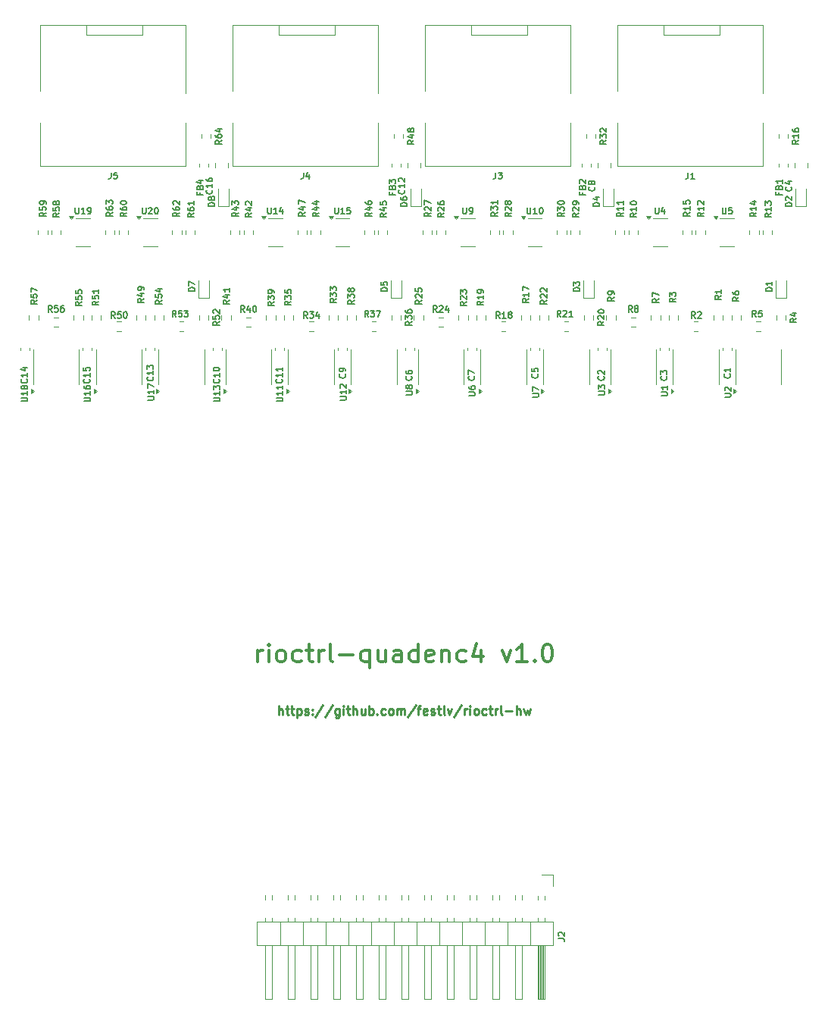
<source format=gto>
G04 #@! TF.GenerationSoftware,KiCad,Pcbnew,8.0.5*
G04 #@! TF.CreationDate,2024-09-22T17:43:48+03:00*
G04 #@! TF.ProjectId,rioctrl-quadenc4,72696f63-7472-46c2-9d71-756164656e63,rev?*
G04 #@! TF.SameCoordinates,Original*
G04 #@! TF.FileFunction,Legend,Top*
G04 #@! TF.FilePolarity,Positive*
%FSLAX46Y46*%
G04 Gerber Fmt 4.6, Leading zero omitted, Abs format (unit mm)*
G04 Created by KiCad (PCBNEW 8.0.5) date 2024-09-22 17:43:48*
%MOMM*%
%LPD*%
G01*
G04 APERTURE LIST*
%ADD10C,0.300000*%
%ADD11C,0.250000*%
%ADD12C,0.150000*%
%ADD13C,0.120000*%
%ADD14C,0.100000*%
G04 APERTURE END LIST*
D10*
X133533795Y-117989638D02*
X133533795Y-116656304D01*
X133533795Y-117037257D02*
X133629033Y-116846780D01*
X133629033Y-116846780D02*
X133724271Y-116751542D01*
X133724271Y-116751542D02*
X133914747Y-116656304D01*
X133914747Y-116656304D02*
X134105224Y-116656304D01*
X134771890Y-117989638D02*
X134771890Y-116656304D01*
X134771890Y-115989638D02*
X134676652Y-116084876D01*
X134676652Y-116084876D02*
X134771890Y-116180114D01*
X134771890Y-116180114D02*
X134867128Y-116084876D01*
X134867128Y-116084876D02*
X134771890Y-115989638D01*
X134771890Y-115989638D02*
X134771890Y-116180114D01*
X136009985Y-117989638D02*
X135819509Y-117894400D01*
X135819509Y-117894400D02*
X135724271Y-117799161D01*
X135724271Y-117799161D02*
X135629033Y-117608685D01*
X135629033Y-117608685D02*
X135629033Y-117037257D01*
X135629033Y-117037257D02*
X135724271Y-116846780D01*
X135724271Y-116846780D02*
X135819509Y-116751542D01*
X135819509Y-116751542D02*
X136009985Y-116656304D01*
X136009985Y-116656304D02*
X136295700Y-116656304D01*
X136295700Y-116656304D02*
X136486176Y-116751542D01*
X136486176Y-116751542D02*
X136581414Y-116846780D01*
X136581414Y-116846780D02*
X136676652Y-117037257D01*
X136676652Y-117037257D02*
X136676652Y-117608685D01*
X136676652Y-117608685D02*
X136581414Y-117799161D01*
X136581414Y-117799161D02*
X136486176Y-117894400D01*
X136486176Y-117894400D02*
X136295700Y-117989638D01*
X136295700Y-117989638D02*
X136009985Y-117989638D01*
X138390938Y-117894400D02*
X138200462Y-117989638D01*
X138200462Y-117989638D02*
X137819509Y-117989638D01*
X137819509Y-117989638D02*
X137629033Y-117894400D01*
X137629033Y-117894400D02*
X137533795Y-117799161D01*
X137533795Y-117799161D02*
X137438557Y-117608685D01*
X137438557Y-117608685D02*
X137438557Y-117037257D01*
X137438557Y-117037257D02*
X137533795Y-116846780D01*
X137533795Y-116846780D02*
X137629033Y-116751542D01*
X137629033Y-116751542D02*
X137819509Y-116656304D01*
X137819509Y-116656304D02*
X138200462Y-116656304D01*
X138200462Y-116656304D02*
X138390938Y-116751542D01*
X138962367Y-116656304D02*
X139724271Y-116656304D01*
X139248081Y-115989638D02*
X139248081Y-117703923D01*
X139248081Y-117703923D02*
X139343319Y-117894400D01*
X139343319Y-117894400D02*
X139533795Y-117989638D01*
X139533795Y-117989638D02*
X139724271Y-117989638D01*
X140390938Y-117989638D02*
X140390938Y-116656304D01*
X140390938Y-117037257D02*
X140486176Y-116846780D01*
X140486176Y-116846780D02*
X140581414Y-116751542D01*
X140581414Y-116751542D02*
X140771890Y-116656304D01*
X140771890Y-116656304D02*
X140962367Y-116656304D01*
X141914747Y-117989638D02*
X141724271Y-117894400D01*
X141724271Y-117894400D02*
X141629033Y-117703923D01*
X141629033Y-117703923D02*
X141629033Y-115989638D01*
X142676652Y-117227733D02*
X144200462Y-117227733D01*
X146009985Y-116656304D02*
X146009985Y-118656304D01*
X146009985Y-117894400D02*
X145819509Y-117989638D01*
X145819509Y-117989638D02*
X145438556Y-117989638D01*
X145438556Y-117989638D02*
X145248080Y-117894400D01*
X145248080Y-117894400D02*
X145152842Y-117799161D01*
X145152842Y-117799161D02*
X145057604Y-117608685D01*
X145057604Y-117608685D02*
X145057604Y-117037257D01*
X145057604Y-117037257D02*
X145152842Y-116846780D01*
X145152842Y-116846780D02*
X145248080Y-116751542D01*
X145248080Y-116751542D02*
X145438556Y-116656304D01*
X145438556Y-116656304D02*
X145819509Y-116656304D01*
X145819509Y-116656304D02*
X146009985Y-116751542D01*
X147819509Y-116656304D02*
X147819509Y-117989638D01*
X146962366Y-116656304D02*
X146962366Y-117703923D01*
X146962366Y-117703923D02*
X147057604Y-117894400D01*
X147057604Y-117894400D02*
X147248080Y-117989638D01*
X147248080Y-117989638D02*
X147533795Y-117989638D01*
X147533795Y-117989638D02*
X147724271Y-117894400D01*
X147724271Y-117894400D02*
X147819509Y-117799161D01*
X149629033Y-117989638D02*
X149629033Y-116942019D01*
X149629033Y-116942019D02*
X149533795Y-116751542D01*
X149533795Y-116751542D02*
X149343319Y-116656304D01*
X149343319Y-116656304D02*
X148962366Y-116656304D01*
X148962366Y-116656304D02*
X148771890Y-116751542D01*
X149629033Y-117894400D02*
X149438557Y-117989638D01*
X149438557Y-117989638D02*
X148962366Y-117989638D01*
X148962366Y-117989638D02*
X148771890Y-117894400D01*
X148771890Y-117894400D02*
X148676652Y-117703923D01*
X148676652Y-117703923D02*
X148676652Y-117513447D01*
X148676652Y-117513447D02*
X148771890Y-117322971D01*
X148771890Y-117322971D02*
X148962366Y-117227733D01*
X148962366Y-117227733D02*
X149438557Y-117227733D01*
X149438557Y-117227733D02*
X149629033Y-117132495D01*
X151438557Y-117989638D02*
X151438557Y-115989638D01*
X151438557Y-117894400D02*
X151248081Y-117989638D01*
X151248081Y-117989638D02*
X150867128Y-117989638D01*
X150867128Y-117989638D02*
X150676652Y-117894400D01*
X150676652Y-117894400D02*
X150581414Y-117799161D01*
X150581414Y-117799161D02*
X150486176Y-117608685D01*
X150486176Y-117608685D02*
X150486176Y-117037257D01*
X150486176Y-117037257D02*
X150581414Y-116846780D01*
X150581414Y-116846780D02*
X150676652Y-116751542D01*
X150676652Y-116751542D02*
X150867128Y-116656304D01*
X150867128Y-116656304D02*
X151248081Y-116656304D01*
X151248081Y-116656304D02*
X151438557Y-116751542D01*
X153152843Y-117894400D02*
X152962367Y-117989638D01*
X152962367Y-117989638D02*
X152581414Y-117989638D01*
X152581414Y-117989638D02*
X152390938Y-117894400D01*
X152390938Y-117894400D02*
X152295700Y-117703923D01*
X152295700Y-117703923D02*
X152295700Y-116942019D01*
X152295700Y-116942019D02*
X152390938Y-116751542D01*
X152390938Y-116751542D02*
X152581414Y-116656304D01*
X152581414Y-116656304D02*
X152962367Y-116656304D01*
X152962367Y-116656304D02*
X153152843Y-116751542D01*
X153152843Y-116751542D02*
X153248081Y-116942019D01*
X153248081Y-116942019D02*
X153248081Y-117132495D01*
X153248081Y-117132495D02*
X152295700Y-117322971D01*
X154105224Y-116656304D02*
X154105224Y-117989638D01*
X154105224Y-116846780D02*
X154200462Y-116751542D01*
X154200462Y-116751542D02*
X154390938Y-116656304D01*
X154390938Y-116656304D02*
X154676653Y-116656304D01*
X154676653Y-116656304D02*
X154867129Y-116751542D01*
X154867129Y-116751542D02*
X154962367Y-116942019D01*
X154962367Y-116942019D02*
X154962367Y-117989638D01*
X156771891Y-117894400D02*
X156581415Y-117989638D01*
X156581415Y-117989638D02*
X156200462Y-117989638D01*
X156200462Y-117989638D02*
X156009986Y-117894400D01*
X156009986Y-117894400D02*
X155914748Y-117799161D01*
X155914748Y-117799161D02*
X155819510Y-117608685D01*
X155819510Y-117608685D02*
X155819510Y-117037257D01*
X155819510Y-117037257D02*
X155914748Y-116846780D01*
X155914748Y-116846780D02*
X156009986Y-116751542D01*
X156009986Y-116751542D02*
X156200462Y-116656304D01*
X156200462Y-116656304D02*
X156581415Y-116656304D01*
X156581415Y-116656304D02*
X156771891Y-116751542D01*
X158486177Y-116656304D02*
X158486177Y-117989638D01*
X158009986Y-115894400D02*
X157533796Y-117322971D01*
X157533796Y-117322971D02*
X158771891Y-117322971D01*
X160867130Y-116656304D02*
X161343320Y-117989638D01*
X161343320Y-117989638D02*
X161819511Y-116656304D01*
X163629035Y-117989638D02*
X162486178Y-117989638D01*
X163057606Y-117989638D02*
X163057606Y-115989638D01*
X163057606Y-115989638D02*
X162867130Y-116275352D01*
X162867130Y-116275352D02*
X162676654Y-116465828D01*
X162676654Y-116465828D02*
X162486178Y-116561066D01*
X164486178Y-117799161D02*
X164581416Y-117894400D01*
X164581416Y-117894400D02*
X164486178Y-117989638D01*
X164486178Y-117989638D02*
X164390940Y-117894400D01*
X164390940Y-117894400D02*
X164486178Y-117799161D01*
X164486178Y-117799161D02*
X164486178Y-117989638D01*
X165819511Y-115989638D02*
X166009988Y-115989638D01*
X166009988Y-115989638D02*
X166200464Y-116084876D01*
X166200464Y-116084876D02*
X166295702Y-116180114D01*
X166295702Y-116180114D02*
X166390940Y-116370590D01*
X166390940Y-116370590D02*
X166486178Y-116751542D01*
X166486178Y-116751542D02*
X166486178Y-117227733D01*
X166486178Y-117227733D02*
X166390940Y-117608685D01*
X166390940Y-117608685D02*
X166295702Y-117799161D01*
X166295702Y-117799161D02*
X166200464Y-117894400D01*
X166200464Y-117894400D02*
X166009988Y-117989638D01*
X166009988Y-117989638D02*
X165819511Y-117989638D01*
X165819511Y-117989638D02*
X165629035Y-117894400D01*
X165629035Y-117894400D02*
X165533797Y-117799161D01*
X165533797Y-117799161D02*
X165438559Y-117608685D01*
X165438559Y-117608685D02*
X165343321Y-117227733D01*
X165343321Y-117227733D02*
X165343321Y-116751542D01*
X165343321Y-116751542D02*
X165438559Y-116370590D01*
X165438559Y-116370590D02*
X165533797Y-116180114D01*
X165533797Y-116180114D02*
X165629035Y-116084876D01*
X165629035Y-116084876D02*
X165819511Y-115989638D01*
D11*
X135880662Y-123864619D02*
X135880662Y-122864619D01*
X136309233Y-123864619D02*
X136309233Y-123340809D01*
X136309233Y-123340809D02*
X136261614Y-123245571D01*
X136261614Y-123245571D02*
X136166376Y-123197952D01*
X136166376Y-123197952D02*
X136023519Y-123197952D01*
X136023519Y-123197952D02*
X135928281Y-123245571D01*
X135928281Y-123245571D02*
X135880662Y-123293190D01*
X136642567Y-123197952D02*
X137023519Y-123197952D01*
X136785424Y-122864619D02*
X136785424Y-123721761D01*
X136785424Y-123721761D02*
X136833043Y-123817000D01*
X136833043Y-123817000D02*
X136928281Y-123864619D01*
X136928281Y-123864619D02*
X137023519Y-123864619D01*
X137213996Y-123197952D02*
X137594948Y-123197952D01*
X137356853Y-122864619D02*
X137356853Y-123721761D01*
X137356853Y-123721761D02*
X137404472Y-123817000D01*
X137404472Y-123817000D02*
X137499710Y-123864619D01*
X137499710Y-123864619D02*
X137594948Y-123864619D01*
X137928282Y-123197952D02*
X137928282Y-124197952D01*
X137928282Y-123245571D02*
X138023520Y-123197952D01*
X138023520Y-123197952D02*
X138213996Y-123197952D01*
X138213996Y-123197952D02*
X138309234Y-123245571D01*
X138309234Y-123245571D02*
X138356853Y-123293190D01*
X138356853Y-123293190D02*
X138404472Y-123388428D01*
X138404472Y-123388428D02*
X138404472Y-123674142D01*
X138404472Y-123674142D02*
X138356853Y-123769380D01*
X138356853Y-123769380D02*
X138309234Y-123817000D01*
X138309234Y-123817000D02*
X138213996Y-123864619D01*
X138213996Y-123864619D02*
X138023520Y-123864619D01*
X138023520Y-123864619D02*
X137928282Y-123817000D01*
X138785425Y-123817000D02*
X138880663Y-123864619D01*
X138880663Y-123864619D02*
X139071139Y-123864619D01*
X139071139Y-123864619D02*
X139166377Y-123817000D01*
X139166377Y-123817000D02*
X139213996Y-123721761D01*
X139213996Y-123721761D02*
X139213996Y-123674142D01*
X139213996Y-123674142D02*
X139166377Y-123578904D01*
X139166377Y-123578904D02*
X139071139Y-123531285D01*
X139071139Y-123531285D02*
X138928282Y-123531285D01*
X138928282Y-123531285D02*
X138833044Y-123483666D01*
X138833044Y-123483666D02*
X138785425Y-123388428D01*
X138785425Y-123388428D02*
X138785425Y-123340809D01*
X138785425Y-123340809D02*
X138833044Y-123245571D01*
X138833044Y-123245571D02*
X138928282Y-123197952D01*
X138928282Y-123197952D02*
X139071139Y-123197952D01*
X139071139Y-123197952D02*
X139166377Y-123245571D01*
X139642568Y-123769380D02*
X139690187Y-123817000D01*
X139690187Y-123817000D02*
X139642568Y-123864619D01*
X139642568Y-123864619D02*
X139594949Y-123817000D01*
X139594949Y-123817000D02*
X139642568Y-123769380D01*
X139642568Y-123769380D02*
X139642568Y-123864619D01*
X139642568Y-123245571D02*
X139690187Y-123293190D01*
X139690187Y-123293190D02*
X139642568Y-123340809D01*
X139642568Y-123340809D02*
X139594949Y-123293190D01*
X139594949Y-123293190D02*
X139642568Y-123245571D01*
X139642568Y-123245571D02*
X139642568Y-123340809D01*
X140833043Y-122817000D02*
X139975901Y-124102714D01*
X141880662Y-122817000D02*
X141023520Y-124102714D01*
X142642567Y-123197952D02*
X142642567Y-124007476D01*
X142642567Y-124007476D02*
X142594948Y-124102714D01*
X142594948Y-124102714D02*
X142547329Y-124150333D01*
X142547329Y-124150333D02*
X142452091Y-124197952D01*
X142452091Y-124197952D02*
X142309234Y-124197952D01*
X142309234Y-124197952D02*
X142213996Y-124150333D01*
X142642567Y-123817000D02*
X142547329Y-123864619D01*
X142547329Y-123864619D02*
X142356853Y-123864619D01*
X142356853Y-123864619D02*
X142261615Y-123817000D01*
X142261615Y-123817000D02*
X142213996Y-123769380D01*
X142213996Y-123769380D02*
X142166377Y-123674142D01*
X142166377Y-123674142D02*
X142166377Y-123388428D01*
X142166377Y-123388428D02*
X142213996Y-123293190D01*
X142213996Y-123293190D02*
X142261615Y-123245571D01*
X142261615Y-123245571D02*
X142356853Y-123197952D01*
X142356853Y-123197952D02*
X142547329Y-123197952D01*
X142547329Y-123197952D02*
X142642567Y-123245571D01*
X143118758Y-123864619D02*
X143118758Y-123197952D01*
X143118758Y-122864619D02*
X143071139Y-122912238D01*
X143071139Y-122912238D02*
X143118758Y-122959857D01*
X143118758Y-122959857D02*
X143166377Y-122912238D01*
X143166377Y-122912238D02*
X143118758Y-122864619D01*
X143118758Y-122864619D02*
X143118758Y-122959857D01*
X143452091Y-123197952D02*
X143833043Y-123197952D01*
X143594948Y-122864619D02*
X143594948Y-123721761D01*
X143594948Y-123721761D02*
X143642567Y-123817000D01*
X143642567Y-123817000D02*
X143737805Y-123864619D01*
X143737805Y-123864619D02*
X143833043Y-123864619D01*
X144166377Y-123864619D02*
X144166377Y-122864619D01*
X144594948Y-123864619D02*
X144594948Y-123340809D01*
X144594948Y-123340809D02*
X144547329Y-123245571D01*
X144547329Y-123245571D02*
X144452091Y-123197952D01*
X144452091Y-123197952D02*
X144309234Y-123197952D01*
X144309234Y-123197952D02*
X144213996Y-123245571D01*
X144213996Y-123245571D02*
X144166377Y-123293190D01*
X145499710Y-123197952D02*
X145499710Y-123864619D01*
X145071139Y-123197952D02*
X145071139Y-123721761D01*
X145071139Y-123721761D02*
X145118758Y-123817000D01*
X145118758Y-123817000D02*
X145213996Y-123864619D01*
X145213996Y-123864619D02*
X145356853Y-123864619D01*
X145356853Y-123864619D02*
X145452091Y-123817000D01*
X145452091Y-123817000D02*
X145499710Y-123769380D01*
X145975901Y-123864619D02*
X145975901Y-122864619D01*
X145975901Y-123245571D02*
X146071139Y-123197952D01*
X146071139Y-123197952D02*
X146261615Y-123197952D01*
X146261615Y-123197952D02*
X146356853Y-123245571D01*
X146356853Y-123245571D02*
X146404472Y-123293190D01*
X146404472Y-123293190D02*
X146452091Y-123388428D01*
X146452091Y-123388428D02*
X146452091Y-123674142D01*
X146452091Y-123674142D02*
X146404472Y-123769380D01*
X146404472Y-123769380D02*
X146356853Y-123817000D01*
X146356853Y-123817000D02*
X146261615Y-123864619D01*
X146261615Y-123864619D02*
X146071139Y-123864619D01*
X146071139Y-123864619D02*
X145975901Y-123817000D01*
X146880663Y-123769380D02*
X146928282Y-123817000D01*
X146928282Y-123817000D02*
X146880663Y-123864619D01*
X146880663Y-123864619D02*
X146833044Y-123817000D01*
X146833044Y-123817000D02*
X146880663Y-123769380D01*
X146880663Y-123769380D02*
X146880663Y-123864619D01*
X147785424Y-123817000D02*
X147690186Y-123864619D01*
X147690186Y-123864619D02*
X147499710Y-123864619D01*
X147499710Y-123864619D02*
X147404472Y-123817000D01*
X147404472Y-123817000D02*
X147356853Y-123769380D01*
X147356853Y-123769380D02*
X147309234Y-123674142D01*
X147309234Y-123674142D02*
X147309234Y-123388428D01*
X147309234Y-123388428D02*
X147356853Y-123293190D01*
X147356853Y-123293190D02*
X147404472Y-123245571D01*
X147404472Y-123245571D02*
X147499710Y-123197952D01*
X147499710Y-123197952D02*
X147690186Y-123197952D01*
X147690186Y-123197952D02*
X147785424Y-123245571D01*
X148356853Y-123864619D02*
X148261615Y-123817000D01*
X148261615Y-123817000D02*
X148213996Y-123769380D01*
X148213996Y-123769380D02*
X148166377Y-123674142D01*
X148166377Y-123674142D02*
X148166377Y-123388428D01*
X148166377Y-123388428D02*
X148213996Y-123293190D01*
X148213996Y-123293190D02*
X148261615Y-123245571D01*
X148261615Y-123245571D02*
X148356853Y-123197952D01*
X148356853Y-123197952D02*
X148499710Y-123197952D01*
X148499710Y-123197952D02*
X148594948Y-123245571D01*
X148594948Y-123245571D02*
X148642567Y-123293190D01*
X148642567Y-123293190D02*
X148690186Y-123388428D01*
X148690186Y-123388428D02*
X148690186Y-123674142D01*
X148690186Y-123674142D02*
X148642567Y-123769380D01*
X148642567Y-123769380D02*
X148594948Y-123817000D01*
X148594948Y-123817000D02*
X148499710Y-123864619D01*
X148499710Y-123864619D02*
X148356853Y-123864619D01*
X149118758Y-123864619D02*
X149118758Y-123197952D01*
X149118758Y-123293190D02*
X149166377Y-123245571D01*
X149166377Y-123245571D02*
X149261615Y-123197952D01*
X149261615Y-123197952D02*
X149404472Y-123197952D01*
X149404472Y-123197952D02*
X149499710Y-123245571D01*
X149499710Y-123245571D02*
X149547329Y-123340809D01*
X149547329Y-123340809D02*
X149547329Y-123864619D01*
X149547329Y-123340809D02*
X149594948Y-123245571D01*
X149594948Y-123245571D02*
X149690186Y-123197952D01*
X149690186Y-123197952D02*
X149833043Y-123197952D01*
X149833043Y-123197952D02*
X149928282Y-123245571D01*
X149928282Y-123245571D02*
X149975901Y-123340809D01*
X149975901Y-123340809D02*
X149975901Y-123864619D01*
X151166376Y-122817000D02*
X150309234Y-124102714D01*
X151356853Y-123197952D02*
X151737805Y-123197952D01*
X151499710Y-123864619D02*
X151499710Y-123007476D01*
X151499710Y-123007476D02*
X151547329Y-122912238D01*
X151547329Y-122912238D02*
X151642567Y-122864619D01*
X151642567Y-122864619D02*
X151737805Y-122864619D01*
X152452091Y-123817000D02*
X152356853Y-123864619D01*
X152356853Y-123864619D02*
X152166377Y-123864619D01*
X152166377Y-123864619D02*
X152071139Y-123817000D01*
X152071139Y-123817000D02*
X152023520Y-123721761D01*
X152023520Y-123721761D02*
X152023520Y-123340809D01*
X152023520Y-123340809D02*
X152071139Y-123245571D01*
X152071139Y-123245571D02*
X152166377Y-123197952D01*
X152166377Y-123197952D02*
X152356853Y-123197952D01*
X152356853Y-123197952D02*
X152452091Y-123245571D01*
X152452091Y-123245571D02*
X152499710Y-123340809D01*
X152499710Y-123340809D02*
X152499710Y-123436047D01*
X152499710Y-123436047D02*
X152023520Y-123531285D01*
X152880663Y-123817000D02*
X152975901Y-123864619D01*
X152975901Y-123864619D02*
X153166377Y-123864619D01*
X153166377Y-123864619D02*
X153261615Y-123817000D01*
X153261615Y-123817000D02*
X153309234Y-123721761D01*
X153309234Y-123721761D02*
X153309234Y-123674142D01*
X153309234Y-123674142D02*
X153261615Y-123578904D01*
X153261615Y-123578904D02*
X153166377Y-123531285D01*
X153166377Y-123531285D02*
X153023520Y-123531285D01*
X153023520Y-123531285D02*
X152928282Y-123483666D01*
X152928282Y-123483666D02*
X152880663Y-123388428D01*
X152880663Y-123388428D02*
X152880663Y-123340809D01*
X152880663Y-123340809D02*
X152928282Y-123245571D01*
X152928282Y-123245571D02*
X153023520Y-123197952D01*
X153023520Y-123197952D02*
X153166377Y-123197952D01*
X153166377Y-123197952D02*
X153261615Y-123245571D01*
X153594949Y-123197952D02*
X153975901Y-123197952D01*
X153737806Y-122864619D02*
X153737806Y-123721761D01*
X153737806Y-123721761D02*
X153785425Y-123817000D01*
X153785425Y-123817000D02*
X153880663Y-123864619D01*
X153880663Y-123864619D02*
X153975901Y-123864619D01*
X154452092Y-123864619D02*
X154356854Y-123817000D01*
X154356854Y-123817000D02*
X154309235Y-123721761D01*
X154309235Y-123721761D02*
X154309235Y-122864619D01*
X154737807Y-123197952D02*
X154975902Y-123864619D01*
X154975902Y-123864619D02*
X155213997Y-123197952D01*
X156309235Y-122817000D02*
X155452093Y-124102714D01*
X156642569Y-123864619D02*
X156642569Y-123197952D01*
X156642569Y-123388428D02*
X156690188Y-123293190D01*
X156690188Y-123293190D02*
X156737807Y-123245571D01*
X156737807Y-123245571D02*
X156833045Y-123197952D01*
X156833045Y-123197952D02*
X156928283Y-123197952D01*
X157261617Y-123864619D02*
X157261617Y-123197952D01*
X157261617Y-122864619D02*
X157213998Y-122912238D01*
X157213998Y-122912238D02*
X157261617Y-122959857D01*
X157261617Y-122959857D02*
X157309236Y-122912238D01*
X157309236Y-122912238D02*
X157261617Y-122864619D01*
X157261617Y-122864619D02*
X157261617Y-122959857D01*
X157880664Y-123864619D02*
X157785426Y-123817000D01*
X157785426Y-123817000D02*
X157737807Y-123769380D01*
X157737807Y-123769380D02*
X157690188Y-123674142D01*
X157690188Y-123674142D02*
X157690188Y-123388428D01*
X157690188Y-123388428D02*
X157737807Y-123293190D01*
X157737807Y-123293190D02*
X157785426Y-123245571D01*
X157785426Y-123245571D02*
X157880664Y-123197952D01*
X157880664Y-123197952D02*
X158023521Y-123197952D01*
X158023521Y-123197952D02*
X158118759Y-123245571D01*
X158118759Y-123245571D02*
X158166378Y-123293190D01*
X158166378Y-123293190D02*
X158213997Y-123388428D01*
X158213997Y-123388428D02*
X158213997Y-123674142D01*
X158213997Y-123674142D02*
X158166378Y-123769380D01*
X158166378Y-123769380D02*
X158118759Y-123817000D01*
X158118759Y-123817000D02*
X158023521Y-123864619D01*
X158023521Y-123864619D02*
X157880664Y-123864619D01*
X159071140Y-123817000D02*
X158975902Y-123864619D01*
X158975902Y-123864619D02*
X158785426Y-123864619D01*
X158785426Y-123864619D02*
X158690188Y-123817000D01*
X158690188Y-123817000D02*
X158642569Y-123769380D01*
X158642569Y-123769380D02*
X158594950Y-123674142D01*
X158594950Y-123674142D02*
X158594950Y-123388428D01*
X158594950Y-123388428D02*
X158642569Y-123293190D01*
X158642569Y-123293190D02*
X158690188Y-123245571D01*
X158690188Y-123245571D02*
X158785426Y-123197952D01*
X158785426Y-123197952D02*
X158975902Y-123197952D01*
X158975902Y-123197952D02*
X159071140Y-123245571D01*
X159356855Y-123197952D02*
X159737807Y-123197952D01*
X159499712Y-122864619D02*
X159499712Y-123721761D01*
X159499712Y-123721761D02*
X159547331Y-123817000D01*
X159547331Y-123817000D02*
X159642569Y-123864619D01*
X159642569Y-123864619D02*
X159737807Y-123864619D01*
X160071141Y-123864619D02*
X160071141Y-123197952D01*
X160071141Y-123388428D02*
X160118760Y-123293190D01*
X160118760Y-123293190D02*
X160166379Y-123245571D01*
X160166379Y-123245571D02*
X160261617Y-123197952D01*
X160261617Y-123197952D02*
X160356855Y-123197952D01*
X160833046Y-123864619D02*
X160737808Y-123817000D01*
X160737808Y-123817000D02*
X160690189Y-123721761D01*
X160690189Y-123721761D02*
X160690189Y-122864619D01*
X161213999Y-123483666D02*
X161975904Y-123483666D01*
X162452094Y-123864619D02*
X162452094Y-122864619D01*
X162880665Y-123864619D02*
X162880665Y-123340809D01*
X162880665Y-123340809D02*
X162833046Y-123245571D01*
X162833046Y-123245571D02*
X162737808Y-123197952D01*
X162737808Y-123197952D02*
X162594951Y-123197952D01*
X162594951Y-123197952D02*
X162499713Y-123245571D01*
X162499713Y-123245571D02*
X162452094Y-123293190D01*
X163261618Y-123197952D02*
X163452094Y-123864619D01*
X163452094Y-123864619D02*
X163642570Y-123388428D01*
X163642570Y-123388428D02*
X163833046Y-123864619D01*
X163833046Y-123864619D02*
X164023522Y-123197952D01*
D12*
X164799366Y-85816666D02*
X164832700Y-85849999D01*
X164832700Y-85849999D02*
X164866033Y-85949999D01*
X164866033Y-85949999D02*
X164866033Y-86016666D01*
X164866033Y-86016666D02*
X164832700Y-86116666D01*
X164832700Y-86116666D02*
X164766033Y-86183333D01*
X164766033Y-86183333D02*
X164699366Y-86216666D01*
X164699366Y-86216666D02*
X164566033Y-86249999D01*
X164566033Y-86249999D02*
X164466033Y-86249999D01*
X164466033Y-86249999D02*
X164332700Y-86216666D01*
X164332700Y-86216666D02*
X164266033Y-86183333D01*
X164266033Y-86183333D02*
X164199366Y-86116666D01*
X164199366Y-86116666D02*
X164166033Y-86016666D01*
X164166033Y-86016666D02*
X164166033Y-85949999D01*
X164166033Y-85949999D02*
X164199366Y-85849999D01*
X164199366Y-85849999D02*
X164232700Y-85816666D01*
X164166033Y-85183333D02*
X164166033Y-85516666D01*
X164166033Y-85516666D02*
X164499366Y-85549999D01*
X164499366Y-85549999D02*
X164466033Y-85516666D01*
X164466033Y-85516666D02*
X164432700Y-85449999D01*
X164432700Y-85449999D02*
X164432700Y-85283333D01*
X164432700Y-85283333D02*
X164466033Y-85216666D01*
X164466033Y-85216666D02*
X164499366Y-85183333D01*
X164499366Y-85183333D02*
X164566033Y-85149999D01*
X164566033Y-85149999D02*
X164732700Y-85149999D01*
X164732700Y-85149999D02*
X164799366Y-85183333D01*
X164799366Y-85183333D02*
X164832700Y-85216666D01*
X164832700Y-85216666D02*
X164866033Y-85283333D01*
X164866033Y-85283333D02*
X164866033Y-85449999D01*
X164866033Y-85449999D02*
X164832700Y-85516666D01*
X164832700Y-85516666D02*
X164799366Y-85549999D01*
X121799366Y-86150000D02*
X121832700Y-86183333D01*
X121832700Y-86183333D02*
X121866033Y-86283333D01*
X121866033Y-86283333D02*
X121866033Y-86350000D01*
X121866033Y-86350000D02*
X121832700Y-86450000D01*
X121832700Y-86450000D02*
X121766033Y-86516667D01*
X121766033Y-86516667D02*
X121699366Y-86550000D01*
X121699366Y-86550000D02*
X121566033Y-86583333D01*
X121566033Y-86583333D02*
X121466033Y-86583333D01*
X121466033Y-86583333D02*
X121332700Y-86550000D01*
X121332700Y-86550000D02*
X121266033Y-86516667D01*
X121266033Y-86516667D02*
X121199366Y-86450000D01*
X121199366Y-86450000D02*
X121166033Y-86350000D01*
X121166033Y-86350000D02*
X121166033Y-86283333D01*
X121166033Y-86283333D02*
X121199366Y-86183333D01*
X121199366Y-86183333D02*
X121232700Y-86150000D01*
X121866033Y-85483333D02*
X121866033Y-85883333D01*
X121866033Y-85683333D02*
X121166033Y-85683333D01*
X121166033Y-85683333D02*
X121266033Y-85750000D01*
X121266033Y-85750000D02*
X121332700Y-85816667D01*
X121332700Y-85816667D02*
X121366033Y-85883333D01*
X121166033Y-85250000D02*
X121166033Y-84816666D01*
X121166033Y-84816666D02*
X121432700Y-85050000D01*
X121432700Y-85050000D02*
X121432700Y-84950000D01*
X121432700Y-84950000D02*
X121466033Y-84883333D01*
X121466033Y-84883333D02*
X121499366Y-84850000D01*
X121499366Y-84850000D02*
X121566033Y-84816666D01*
X121566033Y-84816666D02*
X121732700Y-84816666D01*
X121732700Y-84816666D02*
X121799366Y-84850000D01*
X121799366Y-84850000D02*
X121832700Y-84883333D01*
X121832700Y-84883333D02*
X121866033Y-84950000D01*
X121866033Y-84950000D02*
X121866033Y-85150000D01*
X121866033Y-85150000D02*
X121832700Y-85216666D01*
X121832700Y-85216666D02*
X121799366Y-85250000D01*
X108866033Y-77550000D02*
X108532700Y-77783333D01*
X108866033Y-77950000D02*
X108166033Y-77950000D01*
X108166033Y-77950000D02*
X108166033Y-77683333D01*
X108166033Y-77683333D02*
X108199366Y-77616667D01*
X108199366Y-77616667D02*
X108232700Y-77583333D01*
X108232700Y-77583333D02*
X108299366Y-77550000D01*
X108299366Y-77550000D02*
X108399366Y-77550000D01*
X108399366Y-77550000D02*
X108466033Y-77583333D01*
X108466033Y-77583333D02*
X108499366Y-77616667D01*
X108499366Y-77616667D02*
X108532700Y-77683333D01*
X108532700Y-77683333D02*
X108532700Y-77950000D01*
X108166033Y-76916667D02*
X108166033Y-77250000D01*
X108166033Y-77250000D02*
X108499366Y-77283333D01*
X108499366Y-77283333D02*
X108466033Y-77250000D01*
X108466033Y-77250000D02*
X108432700Y-77183333D01*
X108432700Y-77183333D02*
X108432700Y-77016667D01*
X108432700Y-77016667D02*
X108466033Y-76950000D01*
X108466033Y-76950000D02*
X108499366Y-76916667D01*
X108499366Y-76916667D02*
X108566033Y-76883333D01*
X108566033Y-76883333D02*
X108732700Y-76883333D01*
X108732700Y-76883333D02*
X108799366Y-76916667D01*
X108799366Y-76916667D02*
X108832700Y-76950000D01*
X108832700Y-76950000D02*
X108866033Y-77016667D01*
X108866033Y-77016667D02*
X108866033Y-77183333D01*
X108866033Y-77183333D02*
X108832700Y-77250000D01*
X108832700Y-77250000D02*
X108799366Y-77283333D01*
X108166033Y-76650000D02*
X108166033Y-76183333D01*
X108166033Y-76183333D02*
X108866033Y-76483333D01*
X160599999Y-79566033D02*
X160366666Y-79232700D01*
X160199999Y-79566033D02*
X160199999Y-78866033D01*
X160199999Y-78866033D02*
X160466666Y-78866033D01*
X160466666Y-78866033D02*
X160533333Y-78899366D01*
X160533333Y-78899366D02*
X160566666Y-78932700D01*
X160566666Y-78932700D02*
X160599999Y-78999366D01*
X160599999Y-78999366D02*
X160599999Y-79099366D01*
X160599999Y-79099366D02*
X160566666Y-79166033D01*
X160566666Y-79166033D02*
X160533333Y-79199366D01*
X160533333Y-79199366D02*
X160466666Y-79232700D01*
X160466666Y-79232700D02*
X160199999Y-79232700D01*
X161266666Y-79566033D02*
X160866666Y-79566033D01*
X161066666Y-79566033D02*
X161066666Y-78866033D01*
X161066666Y-78866033D02*
X160999999Y-78966033D01*
X160999999Y-78966033D02*
X160933333Y-79032700D01*
X160933333Y-79032700D02*
X160866666Y-79066033D01*
X161666666Y-79166033D02*
X161600000Y-79132700D01*
X161600000Y-79132700D02*
X161566666Y-79099366D01*
X161566666Y-79099366D02*
X161533333Y-79032700D01*
X161533333Y-79032700D02*
X161533333Y-78999366D01*
X161533333Y-78999366D02*
X161566666Y-78932700D01*
X161566666Y-78932700D02*
X161600000Y-78899366D01*
X161600000Y-78899366D02*
X161666666Y-78866033D01*
X161666666Y-78866033D02*
X161800000Y-78866033D01*
X161800000Y-78866033D02*
X161866666Y-78899366D01*
X161866666Y-78899366D02*
X161900000Y-78932700D01*
X161900000Y-78932700D02*
X161933333Y-78999366D01*
X161933333Y-78999366D02*
X161933333Y-79032700D01*
X161933333Y-79032700D02*
X161900000Y-79099366D01*
X161900000Y-79099366D02*
X161866666Y-79132700D01*
X161866666Y-79132700D02*
X161800000Y-79166033D01*
X161800000Y-79166033D02*
X161666666Y-79166033D01*
X161666666Y-79166033D02*
X161600000Y-79199366D01*
X161600000Y-79199366D02*
X161566666Y-79232700D01*
X161566666Y-79232700D02*
X161533333Y-79299366D01*
X161533333Y-79299366D02*
X161533333Y-79432700D01*
X161533333Y-79432700D02*
X161566666Y-79499366D01*
X161566666Y-79499366D02*
X161600000Y-79532700D01*
X161600000Y-79532700D02*
X161666666Y-79566033D01*
X161666666Y-79566033D02*
X161800000Y-79566033D01*
X161800000Y-79566033D02*
X161866666Y-79532700D01*
X161866666Y-79532700D02*
X161900000Y-79499366D01*
X161900000Y-79499366D02*
X161933333Y-79432700D01*
X161933333Y-79432700D02*
X161933333Y-79299366D01*
X161933333Y-79299366D02*
X161900000Y-79232700D01*
X161900000Y-79232700D02*
X161866666Y-79199366D01*
X161866666Y-79199366D02*
X161800000Y-79166033D01*
X156466666Y-67216033D02*
X156466666Y-67782700D01*
X156466666Y-67782700D02*
X156500000Y-67849366D01*
X156500000Y-67849366D02*
X156533333Y-67882700D01*
X156533333Y-67882700D02*
X156600000Y-67916033D01*
X156600000Y-67916033D02*
X156733333Y-67916033D01*
X156733333Y-67916033D02*
X156800000Y-67882700D01*
X156800000Y-67882700D02*
X156833333Y-67849366D01*
X156833333Y-67849366D02*
X156866666Y-67782700D01*
X156866666Y-67782700D02*
X156866666Y-67216033D01*
X157233333Y-67916033D02*
X157366666Y-67916033D01*
X157366666Y-67916033D02*
X157433333Y-67882700D01*
X157433333Y-67882700D02*
X157466666Y-67849366D01*
X157466666Y-67849366D02*
X157533333Y-67749366D01*
X157533333Y-67749366D02*
X157566666Y-67616033D01*
X157566666Y-67616033D02*
X157566666Y-67349366D01*
X157566666Y-67349366D02*
X157533333Y-67282700D01*
X157533333Y-67282700D02*
X157499999Y-67249366D01*
X157499999Y-67249366D02*
X157433333Y-67216033D01*
X157433333Y-67216033D02*
X157299999Y-67216033D01*
X157299999Y-67216033D02*
X157233333Y-67249366D01*
X157233333Y-67249366D02*
X157199999Y-67282700D01*
X157199999Y-67282700D02*
X157166666Y-67349366D01*
X157166666Y-67349366D02*
X157166666Y-67516033D01*
X157166666Y-67516033D02*
X157199999Y-67582700D01*
X157199999Y-67582700D02*
X157233333Y-67616033D01*
X157233333Y-67616033D02*
X157299999Y-67649366D01*
X157299999Y-67649366D02*
X157433333Y-67649366D01*
X157433333Y-67649366D02*
X157499999Y-67616033D01*
X157499999Y-67616033D02*
X157533333Y-67582700D01*
X157533333Y-67582700D02*
X157566666Y-67516033D01*
X183366033Y-67800000D02*
X183032700Y-68033333D01*
X183366033Y-68200000D02*
X182666033Y-68200000D01*
X182666033Y-68200000D02*
X182666033Y-67933333D01*
X182666033Y-67933333D02*
X182699366Y-67866667D01*
X182699366Y-67866667D02*
X182732700Y-67833333D01*
X182732700Y-67833333D02*
X182799366Y-67800000D01*
X182799366Y-67800000D02*
X182899366Y-67800000D01*
X182899366Y-67800000D02*
X182966033Y-67833333D01*
X182966033Y-67833333D02*
X182999366Y-67866667D01*
X182999366Y-67866667D02*
X183032700Y-67933333D01*
X183032700Y-67933333D02*
X183032700Y-68200000D01*
X183366033Y-67133333D02*
X183366033Y-67533333D01*
X183366033Y-67333333D02*
X182666033Y-67333333D01*
X182666033Y-67333333D02*
X182766033Y-67400000D01*
X182766033Y-67400000D02*
X182832700Y-67466667D01*
X182832700Y-67466667D02*
X182866033Y-67533333D01*
X182732700Y-66866666D02*
X182699366Y-66833333D01*
X182699366Y-66833333D02*
X182666033Y-66766666D01*
X182666033Y-66766666D02*
X182666033Y-66600000D01*
X182666033Y-66600000D02*
X182699366Y-66533333D01*
X182699366Y-66533333D02*
X182732700Y-66500000D01*
X182732700Y-66500000D02*
X182799366Y-66466666D01*
X182799366Y-66466666D02*
X182866033Y-66466666D01*
X182866033Y-66466666D02*
X182966033Y-66500000D01*
X182966033Y-66500000D02*
X183366033Y-66900000D01*
X183366033Y-66900000D02*
X183366033Y-66466666D01*
X193996033Y-59700000D02*
X193662700Y-59933333D01*
X193996033Y-60100000D02*
X193296033Y-60100000D01*
X193296033Y-60100000D02*
X193296033Y-59833333D01*
X193296033Y-59833333D02*
X193329366Y-59766667D01*
X193329366Y-59766667D02*
X193362700Y-59733333D01*
X193362700Y-59733333D02*
X193429366Y-59700000D01*
X193429366Y-59700000D02*
X193529366Y-59700000D01*
X193529366Y-59700000D02*
X193596033Y-59733333D01*
X193596033Y-59733333D02*
X193629366Y-59766667D01*
X193629366Y-59766667D02*
X193662700Y-59833333D01*
X193662700Y-59833333D02*
X193662700Y-60100000D01*
X193996033Y-59033333D02*
X193996033Y-59433333D01*
X193996033Y-59233333D02*
X193296033Y-59233333D01*
X193296033Y-59233333D02*
X193396033Y-59300000D01*
X193396033Y-59300000D02*
X193462700Y-59366667D01*
X193462700Y-59366667D02*
X193496033Y-59433333D01*
X193296033Y-58433333D02*
X193296033Y-58566666D01*
X193296033Y-58566666D02*
X193329366Y-58633333D01*
X193329366Y-58633333D02*
X193362700Y-58666666D01*
X193362700Y-58666666D02*
X193462700Y-58733333D01*
X193462700Y-58733333D02*
X193596033Y-58766666D01*
X193596033Y-58766666D02*
X193862700Y-58766666D01*
X193862700Y-58766666D02*
X193929366Y-58733333D01*
X193929366Y-58733333D02*
X193962700Y-58700000D01*
X193962700Y-58700000D02*
X193996033Y-58633333D01*
X193996033Y-58633333D02*
X193996033Y-58500000D01*
X193996033Y-58500000D02*
X193962700Y-58433333D01*
X193962700Y-58433333D02*
X193929366Y-58400000D01*
X193929366Y-58400000D02*
X193862700Y-58366666D01*
X193862700Y-58366666D02*
X193696033Y-58366666D01*
X193696033Y-58366666D02*
X193629366Y-58400000D01*
X193629366Y-58400000D02*
X193596033Y-58433333D01*
X193596033Y-58433333D02*
X193562700Y-58500000D01*
X193562700Y-58500000D02*
X193562700Y-58633333D01*
X193562700Y-58633333D02*
X193596033Y-58700000D01*
X193596033Y-58700000D02*
X193629366Y-58733333D01*
X193629366Y-58733333D02*
X193696033Y-58766666D01*
X151866033Y-77550000D02*
X151532700Y-77783333D01*
X151866033Y-77950000D02*
X151166033Y-77950000D01*
X151166033Y-77950000D02*
X151166033Y-77683333D01*
X151166033Y-77683333D02*
X151199366Y-77616667D01*
X151199366Y-77616667D02*
X151232700Y-77583333D01*
X151232700Y-77583333D02*
X151299366Y-77550000D01*
X151299366Y-77550000D02*
X151399366Y-77550000D01*
X151399366Y-77550000D02*
X151466033Y-77583333D01*
X151466033Y-77583333D02*
X151499366Y-77616667D01*
X151499366Y-77616667D02*
X151532700Y-77683333D01*
X151532700Y-77683333D02*
X151532700Y-77950000D01*
X151232700Y-77283333D02*
X151199366Y-77250000D01*
X151199366Y-77250000D02*
X151166033Y-77183333D01*
X151166033Y-77183333D02*
X151166033Y-77016667D01*
X151166033Y-77016667D02*
X151199366Y-76950000D01*
X151199366Y-76950000D02*
X151232700Y-76916667D01*
X151232700Y-76916667D02*
X151299366Y-76883333D01*
X151299366Y-76883333D02*
X151366033Y-76883333D01*
X151366033Y-76883333D02*
X151466033Y-76916667D01*
X151466033Y-76916667D02*
X151866033Y-77316667D01*
X151866033Y-77316667D02*
X151866033Y-76883333D01*
X151166033Y-76250000D02*
X151166033Y-76583333D01*
X151166033Y-76583333D02*
X151499366Y-76616666D01*
X151499366Y-76616666D02*
X151466033Y-76583333D01*
X151466033Y-76583333D02*
X151432700Y-76516666D01*
X151432700Y-76516666D02*
X151432700Y-76350000D01*
X151432700Y-76350000D02*
X151466033Y-76283333D01*
X151466033Y-76283333D02*
X151499366Y-76250000D01*
X151499366Y-76250000D02*
X151566033Y-76216666D01*
X151566033Y-76216666D02*
X151732700Y-76216666D01*
X151732700Y-76216666D02*
X151799366Y-76250000D01*
X151799366Y-76250000D02*
X151832700Y-76283333D01*
X151832700Y-76283333D02*
X151866033Y-76350000D01*
X151866033Y-76350000D02*
X151866033Y-76516666D01*
X151866033Y-76516666D02*
X151832700Y-76583333D01*
X151832700Y-76583333D02*
X151799366Y-76616666D01*
X167399999Y-79416033D02*
X167166666Y-79082700D01*
X166999999Y-79416033D02*
X166999999Y-78716033D01*
X166999999Y-78716033D02*
X167266666Y-78716033D01*
X167266666Y-78716033D02*
X167333333Y-78749366D01*
X167333333Y-78749366D02*
X167366666Y-78782700D01*
X167366666Y-78782700D02*
X167399999Y-78849366D01*
X167399999Y-78849366D02*
X167399999Y-78949366D01*
X167399999Y-78949366D02*
X167366666Y-79016033D01*
X167366666Y-79016033D02*
X167333333Y-79049366D01*
X167333333Y-79049366D02*
X167266666Y-79082700D01*
X167266666Y-79082700D02*
X166999999Y-79082700D01*
X167666666Y-78782700D02*
X167699999Y-78749366D01*
X167699999Y-78749366D02*
X167766666Y-78716033D01*
X167766666Y-78716033D02*
X167933333Y-78716033D01*
X167933333Y-78716033D02*
X167999999Y-78749366D01*
X167999999Y-78749366D02*
X168033333Y-78782700D01*
X168033333Y-78782700D02*
X168066666Y-78849366D01*
X168066666Y-78849366D02*
X168066666Y-78916033D01*
X168066666Y-78916033D02*
X168033333Y-79016033D01*
X168033333Y-79016033D02*
X167633333Y-79416033D01*
X167633333Y-79416033D02*
X168066666Y-79416033D01*
X168733333Y-79416033D02*
X168333333Y-79416033D01*
X168533333Y-79416033D02*
X168533333Y-78716033D01*
X168533333Y-78716033D02*
X168466666Y-78816033D01*
X168466666Y-78816033D02*
X168400000Y-78882700D01*
X168400000Y-78882700D02*
X168333333Y-78916033D01*
X154366033Y-67850000D02*
X154032700Y-68083333D01*
X154366033Y-68250000D02*
X153666033Y-68250000D01*
X153666033Y-68250000D02*
X153666033Y-67983333D01*
X153666033Y-67983333D02*
X153699366Y-67916667D01*
X153699366Y-67916667D02*
X153732700Y-67883333D01*
X153732700Y-67883333D02*
X153799366Y-67850000D01*
X153799366Y-67850000D02*
X153899366Y-67850000D01*
X153899366Y-67850000D02*
X153966033Y-67883333D01*
X153966033Y-67883333D02*
X153999366Y-67916667D01*
X153999366Y-67916667D02*
X154032700Y-67983333D01*
X154032700Y-67983333D02*
X154032700Y-68250000D01*
X153732700Y-67583333D02*
X153699366Y-67550000D01*
X153699366Y-67550000D02*
X153666033Y-67483333D01*
X153666033Y-67483333D02*
X153666033Y-67316667D01*
X153666033Y-67316667D02*
X153699366Y-67250000D01*
X153699366Y-67250000D02*
X153732700Y-67216667D01*
X153732700Y-67216667D02*
X153799366Y-67183333D01*
X153799366Y-67183333D02*
X153866033Y-67183333D01*
X153866033Y-67183333D02*
X153966033Y-67216667D01*
X153966033Y-67216667D02*
X154366033Y-67616667D01*
X154366033Y-67616667D02*
X154366033Y-67183333D01*
X153666033Y-66583333D02*
X153666033Y-66716666D01*
X153666033Y-66716666D02*
X153699366Y-66783333D01*
X153699366Y-66783333D02*
X153732700Y-66816666D01*
X153732700Y-66816666D02*
X153832700Y-66883333D01*
X153832700Y-66883333D02*
X153966033Y-66916666D01*
X153966033Y-66916666D02*
X154232700Y-66916666D01*
X154232700Y-66916666D02*
X154299366Y-66883333D01*
X154299366Y-66883333D02*
X154332700Y-66850000D01*
X154332700Y-66850000D02*
X154366033Y-66783333D01*
X154366033Y-66783333D02*
X154366033Y-66650000D01*
X154366033Y-66650000D02*
X154332700Y-66583333D01*
X154332700Y-66583333D02*
X154299366Y-66550000D01*
X154299366Y-66550000D02*
X154232700Y-66516666D01*
X154232700Y-66516666D02*
X154066033Y-66516666D01*
X154066033Y-66516666D02*
X153999366Y-66550000D01*
X153999366Y-66550000D02*
X153966033Y-66583333D01*
X153966033Y-66583333D02*
X153932700Y-66650000D01*
X153932700Y-66650000D02*
X153932700Y-66783333D01*
X153932700Y-66783333D02*
X153966033Y-66850000D01*
X153966033Y-66850000D02*
X153999366Y-66883333D01*
X153999366Y-66883333D02*
X154066033Y-66916666D01*
X158766033Y-77700000D02*
X158432700Y-77933333D01*
X158766033Y-78100000D02*
X158066033Y-78100000D01*
X158066033Y-78100000D02*
X158066033Y-77833333D01*
X158066033Y-77833333D02*
X158099366Y-77766667D01*
X158099366Y-77766667D02*
X158132700Y-77733333D01*
X158132700Y-77733333D02*
X158199366Y-77700000D01*
X158199366Y-77700000D02*
X158299366Y-77700000D01*
X158299366Y-77700000D02*
X158366033Y-77733333D01*
X158366033Y-77733333D02*
X158399366Y-77766667D01*
X158399366Y-77766667D02*
X158432700Y-77833333D01*
X158432700Y-77833333D02*
X158432700Y-78100000D01*
X158766033Y-77033333D02*
X158766033Y-77433333D01*
X158766033Y-77233333D02*
X158066033Y-77233333D01*
X158066033Y-77233333D02*
X158166033Y-77300000D01*
X158166033Y-77300000D02*
X158232700Y-77366667D01*
X158232700Y-77366667D02*
X158266033Y-77433333D01*
X158766033Y-76700000D02*
X158766033Y-76566666D01*
X158766033Y-76566666D02*
X158732700Y-76500000D01*
X158732700Y-76500000D02*
X158699366Y-76466666D01*
X158699366Y-76466666D02*
X158599366Y-76400000D01*
X158599366Y-76400000D02*
X158466033Y-76366666D01*
X158466033Y-76366666D02*
X158199366Y-76366666D01*
X158199366Y-76366666D02*
X158132700Y-76400000D01*
X158132700Y-76400000D02*
X158099366Y-76433333D01*
X158099366Y-76433333D02*
X158066033Y-76500000D01*
X158066033Y-76500000D02*
X158066033Y-76633333D01*
X158066033Y-76633333D02*
X158099366Y-76700000D01*
X158099366Y-76700000D02*
X158132700Y-76733333D01*
X158132700Y-76733333D02*
X158199366Y-76766666D01*
X158199366Y-76766666D02*
X158366033Y-76766666D01*
X158366033Y-76766666D02*
X158432700Y-76733333D01*
X158432700Y-76733333D02*
X158466033Y-76700000D01*
X158466033Y-76700000D02*
X158499366Y-76633333D01*
X158499366Y-76633333D02*
X158499366Y-76500000D01*
X158499366Y-76500000D02*
X158466033Y-76433333D01*
X158466033Y-76433333D02*
X158432700Y-76400000D01*
X158432700Y-76400000D02*
X158366033Y-76366666D01*
X110549999Y-78886033D02*
X110316666Y-78552700D01*
X110149999Y-78886033D02*
X110149999Y-78186033D01*
X110149999Y-78186033D02*
X110416666Y-78186033D01*
X110416666Y-78186033D02*
X110483333Y-78219366D01*
X110483333Y-78219366D02*
X110516666Y-78252700D01*
X110516666Y-78252700D02*
X110549999Y-78319366D01*
X110549999Y-78319366D02*
X110549999Y-78419366D01*
X110549999Y-78419366D02*
X110516666Y-78486033D01*
X110516666Y-78486033D02*
X110483333Y-78519366D01*
X110483333Y-78519366D02*
X110416666Y-78552700D01*
X110416666Y-78552700D02*
X110149999Y-78552700D01*
X111183333Y-78186033D02*
X110849999Y-78186033D01*
X110849999Y-78186033D02*
X110816666Y-78519366D01*
X110816666Y-78519366D02*
X110849999Y-78486033D01*
X110849999Y-78486033D02*
X110916666Y-78452700D01*
X110916666Y-78452700D02*
X111083333Y-78452700D01*
X111083333Y-78452700D02*
X111149999Y-78486033D01*
X111149999Y-78486033D02*
X111183333Y-78519366D01*
X111183333Y-78519366D02*
X111216666Y-78586033D01*
X111216666Y-78586033D02*
X111216666Y-78752700D01*
X111216666Y-78752700D02*
X111183333Y-78819366D01*
X111183333Y-78819366D02*
X111149999Y-78852700D01*
X111149999Y-78852700D02*
X111083333Y-78886033D01*
X111083333Y-78886033D02*
X110916666Y-78886033D01*
X110916666Y-78886033D02*
X110849999Y-78852700D01*
X110849999Y-78852700D02*
X110816666Y-78819366D01*
X111816666Y-78186033D02*
X111683333Y-78186033D01*
X111683333Y-78186033D02*
X111616666Y-78219366D01*
X111616666Y-78219366D02*
X111583333Y-78252700D01*
X111583333Y-78252700D02*
X111516666Y-78352700D01*
X111516666Y-78352700D02*
X111483333Y-78486033D01*
X111483333Y-78486033D02*
X111483333Y-78752700D01*
X111483333Y-78752700D02*
X111516666Y-78819366D01*
X111516666Y-78819366D02*
X111550000Y-78852700D01*
X111550000Y-78852700D02*
X111616666Y-78886033D01*
X111616666Y-78886033D02*
X111750000Y-78886033D01*
X111750000Y-78886033D02*
X111816666Y-78852700D01*
X111816666Y-78852700D02*
X111850000Y-78819366D01*
X111850000Y-78819366D02*
X111883333Y-78752700D01*
X111883333Y-78752700D02*
X111883333Y-78586033D01*
X111883333Y-78586033D02*
X111850000Y-78519366D01*
X111850000Y-78519366D02*
X111816666Y-78486033D01*
X111816666Y-78486033D02*
X111750000Y-78452700D01*
X111750000Y-78452700D02*
X111616666Y-78452700D01*
X111616666Y-78452700D02*
X111550000Y-78486033D01*
X111550000Y-78486033D02*
X111516666Y-78519366D01*
X111516666Y-78519366D02*
X111483333Y-78586033D01*
X136199366Y-86400000D02*
X136232700Y-86433333D01*
X136232700Y-86433333D02*
X136266033Y-86533333D01*
X136266033Y-86533333D02*
X136266033Y-86600000D01*
X136266033Y-86600000D02*
X136232700Y-86700000D01*
X136232700Y-86700000D02*
X136166033Y-86766667D01*
X136166033Y-86766667D02*
X136099366Y-86800000D01*
X136099366Y-86800000D02*
X135966033Y-86833333D01*
X135966033Y-86833333D02*
X135866033Y-86833333D01*
X135866033Y-86833333D02*
X135732700Y-86800000D01*
X135732700Y-86800000D02*
X135666033Y-86766667D01*
X135666033Y-86766667D02*
X135599366Y-86700000D01*
X135599366Y-86700000D02*
X135566033Y-86600000D01*
X135566033Y-86600000D02*
X135566033Y-86533333D01*
X135566033Y-86533333D02*
X135599366Y-86433333D01*
X135599366Y-86433333D02*
X135632700Y-86400000D01*
X136266033Y-85733333D02*
X136266033Y-86133333D01*
X136266033Y-85933333D02*
X135566033Y-85933333D01*
X135566033Y-85933333D02*
X135666033Y-86000000D01*
X135666033Y-86000000D02*
X135732700Y-86066667D01*
X135732700Y-86066667D02*
X135766033Y-86133333D01*
X136266033Y-85066666D02*
X136266033Y-85466666D01*
X136266033Y-85266666D02*
X135566033Y-85266666D01*
X135566033Y-85266666D02*
X135666033Y-85333333D01*
X135666033Y-85333333D02*
X135732700Y-85400000D01*
X135732700Y-85400000D02*
X135766033Y-85466666D01*
X107699366Y-86400000D02*
X107732700Y-86433333D01*
X107732700Y-86433333D02*
X107766033Y-86533333D01*
X107766033Y-86533333D02*
X107766033Y-86600000D01*
X107766033Y-86600000D02*
X107732700Y-86700000D01*
X107732700Y-86700000D02*
X107666033Y-86766667D01*
X107666033Y-86766667D02*
X107599366Y-86800000D01*
X107599366Y-86800000D02*
X107466033Y-86833333D01*
X107466033Y-86833333D02*
X107366033Y-86833333D01*
X107366033Y-86833333D02*
X107232700Y-86800000D01*
X107232700Y-86800000D02*
X107166033Y-86766667D01*
X107166033Y-86766667D02*
X107099366Y-86700000D01*
X107099366Y-86700000D02*
X107066033Y-86600000D01*
X107066033Y-86600000D02*
X107066033Y-86533333D01*
X107066033Y-86533333D02*
X107099366Y-86433333D01*
X107099366Y-86433333D02*
X107132700Y-86400000D01*
X107766033Y-85733333D02*
X107766033Y-86133333D01*
X107766033Y-85933333D02*
X107066033Y-85933333D01*
X107066033Y-85933333D02*
X107166033Y-86000000D01*
X107166033Y-86000000D02*
X107232700Y-86066667D01*
X107232700Y-86066667D02*
X107266033Y-86133333D01*
X107299366Y-85133333D02*
X107766033Y-85133333D01*
X107032700Y-85300000D02*
X107532700Y-85466666D01*
X107532700Y-85466666D02*
X107532700Y-85033333D01*
X114699366Y-86400000D02*
X114732700Y-86433333D01*
X114732700Y-86433333D02*
X114766033Y-86533333D01*
X114766033Y-86533333D02*
X114766033Y-86600000D01*
X114766033Y-86600000D02*
X114732700Y-86700000D01*
X114732700Y-86700000D02*
X114666033Y-86766667D01*
X114666033Y-86766667D02*
X114599366Y-86800000D01*
X114599366Y-86800000D02*
X114466033Y-86833333D01*
X114466033Y-86833333D02*
X114366033Y-86833333D01*
X114366033Y-86833333D02*
X114232700Y-86800000D01*
X114232700Y-86800000D02*
X114166033Y-86766667D01*
X114166033Y-86766667D02*
X114099366Y-86700000D01*
X114099366Y-86700000D02*
X114066033Y-86600000D01*
X114066033Y-86600000D02*
X114066033Y-86533333D01*
X114066033Y-86533333D02*
X114099366Y-86433333D01*
X114099366Y-86433333D02*
X114132700Y-86400000D01*
X114766033Y-85733333D02*
X114766033Y-86133333D01*
X114766033Y-85933333D02*
X114066033Y-85933333D01*
X114066033Y-85933333D02*
X114166033Y-86000000D01*
X114166033Y-86000000D02*
X114232700Y-86066667D01*
X114232700Y-86066667D02*
X114266033Y-86133333D01*
X114066033Y-85100000D02*
X114066033Y-85433333D01*
X114066033Y-85433333D02*
X114399366Y-85466666D01*
X114399366Y-85466666D02*
X114366033Y-85433333D01*
X114366033Y-85433333D02*
X114332700Y-85366666D01*
X114332700Y-85366666D02*
X114332700Y-85200000D01*
X114332700Y-85200000D02*
X114366033Y-85133333D01*
X114366033Y-85133333D02*
X114399366Y-85100000D01*
X114399366Y-85100000D02*
X114466033Y-85066666D01*
X114466033Y-85066666D02*
X114632700Y-85066666D01*
X114632700Y-85066666D02*
X114699366Y-85100000D01*
X114699366Y-85100000D02*
X114732700Y-85133333D01*
X114732700Y-85133333D02*
X114766033Y-85200000D01*
X114766033Y-85200000D02*
X114766033Y-85366666D01*
X114766033Y-85366666D02*
X114732700Y-85433333D01*
X114732700Y-85433333D02*
X114699366Y-85466666D01*
X113866033Y-77750000D02*
X113532700Y-77983333D01*
X113866033Y-78150000D02*
X113166033Y-78150000D01*
X113166033Y-78150000D02*
X113166033Y-77883333D01*
X113166033Y-77883333D02*
X113199366Y-77816667D01*
X113199366Y-77816667D02*
X113232700Y-77783333D01*
X113232700Y-77783333D02*
X113299366Y-77750000D01*
X113299366Y-77750000D02*
X113399366Y-77750000D01*
X113399366Y-77750000D02*
X113466033Y-77783333D01*
X113466033Y-77783333D02*
X113499366Y-77816667D01*
X113499366Y-77816667D02*
X113532700Y-77883333D01*
X113532700Y-77883333D02*
X113532700Y-78150000D01*
X113166033Y-77116667D02*
X113166033Y-77450000D01*
X113166033Y-77450000D02*
X113499366Y-77483333D01*
X113499366Y-77483333D02*
X113466033Y-77450000D01*
X113466033Y-77450000D02*
X113432700Y-77383333D01*
X113432700Y-77383333D02*
X113432700Y-77216667D01*
X113432700Y-77216667D02*
X113466033Y-77150000D01*
X113466033Y-77150000D02*
X113499366Y-77116667D01*
X113499366Y-77116667D02*
X113566033Y-77083333D01*
X113566033Y-77083333D02*
X113732700Y-77083333D01*
X113732700Y-77083333D02*
X113799366Y-77116667D01*
X113799366Y-77116667D02*
X113832700Y-77150000D01*
X113832700Y-77150000D02*
X113866033Y-77216667D01*
X113866033Y-77216667D02*
X113866033Y-77383333D01*
X113866033Y-77383333D02*
X113832700Y-77450000D01*
X113832700Y-77450000D02*
X113799366Y-77483333D01*
X113166033Y-76450000D02*
X113166033Y-76783333D01*
X113166033Y-76783333D02*
X113499366Y-76816666D01*
X113499366Y-76816666D02*
X113466033Y-76783333D01*
X113466033Y-76783333D02*
X113432700Y-76716666D01*
X113432700Y-76716666D02*
X113432700Y-76550000D01*
X113432700Y-76550000D02*
X113466033Y-76483333D01*
X113466033Y-76483333D02*
X113499366Y-76450000D01*
X113499366Y-76450000D02*
X113566033Y-76416666D01*
X113566033Y-76416666D02*
X113732700Y-76416666D01*
X113732700Y-76416666D02*
X113799366Y-76450000D01*
X113799366Y-76450000D02*
X113832700Y-76483333D01*
X113832700Y-76483333D02*
X113866033Y-76550000D01*
X113866033Y-76550000D02*
X113866033Y-76716666D01*
X113866033Y-76716666D02*
X113832700Y-76783333D01*
X113832700Y-76783333D02*
X113799366Y-76816666D01*
X126416033Y-67850000D02*
X126082700Y-68083333D01*
X126416033Y-68250000D02*
X125716033Y-68250000D01*
X125716033Y-68250000D02*
X125716033Y-67983333D01*
X125716033Y-67983333D02*
X125749366Y-67916667D01*
X125749366Y-67916667D02*
X125782700Y-67883333D01*
X125782700Y-67883333D02*
X125849366Y-67850000D01*
X125849366Y-67850000D02*
X125949366Y-67850000D01*
X125949366Y-67850000D02*
X126016033Y-67883333D01*
X126016033Y-67883333D02*
X126049366Y-67916667D01*
X126049366Y-67916667D02*
X126082700Y-67983333D01*
X126082700Y-67983333D02*
X126082700Y-68250000D01*
X125716033Y-67250000D02*
X125716033Y-67383333D01*
X125716033Y-67383333D02*
X125749366Y-67450000D01*
X125749366Y-67450000D02*
X125782700Y-67483333D01*
X125782700Y-67483333D02*
X125882700Y-67550000D01*
X125882700Y-67550000D02*
X126016033Y-67583333D01*
X126016033Y-67583333D02*
X126282700Y-67583333D01*
X126282700Y-67583333D02*
X126349366Y-67550000D01*
X126349366Y-67550000D02*
X126382700Y-67516667D01*
X126382700Y-67516667D02*
X126416033Y-67450000D01*
X126416033Y-67450000D02*
X126416033Y-67316667D01*
X126416033Y-67316667D02*
X126382700Y-67250000D01*
X126382700Y-67250000D02*
X126349366Y-67216667D01*
X126349366Y-67216667D02*
X126282700Y-67183333D01*
X126282700Y-67183333D02*
X126116033Y-67183333D01*
X126116033Y-67183333D02*
X126049366Y-67216667D01*
X126049366Y-67216667D02*
X126016033Y-67250000D01*
X126016033Y-67250000D02*
X125982700Y-67316667D01*
X125982700Y-67316667D02*
X125982700Y-67450000D01*
X125982700Y-67450000D02*
X126016033Y-67516667D01*
X126016033Y-67516667D02*
X126049366Y-67550000D01*
X126049366Y-67550000D02*
X126116033Y-67583333D01*
X126416033Y-66516666D02*
X126416033Y-66916666D01*
X126416033Y-66716666D02*
X125716033Y-66716666D01*
X125716033Y-66716666D02*
X125816033Y-66783333D01*
X125816033Y-66783333D02*
X125882700Y-66850000D01*
X125882700Y-66850000D02*
X125916033Y-66916666D01*
X185716033Y-88383333D02*
X186282700Y-88383333D01*
X186282700Y-88383333D02*
X186349366Y-88350000D01*
X186349366Y-88350000D02*
X186382700Y-88316666D01*
X186382700Y-88316666D02*
X186416033Y-88250000D01*
X186416033Y-88250000D02*
X186416033Y-88116666D01*
X186416033Y-88116666D02*
X186382700Y-88050000D01*
X186382700Y-88050000D02*
X186349366Y-88016666D01*
X186349366Y-88016666D02*
X186282700Y-87983333D01*
X186282700Y-87983333D02*
X185716033Y-87983333D01*
X185782700Y-87683333D02*
X185749366Y-87650000D01*
X185749366Y-87650000D02*
X185716033Y-87583333D01*
X185716033Y-87583333D02*
X185716033Y-87416667D01*
X185716033Y-87416667D02*
X185749366Y-87350000D01*
X185749366Y-87350000D02*
X185782700Y-87316667D01*
X185782700Y-87316667D02*
X185849366Y-87283333D01*
X185849366Y-87283333D02*
X185916033Y-87283333D01*
X185916033Y-87283333D02*
X186016033Y-87316667D01*
X186016033Y-87316667D02*
X186416033Y-87716667D01*
X186416033Y-87716667D02*
X186416033Y-87283333D01*
X147916033Y-67850000D02*
X147582700Y-68083333D01*
X147916033Y-68250000D02*
X147216033Y-68250000D01*
X147216033Y-68250000D02*
X147216033Y-67983333D01*
X147216033Y-67983333D02*
X147249366Y-67916667D01*
X147249366Y-67916667D02*
X147282700Y-67883333D01*
X147282700Y-67883333D02*
X147349366Y-67850000D01*
X147349366Y-67850000D02*
X147449366Y-67850000D01*
X147449366Y-67850000D02*
X147516033Y-67883333D01*
X147516033Y-67883333D02*
X147549366Y-67916667D01*
X147549366Y-67916667D02*
X147582700Y-67983333D01*
X147582700Y-67983333D02*
X147582700Y-68250000D01*
X147449366Y-67250000D02*
X147916033Y-67250000D01*
X147182700Y-67416667D02*
X147682700Y-67583333D01*
X147682700Y-67583333D02*
X147682700Y-67150000D01*
X147216033Y-66550000D02*
X147216033Y-66883333D01*
X147216033Y-66883333D02*
X147549366Y-66916666D01*
X147549366Y-66916666D02*
X147516033Y-66883333D01*
X147516033Y-66883333D02*
X147482700Y-66816666D01*
X147482700Y-66816666D02*
X147482700Y-66650000D01*
X147482700Y-66650000D02*
X147516033Y-66583333D01*
X147516033Y-66583333D02*
X147549366Y-66550000D01*
X147549366Y-66550000D02*
X147616033Y-66516666D01*
X147616033Y-66516666D02*
X147782700Y-66516666D01*
X147782700Y-66516666D02*
X147849366Y-66550000D01*
X147849366Y-66550000D02*
X147882700Y-66583333D01*
X147882700Y-66583333D02*
X147916033Y-66650000D01*
X147916033Y-66650000D02*
X147916033Y-66816666D01*
X147916033Y-66816666D02*
X147882700Y-66883333D01*
X147882700Y-66883333D02*
X147849366Y-66916666D01*
X160316033Y-67750000D02*
X159982700Y-67983333D01*
X160316033Y-68150000D02*
X159616033Y-68150000D01*
X159616033Y-68150000D02*
X159616033Y-67883333D01*
X159616033Y-67883333D02*
X159649366Y-67816667D01*
X159649366Y-67816667D02*
X159682700Y-67783333D01*
X159682700Y-67783333D02*
X159749366Y-67750000D01*
X159749366Y-67750000D02*
X159849366Y-67750000D01*
X159849366Y-67750000D02*
X159916033Y-67783333D01*
X159916033Y-67783333D02*
X159949366Y-67816667D01*
X159949366Y-67816667D02*
X159982700Y-67883333D01*
X159982700Y-67883333D02*
X159982700Y-68150000D01*
X159616033Y-67516667D02*
X159616033Y-67083333D01*
X159616033Y-67083333D02*
X159882700Y-67316667D01*
X159882700Y-67316667D02*
X159882700Y-67216667D01*
X159882700Y-67216667D02*
X159916033Y-67150000D01*
X159916033Y-67150000D02*
X159949366Y-67116667D01*
X159949366Y-67116667D02*
X160016033Y-67083333D01*
X160016033Y-67083333D02*
X160182700Y-67083333D01*
X160182700Y-67083333D02*
X160249366Y-67116667D01*
X160249366Y-67116667D02*
X160282700Y-67150000D01*
X160282700Y-67150000D02*
X160316033Y-67216667D01*
X160316033Y-67216667D02*
X160316033Y-67416667D01*
X160316033Y-67416667D02*
X160282700Y-67483333D01*
X160282700Y-67483333D02*
X160249366Y-67516667D01*
X160316033Y-66416666D02*
X160316033Y-66816666D01*
X160316033Y-66616666D02*
X159616033Y-66616666D01*
X159616033Y-66616666D02*
X159716033Y-66683333D01*
X159716033Y-66683333D02*
X159782700Y-66750000D01*
X159782700Y-66750000D02*
X159816033Y-66816666D01*
X193149366Y-64916666D02*
X193182700Y-64949999D01*
X193182700Y-64949999D02*
X193216033Y-65049999D01*
X193216033Y-65049999D02*
X193216033Y-65116666D01*
X193216033Y-65116666D02*
X193182700Y-65216666D01*
X193182700Y-65216666D02*
X193116033Y-65283333D01*
X193116033Y-65283333D02*
X193049366Y-65316666D01*
X193049366Y-65316666D02*
X192916033Y-65349999D01*
X192916033Y-65349999D02*
X192816033Y-65349999D01*
X192816033Y-65349999D02*
X192682700Y-65316666D01*
X192682700Y-65316666D02*
X192616033Y-65283333D01*
X192616033Y-65283333D02*
X192549366Y-65216666D01*
X192549366Y-65216666D02*
X192516033Y-65116666D01*
X192516033Y-65116666D02*
X192516033Y-65049999D01*
X192516033Y-65049999D02*
X192549366Y-64949999D01*
X192549366Y-64949999D02*
X192582700Y-64916666D01*
X192749366Y-64316666D02*
X193216033Y-64316666D01*
X192482700Y-64483333D02*
X192982700Y-64649999D01*
X192982700Y-64649999D02*
X192982700Y-64216666D01*
X144316033Y-77550000D02*
X143982700Y-77783333D01*
X144316033Y-77950000D02*
X143616033Y-77950000D01*
X143616033Y-77950000D02*
X143616033Y-77683333D01*
X143616033Y-77683333D02*
X143649366Y-77616667D01*
X143649366Y-77616667D02*
X143682700Y-77583333D01*
X143682700Y-77583333D02*
X143749366Y-77550000D01*
X143749366Y-77550000D02*
X143849366Y-77550000D01*
X143849366Y-77550000D02*
X143916033Y-77583333D01*
X143916033Y-77583333D02*
X143949366Y-77616667D01*
X143949366Y-77616667D02*
X143982700Y-77683333D01*
X143982700Y-77683333D02*
X143982700Y-77950000D01*
X143616033Y-77316667D02*
X143616033Y-76883333D01*
X143616033Y-76883333D02*
X143882700Y-77116667D01*
X143882700Y-77116667D02*
X143882700Y-77016667D01*
X143882700Y-77016667D02*
X143916033Y-76950000D01*
X143916033Y-76950000D02*
X143949366Y-76916667D01*
X143949366Y-76916667D02*
X144016033Y-76883333D01*
X144016033Y-76883333D02*
X144182700Y-76883333D01*
X144182700Y-76883333D02*
X144249366Y-76916667D01*
X144249366Y-76916667D02*
X144282700Y-76950000D01*
X144282700Y-76950000D02*
X144316033Y-77016667D01*
X144316033Y-77016667D02*
X144316033Y-77216667D01*
X144316033Y-77216667D02*
X144282700Y-77283333D01*
X144282700Y-77283333D02*
X144249366Y-77316667D01*
X143916033Y-76483333D02*
X143882700Y-76550000D01*
X143882700Y-76550000D02*
X143849366Y-76583333D01*
X143849366Y-76583333D02*
X143782700Y-76616666D01*
X143782700Y-76616666D02*
X143749366Y-76616666D01*
X143749366Y-76616666D02*
X143682700Y-76583333D01*
X143682700Y-76583333D02*
X143649366Y-76550000D01*
X143649366Y-76550000D02*
X143616033Y-76483333D01*
X143616033Y-76483333D02*
X143616033Y-76350000D01*
X143616033Y-76350000D02*
X143649366Y-76283333D01*
X143649366Y-76283333D02*
X143682700Y-76250000D01*
X143682700Y-76250000D02*
X143749366Y-76216666D01*
X143749366Y-76216666D02*
X143782700Y-76216666D01*
X143782700Y-76216666D02*
X143849366Y-76250000D01*
X143849366Y-76250000D02*
X143882700Y-76283333D01*
X143882700Y-76283333D02*
X143916033Y-76350000D01*
X143916033Y-76350000D02*
X143916033Y-76483333D01*
X143916033Y-76483333D02*
X143949366Y-76550000D01*
X143949366Y-76550000D02*
X143982700Y-76583333D01*
X143982700Y-76583333D02*
X144049366Y-76616666D01*
X144049366Y-76616666D02*
X144182700Y-76616666D01*
X144182700Y-76616666D02*
X144249366Y-76583333D01*
X144249366Y-76583333D02*
X144282700Y-76550000D01*
X144282700Y-76550000D02*
X144316033Y-76483333D01*
X144316033Y-76483333D02*
X144316033Y-76350000D01*
X144316033Y-76350000D02*
X144282700Y-76283333D01*
X144282700Y-76283333D02*
X144249366Y-76250000D01*
X144249366Y-76250000D02*
X144182700Y-76216666D01*
X144182700Y-76216666D02*
X144049366Y-76216666D01*
X144049366Y-76216666D02*
X143982700Y-76250000D01*
X143982700Y-76250000D02*
X143949366Y-76283333D01*
X143949366Y-76283333D02*
X143916033Y-76350000D01*
X117316033Y-67750000D02*
X116982700Y-67983333D01*
X117316033Y-68150000D02*
X116616033Y-68150000D01*
X116616033Y-68150000D02*
X116616033Y-67883333D01*
X116616033Y-67883333D02*
X116649366Y-67816667D01*
X116649366Y-67816667D02*
X116682700Y-67783333D01*
X116682700Y-67783333D02*
X116749366Y-67750000D01*
X116749366Y-67750000D02*
X116849366Y-67750000D01*
X116849366Y-67750000D02*
X116916033Y-67783333D01*
X116916033Y-67783333D02*
X116949366Y-67816667D01*
X116949366Y-67816667D02*
X116982700Y-67883333D01*
X116982700Y-67883333D02*
X116982700Y-68150000D01*
X116616033Y-67150000D02*
X116616033Y-67283333D01*
X116616033Y-67283333D02*
X116649366Y-67350000D01*
X116649366Y-67350000D02*
X116682700Y-67383333D01*
X116682700Y-67383333D02*
X116782700Y-67450000D01*
X116782700Y-67450000D02*
X116916033Y-67483333D01*
X116916033Y-67483333D02*
X117182700Y-67483333D01*
X117182700Y-67483333D02*
X117249366Y-67450000D01*
X117249366Y-67450000D02*
X117282700Y-67416667D01*
X117282700Y-67416667D02*
X117316033Y-67350000D01*
X117316033Y-67350000D02*
X117316033Y-67216667D01*
X117316033Y-67216667D02*
X117282700Y-67150000D01*
X117282700Y-67150000D02*
X117249366Y-67116667D01*
X117249366Y-67116667D02*
X117182700Y-67083333D01*
X117182700Y-67083333D02*
X117016033Y-67083333D01*
X117016033Y-67083333D02*
X116949366Y-67116667D01*
X116949366Y-67116667D02*
X116916033Y-67150000D01*
X116916033Y-67150000D02*
X116882700Y-67216667D01*
X116882700Y-67216667D02*
X116882700Y-67350000D01*
X116882700Y-67350000D02*
X116916033Y-67416667D01*
X116916033Y-67416667D02*
X116949366Y-67450000D01*
X116949366Y-67450000D02*
X117016033Y-67483333D01*
X116616033Y-66850000D02*
X116616033Y-66416666D01*
X116616033Y-66416666D02*
X116882700Y-66650000D01*
X116882700Y-66650000D02*
X116882700Y-66550000D01*
X116882700Y-66550000D02*
X116916033Y-66483333D01*
X116916033Y-66483333D02*
X116949366Y-66450000D01*
X116949366Y-66450000D02*
X117016033Y-66416666D01*
X117016033Y-66416666D02*
X117182700Y-66416666D01*
X117182700Y-66416666D02*
X117249366Y-66450000D01*
X117249366Y-66450000D02*
X117282700Y-66483333D01*
X117282700Y-66483333D02*
X117316033Y-66550000D01*
X117316033Y-66550000D02*
X117316033Y-66750000D01*
X117316033Y-66750000D02*
X117282700Y-66816666D01*
X117282700Y-66816666D02*
X117249366Y-66850000D01*
X164216033Y-88383333D02*
X164782700Y-88383333D01*
X164782700Y-88383333D02*
X164849366Y-88350000D01*
X164849366Y-88350000D02*
X164882700Y-88316666D01*
X164882700Y-88316666D02*
X164916033Y-88250000D01*
X164916033Y-88250000D02*
X164916033Y-88116666D01*
X164916033Y-88116666D02*
X164882700Y-88050000D01*
X164882700Y-88050000D02*
X164849366Y-88016666D01*
X164849366Y-88016666D02*
X164782700Y-87983333D01*
X164782700Y-87983333D02*
X164216033Y-87983333D01*
X164216033Y-87716667D02*
X164216033Y-87250000D01*
X164216033Y-87250000D02*
X164916033Y-87550000D01*
X128716033Y-67066666D02*
X128016033Y-67066666D01*
X128016033Y-67066666D02*
X128016033Y-66899999D01*
X128016033Y-66899999D02*
X128049366Y-66799999D01*
X128049366Y-66799999D02*
X128116033Y-66733333D01*
X128116033Y-66733333D02*
X128182700Y-66699999D01*
X128182700Y-66699999D02*
X128316033Y-66666666D01*
X128316033Y-66666666D02*
X128416033Y-66666666D01*
X128416033Y-66666666D02*
X128549366Y-66699999D01*
X128549366Y-66699999D02*
X128616033Y-66733333D01*
X128616033Y-66733333D02*
X128682700Y-66799999D01*
X128682700Y-66799999D02*
X128716033Y-66899999D01*
X128716033Y-66899999D02*
X128716033Y-67066666D01*
X128316033Y-66266666D02*
X128282700Y-66333333D01*
X128282700Y-66333333D02*
X128249366Y-66366666D01*
X128249366Y-66366666D02*
X128182700Y-66399999D01*
X128182700Y-66399999D02*
X128149366Y-66399999D01*
X128149366Y-66399999D02*
X128082700Y-66366666D01*
X128082700Y-66366666D02*
X128049366Y-66333333D01*
X128049366Y-66333333D02*
X128016033Y-66266666D01*
X128016033Y-66266666D02*
X128016033Y-66133333D01*
X128016033Y-66133333D02*
X128049366Y-66066666D01*
X128049366Y-66066666D02*
X128082700Y-66033333D01*
X128082700Y-66033333D02*
X128149366Y-65999999D01*
X128149366Y-65999999D02*
X128182700Y-65999999D01*
X128182700Y-65999999D02*
X128249366Y-66033333D01*
X128249366Y-66033333D02*
X128282700Y-66066666D01*
X128282700Y-66066666D02*
X128316033Y-66133333D01*
X128316033Y-66133333D02*
X128316033Y-66266666D01*
X128316033Y-66266666D02*
X128349366Y-66333333D01*
X128349366Y-66333333D02*
X128382700Y-66366666D01*
X128382700Y-66366666D02*
X128449366Y-66399999D01*
X128449366Y-66399999D02*
X128582700Y-66399999D01*
X128582700Y-66399999D02*
X128649366Y-66366666D01*
X128649366Y-66366666D02*
X128682700Y-66333333D01*
X128682700Y-66333333D02*
X128716033Y-66266666D01*
X128716033Y-66266666D02*
X128716033Y-66133333D01*
X128716033Y-66133333D02*
X128682700Y-66066666D01*
X128682700Y-66066666D02*
X128649366Y-66033333D01*
X128649366Y-66033333D02*
X128582700Y-65999999D01*
X128582700Y-65999999D02*
X128449366Y-65999999D01*
X128449366Y-65999999D02*
X128382700Y-66033333D01*
X128382700Y-66033333D02*
X128349366Y-66066666D01*
X128349366Y-66066666D02*
X128316033Y-66133333D01*
X129246033Y-79950000D02*
X128912700Y-80183333D01*
X129246033Y-80350000D02*
X128546033Y-80350000D01*
X128546033Y-80350000D02*
X128546033Y-80083333D01*
X128546033Y-80083333D02*
X128579366Y-80016667D01*
X128579366Y-80016667D02*
X128612700Y-79983333D01*
X128612700Y-79983333D02*
X128679366Y-79950000D01*
X128679366Y-79950000D02*
X128779366Y-79950000D01*
X128779366Y-79950000D02*
X128846033Y-79983333D01*
X128846033Y-79983333D02*
X128879366Y-80016667D01*
X128879366Y-80016667D02*
X128912700Y-80083333D01*
X128912700Y-80083333D02*
X128912700Y-80350000D01*
X128546033Y-79316667D02*
X128546033Y-79650000D01*
X128546033Y-79650000D02*
X128879366Y-79683333D01*
X128879366Y-79683333D02*
X128846033Y-79650000D01*
X128846033Y-79650000D02*
X128812700Y-79583333D01*
X128812700Y-79583333D02*
X128812700Y-79416667D01*
X128812700Y-79416667D02*
X128846033Y-79350000D01*
X128846033Y-79350000D02*
X128879366Y-79316667D01*
X128879366Y-79316667D02*
X128946033Y-79283333D01*
X128946033Y-79283333D02*
X129112700Y-79283333D01*
X129112700Y-79283333D02*
X129179366Y-79316667D01*
X129179366Y-79316667D02*
X129212700Y-79350000D01*
X129212700Y-79350000D02*
X129246033Y-79416667D01*
X129246033Y-79416667D02*
X129246033Y-79583333D01*
X129246033Y-79583333D02*
X129212700Y-79650000D01*
X129212700Y-79650000D02*
X129179366Y-79683333D01*
X128612700Y-79016666D02*
X128579366Y-78983333D01*
X128579366Y-78983333D02*
X128546033Y-78916666D01*
X128546033Y-78916666D02*
X128546033Y-78750000D01*
X128546033Y-78750000D02*
X128579366Y-78683333D01*
X128579366Y-78683333D02*
X128612700Y-78650000D01*
X128612700Y-78650000D02*
X128679366Y-78616666D01*
X128679366Y-78616666D02*
X128746033Y-78616666D01*
X128746033Y-78616666D02*
X128846033Y-78650000D01*
X128846033Y-78650000D02*
X129246033Y-79050000D01*
X129246033Y-79050000D02*
X129246033Y-78616666D01*
X167126033Y-148888333D02*
X167626033Y-148888333D01*
X167626033Y-148888333D02*
X167726033Y-148921666D01*
X167726033Y-148921666D02*
X167792700Y-148988333D01*
X167792700Y-148988333D02*
X167826033Y-149088333D01*
X167826033Y-149088333D02*
X167826033Y-149155000D01*
X167192700Y-148588333D02*
X167159366Y-148555000D01*
X167159366Y-148555000D02*
X167126033Y-148488333D01*
X167126033Y-148488333D02*
X167126033Y-148321667D01*
X167126033Y-148321667D02*
X167159366Y-148255000D01*
X167159366Y-148255000D02*
X167192700Y-148221667D01*
X167192700Y-148221667D02*
X167259366Y-148188333D01*
X167259366Y-148188333D02*
X167326033Y-148188333D01*
X167326033Y-148188333D02*
X167426033Y-148221667D01*
X167426033Y-148221667D02*
X167826033Y-148621667D01*
X167826033Y-148621667D02*
X167826033Y-148188333D01*
X121216033Y-88716666D02*
X121782700Y-88716666D01*
X121782700Y-88716666D02*
X121849366Y-88683333D01*
X121849366Y-88683333D02*
X121882700Y-88649999D01*
X121882700Y-88649999D02*
X121916033Y-88583333D01*
X121916033Y-88583333D02*
X121916033Y-88449999D01*
X121916033Y-88449999D02*
X121882700Y-88383333D01*
X121882700Y-88383333D02*
X121849366Y-88349999D01*
X121849366Y-88349999D02*
X121782700Y-88316666D01*
X121782700Y-88316666D02*
X121216033Y-88316666D01*
X121916033Y-87616666D02*
X121916033Y-88016666D01*
X121916033Y-87816666D02*
X121216033Y-87816666D01*
X121216033Y-87816666D02*
X121316033Y-87883333D01*
X121316033Y-87883333D02*
X121382700Y-87950000D01*
X121382700Y-87950000D02*
X121416033Y-88016666D01*
X121216033Y-87383333D02*
X121216033Y-86916666D01*
X121216033Y-86916666D02*
X121916033Y-87216666D01*
X181816033Y-67750000D02*
X181482700Y-67983333D01*
X181816033Y-68150000D02*
X181116033Y-68150000D01*
X181116033Y-68150000D02*
X181116033Y-67883333D01*
X181116033Y-67883333D02*
X181149366Y-67816667D01*
X181149366Y-67816667D02*
X181182700Y-67783333D01*
X181182700Y-67783333D02*
X181249366Y-67750000D01*
X181249366Y-67750000D02*
X181349366Y-67750000D01*
X181349366Y-67750000D02*
X181416033Y-67783333D01*
X181416033Y-67783333D02*
X181449366Y-67816667D01*
X181449366Y-67816667D02*
X181482700Y-67883333D01*
X181482700Y-67883333D02*
X181482700Y-68150000D01*
X181816033Y-67083333D02*
X181816033Y-67483333D01*
X181816033Y-67283333D02*
X181116033Y-67283333D01*
X181116033Y-67283333D02*
X181216033Y-67350000D01*
X181216033Y-67350000D02*
X181282700Y-67416667D01*
X181282700Y-67416667D02*
X181316033Y-67483333D01*
X181116033Y-66450000D02*
X181116033Y-66783333D01*
X181116033Y-66783333D02*
X181449366Y-66816666D01*
X181449366Y-66816666D02*
X181416033Y-66783333D01*
X181416033Y-66783333D02*
X181382700Y-66716666D01*
X181382700Y-66716666D02*
X181382700Y-66550000D01*
X181382700Y-66550000D02*
X181416033Y-66483333D01*
X181416033Y-66483333D02*
X181449366Y-66450000D01*
X181449366Y-66450000D02*
X181516033Y-66416666D01*
X181516033Y-66416666D02*
X181682700Y-66416666D01*
X181682700Y-66416666D02*
X181749366Y-66450000D01*
X181749366Y-66450000D02*
X181782700Y-66483333D01*
X181782700Y-66483333D02*
X181816033Y-66550000D01*
X181816033Y-66550000D02*
X181816033Y-66716666D01*
X181816033Y-66716666D02*
X181782700Y-66783333D01*
X181782700Y-66783333D02*
X181749366Y-66816666D01*
X185316033Y-77066666D02*
X184982700Y-77299999D01*
X185316033Y-77466666D02*
X184616033Y-77466666D01*
X184616033Y-77466666D02*
X184616033Y-77199999D01*
X184616033Y-77199999D02*
X184649366Y-77133333D01*
X184649366Y-77133333D02*
X184682700Y-77099999D01*
X184682700Y-77099999D02*
X184749366Y-77066666D01*
X184749366Y-77066666D02*
X184849366Y-77066666D01*
X184849366Y-77066666D02*
X184916033Y-77099999D01*
X184916033Y-77099999D02*
X184949366Y-77133333D01*
X184949366Y-77133333D02*
X184982700Y-77199999D01*
X184982700Y-77199999D02*
X184982700Y-77466666D01*
X185316033Y-76399999D02*
X185316033Y-76799999D01*
X185316033Y-76599999D02*
X184616033Y-76599999D01*
X184616033Y-76599999D02*
X184716033Y-76666666D01*
X184716033Y-76666666D02*
X184782700Y-76733333D01*
X184782700Y-76733333D02*
X184816033Y-76799999D01*
X167766033Y-67800000D02*
X167432700Y-68033333D01*
X167766033Y-68200000D02*
X167066033Y-68200000D01*
X167066033Y-68200000D02*
X167066033Y-67933333D01*
X167066033Y-67933333D02*
X167099366Y-67866667D01*
X167099366Y-67866667D02*
X167132700Y-67833333D01*
X167132700Y-67833333D02*
X167199366Y-67800000D01*
X167199366Y-67800000D02*
X167299366Y-67800000D01*
X167299366Y-67800000D02*
X167366033Y-67833333D01*
X167366033Y-67833333D02*
X167399366Y-67866667D01*
X167399366Y-67866667D02*
X167432700Y-67933333D01*
X167432700Y-67933333D02*
X167432700Y-68200000D01*
X167066033Y-67566667D02*
X167066033Y-67133333D01*
X167066033Y-67133333D02*
X167332700Y-67366667D01*
X167332700Y-67366667D02*
X167332700Y-67266667D01*
X167332700Y-67266667D02*
X167366033Y-67200000D01*
X167366033Y-67200000D02*
X167399366Y-67166667D01*
X167399366Y-67166667D02*
X167466033Y-67133333D01*
X167466033Y-67133333D02*
X167632700Y-67133333D01*
X167632700Y-67133333D02*
X167699366Y-67166667D01*
X167699366Y-67166667D02*
X167732700Y-67200000D01*
X167732700Y-67200000D02*
X167766033Y-67266667D01*
X167766033Y-67266667D02*
X167766033Y-67466667D01*
X167766033Y-67466667D02*
X167732700Y-67533333D01*
X167732700Y-67533333D02*
X167699366Y-67566667D01*
X167066033Y-66700000D02*
X167066033Y-66633333D01*
X167066033Y-66633333D02*
X167099366Y-66566666D01*
X167099366Y-66566666D02*
X167132700Y-66533333D01*
X167132700Y-66533333D02*
X167199366Y-66500000D01*
X167199366Y-66500000D02*
X167332700Y-66466666D01*
X167332700Y-66466666D02*
X167499366Y-66466666D01*
X167499366Y-66466666D02*
X167632700Y-66500000D01*
X167632700Y-66500000D02*
X167699366Y-66533333D01*
X167699366Y-66533333D02*
X167732700Y-66566666D01*
X167732700Y-66566666D02*
X167766033Y-66633333D01*
X167766033Y-66633333D02*
X167766033Y-66700000D01*
X167766033Y-66700000D02*
X167732700Y-66766666D01*
X167732700Y-66766666D02*
X167699366Y-66800000D01*
X167699366Y-66800000D02*
X167632700Y-66833333D01*
X167632700Y-66833333D02*
X167499366Y-66866666D01*
X167499366Y-66866666D02*
X167332700Y-66866666D01*
X167332700Y-66866666D02*
X167199366Y-66833333D01*
X167199366Y-66833333D02*
X167132700Y-66800000D01*
X167132700Y-66800000D02*
X167099366Y-66766666D01*
X167099366Y-66766666D02*
X167066033Y-66700000D01*
X150216033Y-67066666D02*
X149516033Y-67066666D01*
X149516033Y-67066666D02*
X149516033Y-66899999D01*
X149516033Y-66899999D02*
X149549366Y-66799999D01*
X149549366Y-66799999D02*
X149616033Y-66733333D01*
X149616033Y-66733333D02*
X149682700Y-66699999D01*
X149682700Y-66699999D02*
X149816033Y-66666666D01*
X149816033Y-66666666D02*
X149916033Y-66666666D01*
X149916033Y-66666666D02*
X150049366Y-66699999D01*
X150049366Y-66699999D02*
X150116033Y-66733333D01*
X150116033Y-66733333D02*
X150182700Y-66799999D01*
X150182700Y-66799999D02*
X150216033Y-66899999D01*
X150216033Y-66899999D02*
X150216033Y-67066666D01*
X149516033Y-66066666D02*
X149516033Y-66199999D01*
X149516033Y-66199999D02*
X149549366Y-66266666D01*
X149549366Y-66266666D02*
X149582700Y-66299999D01*
X149582700Y-66299999D02*
X149682700Y-66366666D01*
X149682700Y-66366666D02*
X149816033Y-66399999D01*
X149816033Y-66399999D02*
X150082700Y-66399999D01*
X150082700Y-66399999D02*
X150149366Y-66366666D01*
X150149366Y-66366666D02*
X150182700Y-66333333D01*
X150182700Y-66333333D02*
X150216033Y-66266666D01*
X150216033Y-66266666D02*
X150216033Y-66133333D01*
X150216033Y-66133333D02*
X150182700Y-66066666D01*
X150182700Y-66066666D02*
X150149366Y-66033333D01*
X150149366Y-66033333D02*
X150082700Y-65999999D01*
X150082700Y-65999999D02*
X149916033Y-65999999D01*
X149916033Y-65999999D02*
X149849366Y-66033333D01*
X149849366Y-66033333D02*
X149816033Y-66066666D01*
X149816033Y-66066666D02*
X149782700Y-66133333D01*
X149782700Y-66133333D02*
X149782700Y-66266666D01*
X149782700Y-66266666D02*
X149816033Y-66333333D01*
X149816033Y-66333333D02*
X149849366Y-66366666D01*
X149849366Y-66366666D02*
X149916033Y-66399999D01*
X148016033Y-76566666D02*
X147316033Y-76566666D01*
X147316033Y-76566666D02*
X147316033Y-76399999D01*
X147316033Y-76399999D02*
X147349366Y-76299999D01*
X147349366Y-76299999D02*
X147416033Y-76233333D01*
X147416033Y-76233333D02*
X147482700Y-76199999D01*
X147482700Y-76199999D02*
X147616033Y-76166666D01*
X147616033Y-76166666D02*
X147716033Y-76166666D01*
X147716033Y-76166666D02*
X147849366Y-76199999D01*
X147849366Y-76199999D02*
X147916033Y-76233333D01*
X147916033Y-76233333D02*
X147982700Y-76299999D01*
X147982700Y-76299999D02*
X148016033Y-76399999D01*
X148016033Y-76399999D02*
X148016033Y-76566666D01*
X147316033Y-75533333D02*
X147316033Y-75866666D01*
X147316033Y-75866666D02*
X147649366Y-75899999D01*
X147649366Y-75899999D02*
X147616033Y-75866666D01*
X147616033Y-75866666D02*
X147582700Y-75799999D01*
X147582700Y-75799999D02*
X147582700Y-75633333D01*
X147582700Y-75633333D02*
X147616033Y-75566666D01*
X147616033Y-75566666D02*
X147649366Y-75533333D01*
X147649366Y-75533333D02*
X147716033Y-75499999D01*
X147716033Y-75499999D02*
X147882700Y-75499999D01*
X147882700Y-75499999D02*
X147949366Y-75533333D01*
X147949366Y-75533333D02*
X147982700Y-75566666D01*
X147982700Y-75566666D02*
X148016033Y-75633333D01*
X148016033Y-75633333D02*
X148016033Y-75799999D01*
X148016033Y-75799999D02*
X147982700Y-75866666D01*
X147982700Y-75866666D02*
X147949366Y-75899999D01*
X160136666Y-63306033D02*
X160136666Y-63806033D01*
X160136666Y-63806033D02*
X160103333Y-63906033D01*
X160103333Y-63906033D02*
X160036666Y-63972700D01*
X160036666Y-63972700D02*
X159936666Y-64006033D01*
X159936666Y-64006033D02*
X159870000Y-64006033D01*
X160403333Y-63306033D02*
X160836666Y-63306033D01*
X160836666Y-63306033D02*
X160603333Y-63572700D01*
X160603333Y-63572700D02*
X160703333Y-63572700D01*
X160703333Y-63572700D02*
X160769999Y-63606033D01*
X160769999Y-63606033D02*
X160803333Y-63639366D01*
X160803333Y-63639366D02*
X160836666Y-63706033D01*
X160836666Y-63706033D02*
X160836666Y-63872700D01*
X160836666Y-63872700D02*
X160803333Y-63939366D01*
X160803333Y-63939366D02*
X160769999Y-63972700D01*
X160769999Y-63972700D02*
X160703333Y-64006033D01*
X160703333Y-64006033D02*
X160503333Y-64006033D01*
X160503333Y-64006033D02*
X160436666Y-63972700D01*
X160436666Y-63972700D02*
X160403333Y-63939366D01*
X180266033Y-77366666D02*
X179932700Y-77599999D01*
X180266033Y-77766666D02*
X179566033Y-77766666D01*
X179566033Y-77766666D02*
X179566033Y-77499999D01*
X179566033Y-77499999D02*
X179599366Y-77433333D01*
X179599366Y-77433333D02*
X179632700Y-77399999D01*
X179632700Y-77399999D02*
X179699366Y-77366666D01*
X179699366Y-77366666D02*
X179799366Y-77366666D01*
X179799366Y-77366666D02*
X179866033Y-77399999D01*
X179866033Y-77399999D02*
X179899366Y-77433333D01*
X179899366Y-77433333D02*
X179932700Y-77499999D01*
X179932700Y-77499999D02*
X179932700Y-77766666D01*
X179566033Y-77133333D02*
X179566033Y-76699999D01*
X179566033Y-76699999D02*
X179832700Y-76933333D01*
X179832700Y-76933333D02*
X179832700Y-76833333D01*
X179832700Y-76833333D02*
X179866033Y-76766666D01*
X179866033Y-76766666D02*
X179899366Y-76733333D01*
X179899366Y-76733333D02*
X179966033Y-76699999D01*
X179966033Y-76699999D02*
X180132700Y-76699999D01*
X180132700Y-76699999D02*
X180199366Y-76733333D01*
X180199366Y-76733333D02*
X180232700Y-76766666D01*
X180232700Y-76766666D02*
X180266033Y-76833333D01*
X180266033Y-76833333D02*
X180266033Y-77033333D01*
X180266033Y-77033333D02*
X180232700Y-77099999D01*
X180232700Y-77099999D02*
X180199366Y-77133333D01*
X163633333Y-67216033D02*
X163633333Y-67782700D01*
X163633333Y-67782700D02*
X163666667Y-67849366D01*
X163666667Y-67849366D02*
X163700000Y-67882700D01*
X163700000Y-67882700D02*
X163766667Y-67916033D01*
X163766667Y-67916033D02*
X163900000Y-67916033D01*
X163900000Y-67916033D02*
X163966667Y-67882700D01*
X163966667Y-67882700D02*
X164000000Y-67849366D01*
X164000000Y-67849366D02*
X164033333Y-67782700D01*
X164033333Y-67782700D02*
X164033333Y-67216033D01*
X164733333Y-67916033D02*
X164333333Y-67916033D01*
X164533333Y-67916033D02*
X164533333Y-67216033D01*
X164533333Y-67216033D02*
X164466666Y-67316033D01*
X164466666Y-67316033D02*
X164400000Y-67382700D01*
X164400000Y-67382700D02*
X164333333Y-67416033D01*
X165166667Y-67216033D02*
X165233333Y-67216033D01*
X165233333Y-67216033D02*
X165300000Y-67249366D01*
X165300000Y-67249366D02*
X165333333Y-67282700D01*
X165333333Y-67282700D02*
X165366667Y-67349366D01*
X165366667Y-67349366D02*
X165400000Y-67482700D01*
X165400000Y-67482700D02*
X165400000Y-67649366D01*
X165400000Y-67649366D02*
X165366667Y-67782700D01*
X165366667Y-67782700D02*
X165333333Y-67849366D01*
X165333333Y-67849366D02*
X165300000Y-67882700D01*
X165300000Y-67882700D02*
X165233333Y-67916033D01*
X165233333Y-67916033D02*
X165166667Y-67916033D01*
X165166667Y-67916033D02*
X165100000Y-67882700D01*
X165100000Y-67882700D02*
X165066667Y-67849366D01*
X165066667Y-67849366D02*
X165033333Y-67782700D01*
X165033333Y-67782700D02*
X165000000Y-67649366D01*
X165000000Y-67649366D02*
X165000000Y-67482700D01*
X165000000Y-67482700D02*
X165033333Y-67349366D01*
X165033333Y-67349366D02*
X165066667Y-67282700D01*
X165066667Y-67282700D02*
X165100000Y-67249366D01*
X165100000Y-67249366D02*
X165166667Y-67216033D01*
X169516033Y-76566666D02*
X168816033Y-76566666D01*
X168816033Y-76566666D02*
X168816033Y-76399999D01*
X168816033Y-76399999D02*
X168849366Y-76299999D01*
X168849366Y-76299999D02*
X168916033Y-76233333D01*
X168916033Y-76233333D02*
X168982700Y-76199999D01*
X168982700Y-76199999D02*
X169116033Y-76166666D01*
X169116033Y-76166666D02*
X169216033Y-76166666D01*
X169216033Y-76166666D02*
X169349366Y-76199999D01*
X169349366Y-76199999D02*
X169416033Y-76233333D01*
X169416033Y-76233333D02*
X169482700Y-76299999D01*
X169482700Y-76299999D02*
X169516033Y-76399999D01*
X169516033Y-76399999D02*
X169516033Y-76566666D01*
X168816033Y-75933333D02*
X168816033Y-75499999D01*
X168816033Y-75499999D02*
X169082700Y-75733333D01*
X169082700Y-75733333D02*
X169082700Y-75633333D01*
X169082700Y-75633333D02*
X169116033Y-75566666D01*
X169116033Y-75566666D02*
X169149366Y-75533333D01*
X169149366Y-75533333D02*
X169216033Y-75499999D01*
X169216033Y-75499999D02*
X169382700Y-75499999D01*
X169382700Y-75499999D02*
X169449366Y-75533333D01*
X169449366Y-75533333D02*
X169482700Y-75566666D01*
X169482700Y-75566666D02*
X169516033Y-75633333D01*
X169516033Y-75633333D02*
X169516033Y-75833333D01*
X169516033Y-75833333D02*
X169482700Y-75899999D01*
X169482700Y-75899999D02*
X169449366Y-75933333D01*
X191799366Y-65533333D02*
X191799366Y-65766666D01*
X192166033Y-65766666D02*
X191466033Y-65766666D01*
X191466033Y-65766666D02*
X191466033Y-65433333D01*
X191799366Y-64933333D02*
X191832700Y-64833333D01*
X191832700Y-64833333D02*
X191866033Y-64799999D01*
X191866033Y-64799999D02*
X191932700Y-64766666D01*
X191932700Y-64766666D02*
X192032700Y-64766666D01*
X192032700Y-64766666D02*
X192099366Y-64799999D01*
X192099366Y-64799999D02*
X192132700Y-64833333D01*
X192132700Y-64833333D02*
X192166033Y-64899999D01*
X192166033Y-64899999D02*
X192166033Y-65166666D01*
X192166033Y-65166666D02*
X191466033Y-65166666D01*
X191466033Y-65166666D02*
X191466033Y-64933333D01*
X191466033Y-64933333D02*
X191499366Y-64866666D01*
X191499366Y-64866666D02*
X191532700Y-64833333D01*
X191532700Y-64833333D02*
X191599366Y-64799999D01*
X191599366Y-64799999D02*
X191666033Y-64799999D01*
X191666033Y-64799999D02*
X191732700Y-64833333D01*
X191732700Y-64833333D02*
X191766033Y-64866666D01*
X191766033Y-64866666D02*
X191799366Y-64933333D01*
X191799366Y-64933333D02*
X191799366Y-65166666D01*
X192166033Y-64099999D02*
X192166033Y-64499999D01*
X192166033Y-64299999D02*
X191466033Y-64299999D01*
X191466033Y-64299999D02*
X191566033Y-64366666D01*
X191566033Y-64366666D02*
X191632700Y-64433333D01*
X191632700Y-64433333D02*
X191666033Y-64499999D01*
X150996033Y-59700000D02*
X150662700Y-59933333D01*
X150996033Y-60100000D02*
X150296033Y-60100000D01*
X150296033Y-60100000D02*
X150296033Y-59833333D01*
X150296033Y-59833333D02*
X150329366Y-59766667D01*
X150329366Y-59766667D02*
X150362700Y-59733333D01*
X150362700Y-59733333D02*
X150429366Y-59700000D01*
X150429366Y-59700000D02*
X150529366Y-59700000D01*
X150529366Y-59700000D02*
X150596033Y-59733333D01*
X150596033Y-59733333D02*
X150629366Y-59766667D01*
X150629366Y-59766667D02*
X150662700Y-59833333D01*
X150662700Y-59833333D02*
X150662700Y-60100000D01*
X150529366Y-59100000D02*
X150996033Y-59100000D01*
X150262700Y-59266667D02*
X150762700Y-59433333D01*
X150762700Y-59433333D02*
X150762700Y-59000000D01*
X150596033Y-58633333D02*
X150562700Y-58700000D01*
X150562700Y-58700000D02*
X150529366Y-58733333D01*
X150529366Y-58733333D02*
X150462700Y-58766666D01*
X150462700Y-58766666D02*
X150429366Y-58766666D01*
X150429366Y-58766666D02*
X150362700Y-58733333D01*
X150362700Y-58733333D02*
X150329366Y-58700000D01*
X150329366Y-58700000D02*
X150296033Y-58633333D01*
X150296033Y-58633333D02*
X150296033Y-58500000D01*
X150296033Y-58500000D02*
X150329366Y-58433333D01*
X150329366Y-58433333D02*
X150362700Y-58400000D01*
X150362700Y-58400000D02*
X150429366Y-58366666D01*
X150429366Y-58366666D02*
X150462700Y-58366666D01*
X150462700Y-58366666D02*
X150529366Y-58400000D01*
X150529366Y-58400000D02*
X150562700Y-58433333D01*
X150562700Y-58433333D02*
X150596033Y-58500000D01*
X150596033Y-58500000D02*
X150596033Y-58633333D01*
X150596033Y-58633333D02*
X150629366Y-58700000D01*
X150629366Y-58700000D02*
X150662700Y-58733333D01*
X150662700Y-58733333D02*
X150729366Y-58766666D01*
X150729366Y-58766666D02*
X150862700Y-58766666D01*
X150862700Y-58766666D02*
X150929366Y-58733333D01*
X150929366Y-58733333D02*
X150962700Y-58700000D01*
X150962700Y-58700000D02*
X150996033Y-58633333D01*
X150996033Y-58633333D02*
X150996033Y-58500000D01*
X150996033Y-58500000D02*
X150962700Y-58433333D01*
X150962700Y-58433333D02*
X150929366Y-58400000D01*
X150929366Y-58400000D02*
X150862700Y-58366666D01*
X150862700Y-58366666D02*
X150729366Y-58366666D01*
X150729366Y-58366666D02*
X150662700Y-58400000D01*
X150662700Y-58400000D02*
X150629366Y-58433333D01*
X150629366Y-58433333D02*
X150596033Y-58500000D01*
X172199366Y-86066666D02*
X172232700Y-86099999D01*
X172232700Y-86099999D02*
X172266033Y-86199999D01*
X172266033Y-86199999D02*
X172266033Y-86266666D01*
X172266033Y-86266666D02*
X172232700Y-86366666D01*
X172232700Y-86366666D02*
X172166033Y-86433333D01*
X172166033Y-86433333D02*
X172099366Y-86466666D01*
X172099366Y-86466666D02*
X171966033Y-86499999D01*
X171966033Y-86499999D02*
X171866033Y-86499999D01*
X171866033Y-86499999D02*
X171732700Y-86466666D01*
X171732700Y-86466666D02*
X171666033Y-86433333D01*
X171666033Y-86433333D02*
X171599366Y-86366666D01*
X171599366Y-86366666D02*
X171566033Y-86266666D01*
X171566033Y-86266666D02*
X171566033Y-86199999D01*
X171566033Y-86199999D02*
X171599366Y-86099999D01*
X171599366Y-86099999D02*
X171632700Y-86066666D01*
X171632700Y-85799999D02*
X171599366Y-85766666D01*
X171599366Y-85766666D02*
X171566033Y-85699999D01*
X171566033Y-85699999D02*
X171566033Y-85533333D01*
X171566033Y-85533333D02*
X171599366Y-85466666D01*
X171599366Y-85466666D02*
X171632700Y-85433333D01*
X171632700Y-85433333D02*
X171699366Y-85399999D01*
X171699366Y-85399999D02*
X171766033Y-85399999D01*
X171766033Y-85399999D02*
X171866033Y-85433333D01*
X171866033Y-85433333D02*
X172266033Y-85833333D01*
X172266033Y-85833333D02*
X172266033Y-85399999D01*
X138816033Y-67750000D02*
X138482700Y-67983333D01*
X138816033Y-68150000D02*
X138116033Y-68150000D01*
X138116033Y-68150000D02*
X138116033Y-67883333D01*
X138116033Y-67883333D02*
X138149366Y-67816667D01*
X138149366Y-67816667D02*
X138182700Y-67783333D01*
X138182700Y-67783333D02*
X138249366Y-67750000D01*
X138249366Y-67750000D02*
X138349366Y-67750000D01*
X138349366Y-67750000D02*
X138416033Y-67783333D01*
X138416033Y-67783333D02*
X138449366Y-67816667D01*
X138449366Y-67816667D02*
X138482700Y-67883333D01*
X138482700Y-67883333D02*
X138482700Y-68150000D01*
X138349366Y-67150000D02*
X138816033Y-67150000D01*
X138082700Y-67316667D02*
X138582700Y-67483333D01*
X138582700Y-67483333D02*
X138582700Y-67050000D01*
X138116033Y-66850000D02*
X138116033Y-66383333D01*
X138116033Y-66383333D02*
X138816033Y-66683333D01*
X153549999Y-78886033D02*
X153316666Y-78552700D01*
X153149999Y-78886033D02*
X153149999Y-78186033D01*
X153149999Y-78186033D02*
X153416666Y-78186033D01*
X153416666Y-78186033D02*
X153483333Y-78219366D01*
X153483333Y-78219366D02*
X153516666Y-78252700D01*
X153516666Y-78252700D02*
X153549999Y-78319366D01*
X153549999Y-78319366D02*
X153549999Y-78419366D01*
X153549999Y-78419366D02*
X153516666Y-78486033D01*
X153516666Y-78486033D02*
X153483333Y-78519366D01*
X153483333Y-78519366D02*
X153416666Y-78552700D01*
X153416666Y-78552700D02*
X153149999Y-78552700D01*
X153816666Y-78252700D02*
X153849999Y-78219366D01*
X153849999Y-78219366D02*
X153916666Y-78186033D01*
X153916666Y-78186033D02*
X154083333Y-78186033D01*
X154083333Y-78186033D02*
X154149999Y-78219366D01*
X154149999Y-78219366D02*
X154183333Y-78252700D01*
X154183333Y-78252700D02*
X154216666Y-78319366D01*
X154216666Y-78319366D02*
X154216666Y-78386033D01*
X154216666Y-78386033D02*
X154183333Y-78486033D01*
X154183333Y-78486033D02*
X153783333Y-78886033D01*
X153783333Y-78886033D02*
X154216666Y-78886033D01*
X154816666Y-78419366D02*
X154816666Y-78886033D01*
X154650000Y-78152700D02*
X154483333Y-78652700D01*
X154483333Y-78652700D02*
X154916666Y-78652700D01*
X118866033Y-67800000D02*
X118532700Y-68033333D01*
X118866033Y-68200000D02*
X118166033Y-68200000D01*
X118166033Y-68200000D02*
X118166033Y-67933333D01*
X118166033Y-67933333D02*
X118199366Y-67866667D01*
X118199366Y-67866667D02*
X118232700Y-67833333D01*
X118232700Y-67833333D02*
X118299366Y-67800000D01*
X118299366Y-67800000D02*
X118399366Y-67800000D01*
X118399366Y-67800000D02*
X118466033Y-67833333D01*
X118466033Y-67833333D02*
X118499366Y-67866667D01*
X118499366Y-67866667D02*
X118532700Y-67933333D01*
X118532700Y-67933333D02*
X118532700Y-68200000D01*
X118166033Y-67200000D02*
X118166033Y-67333333D01*
X118166033Y-67333333D02*
X118199366Y-67400000D01*
X118199366Y-67400000D02*
X118232700Y-67433333D01*
X118232700Y-67433333D02*
X118332700Y-67500000D01*
X118332700Y-67500000D02*
X118466033Y-67533333D01*
X118466033Y-67533333D02*
X118732700Y-67533333D01*
X118732700Y-67533333D02*
X118799366Y-67500000D01*
X118799366Y-67500000D02*
X118832700Y-67466667D01*
X118832700Y-67466667D02*
X118866033Y-67400000D01*
X118866033Y-67400000D02*
X118866033Y-67266667D01*
X118866033Y-67266667D02*
X118832700Y-67200000D01*
X118832700Y-67200000D02*
X118799366Y-67166667D01*
X118799366Y-67166667D02*
X118732700Y-67133333D01*
X118732700Y-67133333D02*
X118566033Y-67133333D01*
X118566033Y-67133333D02*
X118499366Y-67166667D01*
X118499366Y-67166667D02*
X118466033Y-67200000D01*
X118466033Y-67200000D02*
X118432700Y-67266667D01*
X118432700Y-67266667D02*
X118432700Y-67400000D01*
X118432700Y-67400000D02*
X118466033Y-67466667D01*
X118466033Y-67466667D02*
X118499366Y-67500000D01*
X118499366Y-67500000D02*
X118566033Y-67533333D01*
X118166033Y-66700000D02*
X118166033Y-66633333D01*
X118166033Y-66633333D02*
X118199366Y-66566666D01*
X118199366Y-66566666D02*
X118232700Y-66533333D01*
X118232700Y-66533333D02*
X118299366Y-66500000D01*
X118299366Y-66500000D02*
X118432700Y-66466666D01*
X118432700Y-66466666D02*
X118599366Y-66466666D01*
X118599366Y-66466666D02*
X118732700Y-66500000D01*
X118732700Y-66500000D02*
X118799366Y-66533333D01*
X118799366Y-66533333D02*
X118832700Y-66566666D01*
X118832700Y-66566666D02*
X118866033Y-66633333D01*
X118866033Y-66633333D02*
X118866033Y-66700000D01*
X118866033Y-66700000D02*
X118832700Y-66766666D01*
X118832700Y-66766666D02*
X118799366Y-66800000D01*
X118799366Y-66800000D02*
X118732700Y-66833333D01*
X118732700Y-66833333D02*
X118599366Y-66866666D01*
X118599366Y-66866666D02*
X118432700Y-66866666D01*
X118432700Y-66866666D02*
X118299366Y-66833333D01*
X118299366Y-66833333D02*
X118232700Y-66800000D01*
X118232700Y-66800000D02*
X118199366Y-66766666D01*
X118199366Y-66766666D02*
X118166033Y-66700000D01*
X109866033Y-67800000D02*
X109532700Y-68033333D01*
X109866033Y-68200000D02*
X109166033Y-68200000D01*
X109166033Y-68200000D02*
X109166033Y-67933333D01*
X109166033Y-67933333D02*
X109199366Y-67866667D01*
X109199366Y-67866667D02*
X109232700Y-67833333D01*
X109232700Y-67833333D02*
X109299366Y-67800000D01*
X109299366Y-67800000D02*
X109399366Y-67800000D01*
X109399366Y-67800000D02*
X109466033Y-67833333D01*
X109466033Y-67833333D02*
X109499366Y-67866667D01*
X109499366Y-67866667D02*
X109532700Y-67933333D01*
X109532700Y-67933333D02*
X109532700Y-68200000D01*
X109166033Y-67166667D02*
X109166033Y-67500000D01*
X109166033Y-67500000D02*
X109499366Y-67533333D01*
X109499366Y-67533333D02*
X109466033Y-67500000D01*
X109466033Y-67500000D02*
X109432700Y-67433333D01*
X109432700Y-67433333D02*
X109432700Y-67266667D01*
X109432700Y-67266667D02*
X109466033Y-67200000D01*
X109466033Y-67200000D02*
X109499366Y-67166667D01*
X109499366Y-67166667D02*
X109566033Y-67133333D01*
X109566033Y-67133333D02*
X109732700Y-67133333D01*
X109732700Y-67133333D02*
X109799366Y-67166667D01*
X109799366Y-67166667D02*
X109832700Y-67200000D01*
X109832700Y-67200000D02*
X109866033Y-67266667D01*
X109866033Y-67266667D02*
X109866033Y-67433333D01*
X109866033Y-67433333D02*
X109832700Y-67500000D01*
X109832700Y-67500000D02*
X109799366Y-67533333D01*
X109866033Y-66800000D02*
X109866033Y-66666666D01*
X109866033Y-66666666D02*
X109832700Y-66600000D01*
X109832700Y-66600000D02*
X109799366Y-66566666D01*
X109799366Y-66566666D02*
X109699366Y-66500000D01*
X109699366Y-66500000D02*
X109566033Y-66466666D01*
X109566033Y-66466666D02*
X109299366Y-66466666D01*
X109299366Y-66466666D02*
X109232700Y-66500000D01*
X109232700Y-66500000D02*
X109199366Y-66533333D01*
X109199366Y-66533333D02*
X109166033Y-66600000D01*
X109166033Y-66600000D02*
X109166033Y-66733333D01*
X109166033Y-66733333D02*
X109199366Y-66800000D01*
X109199366Y-66800000D02*
X109232700Y-66833333D01*
X109232700Y-66833333D02*
X109299366Y-66866666D01*
X109299366Y-66866666D02*
X109466033Y-66866666D01*
X109466033Y-66866666D02*
X109532700Y-66833333D01*
X109532700Y-66833333D02*
X109566033Y-66800000D01*
X109566033Y-66800000D02*
X109599366Y-66733333D01*
X109599366Y-66733333D02*
X109599366Y-66600000D01*
X109599366Y-66600000D02*
X109566033Y-66533333D01*
X109566033Y-66533333D02*
X109532700Y-66500000D01*
X109532700Y-66500000D02*
X109466033Y-66466666D01*
X169416033Y-67850000D02*
X169082700Y-68083333D01*
X169416033Y-68250000D02*
X168716033Y-68250000D01*
X168716033Y-68250000D02*
X168716033Y-67983333D01*
X168716033Y-67983333D02*
X168749366Y-67916667D01*
X168749366Y-67916667D02*
X168782700Y-67883333D01*
X168782700Y-67883333D02*
X168849366Y-67850000D01*
X168849366Y-67850000D02*
X168949366Y-67850000D01*
X168949366Y-67850000D02*
X169016033Y-67883333D01*
X169016033Y-67883333D02*
X169049366Y-67916667D01*
X169049366Y-67916667D02*
X169082700Y-67983333D01*
X169082700Y-67983333D02*
X169082700Y-68250000D01*
X168782700Y-67583333D02*
X168749366Y-67550000D01*
X168749366Y-67550000D02*
X168716033Y-67483333D01*
X168716033Y-67483333D02*
X168716033Y-67316667D01*
X168716033Y-67316667D02*
X168749366Y-67250000D01*
X168749366Y-67250000D02*
X168782700Y-67216667D01*
X168782700Y-67216667D02*
X168849366Y-67183333D01*
X168849366Y-67183333D02*
X168916033Y-67183333D01*
X168916033Y-67183333D02*
X169016033Y-67216667D01*
X169016033Y-67216667D02*
X169416033Y-67616667D01*
X169416033Y-67616667D02*
X169416033Y-67183333D01*
X169416033Y-66850000D02*
X169416033Y-66716666D01*
X169416033Y-66716666D02*
X169382700Y-66650000D01*
X169382700Y-66650000D02*
X169349366Y-66616666D01*
X169349366Y-66616666D02*
X169249366Y-66550000D01*
X169249366Y-66550000D02*
X169116033Y-66516666D01*
X169116033Y-66516666D02*
X168849366Y-66516666D01*
X168849366Y-66516666D02*
X168782700Y-66550000D01*
X168782700Y-66550000D02*
X168749366Y-66583333D01*
X168749366Y-66583333D02*
X168716033Y-66650000D01*
X168716033Y-66650000D02*
X168716033Y-66783333D01*
X168716033Y-66783333D02*
X168749366Y-66850000D01*
X168749366Y-66850000D02*
X168782700Y-66883333D01*
X168782700Y-66883333D02*
X168849366Y-66916666D01*
X168849366Y-66916666D02*
X169016033Y-66916666D01*
X169016033Y-66916666D02*
X169082700Y-66883333D01*
X169082700Y-66883333D02*
X169116033Y-66850000D01*
X169116033Y-66850000D02*
X169149366Y-66783333D01*
X169149366Y-66783333D02*
X169149366Y-66650000D01*
X169149366Y-66650000D02*
X169116033Y-66583333D01*
X169116033Y-66583333D02*
X169082700Y-66550000D01*
X169082700Y-66550000D02*
X169016033Y-66516666D01*
X150116033Y-88133333D02*
X150682700Y-88133333D01*
X150682700Y-88133333D02*
X150749366Y-88100000D01*
X150749366Y-88100000D02*
X150782700Y-88066666D01*
X150782700Y-88066666D02*
X150816033Y-88000000D01*
X150816033Y-88000000D02*
X150816033Y-87866666D01*
X150816033Y-87866666D02*
X150782700Y-87800000D01*
X150782700Y-87800000D02*
X150749366Y-87766666D01*
X150749366Y-87766666D02*
X150682700Y-87733333D01*
X150682700Y-87733333D02*
X150116033Y-87733333D01*
X150416033Y-87300000D02*
X150382700Y-87366667D01*
X150382700Y-87366667D02*
X150349366Y-87400000D01*
X150349366Y-87400000D02*
X150282700Y-87433333D01*
X150282700Y-87433333D02*
X150249366Y-87433333D01*
X150249366Y-87433333D02*
X150182700Y-87400000D01*
X150182700Y-87400000D02*
X150149366Y-87366667D01*
X150149366Y-87366667D02*
X150116033Y-87300000D01*
X150116033Y-87300000D02*
X150116033Y-87166667D01*
X150116033Y-87166667D02*
X150149366Y-87100000D01*
X150149366Y-87100000D02*
X150182700Y-87066667D01*
X150182700Y-87066667D02*
X150249366Y-87033333D01*
X150249366Y-87033333D02*
X150282700Y-87033333D01*
X150282700Y-87033333D02*
X150349366Y-87066667D01*
X150349366Y-87066667D02*
X150382700Y-87100000D01*
X150382700Y-87100000D02*
X150416033Y-87166667D01*
X150416033Y-87166667D02*
X150416033Y-87300000D01*
X150416033Y-87300000D02*
X150449366Y-87366667D01*
X150449366Y-87366667D02*
X150482700Y-87400000D01*
X150482700Y-87400000D02*
X150549366Y-87433333D01*
X150549366Y-87433333D02*
X150682700Y-87433333D01*
X150682700Y-87433333D02*
X150749366Y-87400000D01*
X150749366Y-87400000D02*
X150782700Y-87366667D01*
X150782700Y-87366667D02*
X150816033Y-87300000D01*
X150816033Y-87300000D02*
X150816033Y-87166667D01*
X150816033Y-87166667D02*
X150782700Y-87100000D01*
X150782700Y-87100000D02*
X150749366Y-87066667D01*
X150749366Y-87066667D02*
X150682700Y-87033333D01*
X150682700Y-87033333D02*
X150549366Y-87033333D01*
X150549366Y-87033333D02*
X150482700Y-87066667D01*
X150482700Y-87066667D02*
X150449366Y-87100000D01*
X150449366Y-87100000D02*
X150416033Y-87166667D01*
X181636666Y-63306033D02*
X181636666Y-63806033D01*
X181636666Y-63806033D02*
X181603333Y-63906033D01*
X181603333Y-63906033D02*
X181536666Y-63972700D01*
X181536666Y-63972700D02*
X181436666Y-64006033D01*
X181436666Y-64006033D02*
X181370000Y-64006033D01*
X182336666Y-64006033D02*
X181936666Y-64006033D01*
X182136666Y-64006033D02*
X182136666Y-63306033D01*
X182136666Y-63306033D02*
X182069999Y-63406033D01*
X182069999Y-63406033D02*
X182003333Y-63472700D01*
X182003333Y-63472700D02*
X181936666Y-63506033D01*
X171716033Y-67066666D02*
X171016033Y-67066666D01*
X171016033Y-67066666D02*
X171016033Y-66899999D01*
X171016033Y-66899999D02*
X171049366Y-66799999D01*
X171049366Y-66799999D02*
X171116033Y-66733333D01*
X171116033Y-66733333D02*
X171182700Y-66699999D01*
X171182700Y-66699999D02*
X171316033Y-66666666D01*
X171316033Y-66666666D02*
X171416033Y-66666666D01*
X171416033Y-66666666D02*
X171549366Y-66699999D01*
X171549366Y-66699999D02*
X171616033Y-66733333D01*
X171616033Y-66733333D02*
X171682700Y-66799999D01*
X171682700Y-66799999D02*
X171716033Y-66899999D01*
X171716033Y-66899999D02*
X171716033Y-67066666D01*
X171249366Y-66066666D02*
X171716033Y-66066666D01*
X170982700Y-66233333D02*
X171482700Y-66399999D01*
X171482700Y-66399999D02*
X171482700Y-65966666D01*
X174366033Y-67800000D02*
X174032700Y-68033333D01*
X174366033Y-68200000D02*
X173666033Y-68200000D01*
X173666033Y-68200000D02*
X173666033Y-67933333D01*
X173666033Y-67933333D02*
X173699366Y-67866667D01*
X173699366Y-67866667D02*
X173732700Y-67833333D01*
X173732700Y-67833333D02*
X173799366Y-67800000D01*
X173799366Y-67800000D02*
X173899366Y-67800000D01*
X173899366Y-67800000D02*
X173966033Y-67833333D01*
X173966033Y-67833333D02*
X173999366Y-67866667D01*
X173999366Y-67866667D02*
X174032700Y-67933333D01*
X174032700Y-67933333D02*
X174032700Y-68200000D01*
X174366033Y-67133333D02*
X174366033Y-67533333D01*
X174366033Y-67333333D02*
X173666033Y-67333333D01*
X173666033Y-67333333D02*
X173766033Y-67400000D01*
X173766033Y-67400000D02*
X173832700Y-67466667D01*
X173832700Y-67466667D02*
X173866033Y-67533333D01*
X174366033Y-66466666D02*
X174366033Y-66866666D01*
X174366033Y-66666666D02*
X173666033Y-66666666D01*
X173666033Y-66666666D02*
X173766033Y-66733333D01*
X173766033Y-66733333D02*
X173832700Y-66800000D01*
X173832700Y-66800000D02*
X173866033Y-66866666D01*
X107116033Y-88866666D02*
X107682700Y-88866666D01*
X107682700Y-88866666D02*
X107749366Y-88833333D01*
X107749366Y-88833333D02*
X107782700Y-88799999D01*
X107782700Y-88799999D02*
X107816033Y-88733333D01*
X107816033Y-88733333D02*
X107816033Y-88599999D01*
X107816033Y-88599999D02*
X107782700Y-88533333D01*
X107782700Y-88533333D02*
X107749366Y-88499999D01*
X107749366Y-88499999D02*
X107682700Y-88466666D01*
X107682700Y-88466666D02*
X107116033Y-88466666D01*
X107816033Y-87766666D02*
X107816033Y-88166666D01*
X107816033Y-87966666D02*
X107116033Y-87966666D01*
X107116033Y-87966666D02*
X107216033Y-88033333D01*
X107216033Y-88033333D02*
X107282700Y-88100000D01*
X107282700Y-88100000D02*
X107316033Y-88166666D01*
X107416033Y-87366666D02*
X107382700Y-87433333D01*
X107382700Y-87433333D02*
X107349366Y-87466666D01*
X107349366Y-87466666D02*
X107282700Y-87499999D01*
X107282700Y-87499999D02*
X107249366Y-87499999D01*
X107249366Y-87499999D02*
X107182700Y-87466666D01*
X107182700Y-87466666D02*
X107149366Y-87433333D01*
X107149366Y-87433333D02*
X107116033Y-87366666D01*
X107116033Y-87366666D02*
X107116033Y-87233333D01*
X107116033Y-87233333D02*
X107149366Y-87166666D01*
X107149366Y-87166666D02*
X107182700Y-87133333D01*
X107182700Y-87133333D02*
X107249366Y-87099999D01*
X107249366Y-87099999D02*
X107282700Y-87099999D01*
X107282700Y-87099999D02*
X107349366Y-87133333D01*
X107349366Y-87133333D02*
X107382700Y-87166666D01*
X107382700Y-87166666D02*
X107416033Y-87233333D01*
X107416033Y-87233333D02*
X107416033Y-87366666D01*
X107416033Y-87366666D02*
X107449366Y-87433333D01*
X107449366Y-87433333D02*
X107482700Y-87466666D01*
X107482700Y-87466666D02*
X107549366Y-87499999D01*
X107549366Y-87499999D02*
X107682700Y-87499999D01*
X107682700Y-87499999D02*
X107749366Y-87466666D01*
X107749366Y-87466666D02*
X107782700Y-87433333D01*
X107782700Y-87433333D02*
X107816033Y-87366666D01*
X107816033Y-87366666D02*
X107816033Y-87233333D01*
X107816033Y-87233333D02*
X107782700Y-87166666D01*
X107782700Y-87166666D02*
X107749366Y-87133333D01*
X107749366Y-87133333D02*
X107682700Y-87099999D01*
X107682700Y-87099999D02*
X107549366Y-87099999D01*
X107549366Y-87099999D02*
X107482700Y-87133333D01*
X107482700Y-87133333D02*
X107449366Y-87166666D01*
X107449366Y-87166666D02*
X107416033Y-87233333D01*
X182433333Y-79566033D02*
X182200000Y-79232700D01*
X182033333Y-79566033D02*
X182033333Y-78866033D01*
X182033333Y-78866033D02*
X182300000Y-78866033D01*
X182300000Y-78866033D02*
X182366667Y-78899366D01*
X182366667Y-78899366D02*
X182400000Y-78932700D01*
X182400000Y-78932700D02*
X182433333Y-78999366D01*
X182433333Y-78999366D02*
X182433333Y-79099366D01*
X182433333Y-79099366D02*
X182400000Y-79166033D01*
X182400000Y-79166033D02*
X182366667Y-79199366D01*
X182366667Y-79199366D02*
X182300000Y-79232700D01*
X182300000Y-79232700D02*
X182033333Y-79232700D01*
X182700000Y-78932700D02*
X182733333Y-78899366D01*
X182733333Y-78899366D02*
X182800000Y-78866033D01*
X182800000Y-78866033D02*
X182966667Y-78866033D01*
X182966667Y-78866033D02*
X183033333Y-78899366D01*
X183033333Y-78899366D02*
X183066667Y-78932700D01*
X183066667Y-78932700D02*
X183100000Y-78999366D01*
X183100000Y-78999366D02*
X183100000Y-79066033D01*
X183100000Y-79066033D02*
X183066667Y-79166033D01*
X183066667Y-79166033D02*
X182666667Y-79566033D01*
X182666667Y-79566033D02*
X183100000Y-79566033D01*
X124399999Y-79416033D02*
X124166666Y-79082700D01*
X123999999Y-79416033D02*
X123999999Y-78716033D01*
X123999999Y-78716033D02*
X124266666Y-78716033D01*
X124266666Y-78716033D02*
X124333333Y-78749366D01*
X124333333Y-78749366D02*
X124366666Y-78782700D01*
X124366666Y-78782700D02*
X124399999Y-78849366D01*
X124399999Y-78849366D02*
X124399999Y-78949366D01*
X124399999Y-78949366D02*
X124366666Y-79016033D01*
X124366666Y-79016033D02*
X124333333Y-79049366D01*
X124333333Y-79049366D02*
X124266666Y-79082700D01*
X124266666Y-79082700D02*
X123999999Y-79082700D01*
X125033333Y-78716033D02*
X124699999Y-78716033D01*
X124699999Y-78716033D02*
X124666666Y-79049366D01*
X124666666Y-79049366D02*
X124699999Y-79016033D01*
X124699999Y-79016033D02*
X124766666Y-78982700D01*
X124766666Y-78982700D02*
X124933333Y-78982700D01*
X124933333Y-78982700D02*
X124999999Y-79016033D01*
X124999999Y-79016033D02*
X125033333Y-79049366D01*
X125033333Y-79049366D02*
X125066666Y-79116033D01*
X125066666Y-79116033D02*
X125066666Y-79282700D01*
X125066666Y-79282700D02*
X125033333Y-79349366D01*
X125033333Y-79349366D02*
X124999999Y-79382700D01*
X124999999Y-79382700D02*
X124933333Y-79416033D01*
X124933333Y-79416033D02*
X124766666Y-79416033D01*
X124766666Y-79416033D02*
X124699999Y-79382700D01*
X124699999Y-79382700D02*
X124666666Y-79349366D01*
X125300000Y-78716033D02*
X125733333Y-78716033D01*
X125733333Y-78716033D02*
X125500000Y-78982700D01*
X125500000Y-78982700D02*
X125600000Y-78982700D01*
X125600000Y-78982700D02*
X125666666Y-79016033D01*
X125666666Y-79016033D02*
X125700000Y-79049366D01*
X125700000Y-79049366D02*
X125733333Y-79116033D01*
X125733333Y-79116033D02*
X125733333Y-79282700D01*
X125733333Y-79282700D02*
X125700000Y-79349366D01*
X125700000Y-79349366D02*
X125666666Y-79382700D01*
X125666666Y-79382700D02*
X125600000Y-79416033D01*
X125600000Y-79416033D02*
X125400000Y-79416033D01*
X125400000Y-79416033D02*
X125333333Y-79382700D01*
X125333333Y-79382700D02*
X125300000Y-79349366D01*
X175383333Y-78886033D02*
X175150000Y-78552700D01*
X174983333Y-78886033D02*
X174983333Y-78186033D01*
X174983333Y-78186033D02*
X175250000Y-78186033D01*
X175250000Y-78186033D02*
X175316667Y-78219366D01*
X175316667Y-78219366D02*
X175350000Y-78252700D01*
X175350000Y-78252700D02*
X175383333Y-78319366D01*
X175383333Y-78319366D02*
X175383333Y-78419366D01*
X175383333Y-78419366D02*
X175350000Y-78486033D01*
X175350000Y-78486033D02*
X175316667Y-78519366D01*
X175316667Y-78519366D02*
X175250000Y-78552700D01*
X175250000Y-78552700D02*
X174983333Y-78552700D01*
X175783333Y-78486033D02*
X175716667Y-78452700D01*
X175716667Y-78452700D02*
X175683333Y-78419366D01*
X175683333Y-78419366D02*
X175650000Y-78352700D01*
X175650000Y-78352700D02*
X175650000Y-78319366D01*
X175650000Y-78319366D02*
X175683333Y-78252700D01*
X175683333Y-78252700D02*
X175716667Y-78219366D01*
X175716667Y-78219366D02*
X175783333Y-78186033D01*
X175783333Y-78186033D02*
X175916667Y-78186033D01*
X175916667Y-78186033D02*
X175983333Y-78219366D01*
X175983333Y-78219366D02*
X176016667Y-78252700D01*
X176016667Y-78252700D02*
X176050000Y-78319366D01*
X176050000Y-78319366D02*
X176050000Y-78352700D01*
X176050000Y-78352700D02*
X176016667Y-78419366D01*
X176016667Y-78419366D02*
X175983333Y-78452700D01*
X175983333Y-78452700D02*
X175916667Y-78486033D01*
X175916667Y-78486033D02*
X175783333Y-78486033D01*
X175783333Y-78486033D02*
X175716667Y-78519366D01*
X175716667Y-78519366D02*
X175683333Y-78552700D01*
X175683333Y-78552700D02*
X175650000Y-78619366D01*
X175650000Y-78619366D02*
X175650000Y-78752700D01*
X175650000Y-78752700D02*
X175683333Y-78819366D01*
X175683333Y-78819366D02*
X175716667Y-78852700D01*
X175716667Y-78852700D02*
X175783333Y-78886033D01*
X175783333Y-78886033D02*
X175916667Y-78886033D01*
X175916667Y-78886033D02*
X175983333Y-78852700D01*
X175983333Y-78852700D02*
X176016667Y-78819366D01*
X176016667Y-78819366D02*
X176050000Y-78752700D01*
X176050000Y-78752700D02*
X176050000Y-78619366D01*
X176050000Y-78619366D02*
X176016667Y-78552700D01*
X176016667Y-78552700D02*
X175983333Y-78519366D01*
X175983333Y-78519366D02*
X175916667Y-78486033D01*
X189266033Y-67800000D02*
X188932700Y-68033333D01*
X189266033Y-68200000D02*
X188566033Y-68200000D01*
X188566033Y-68200000D02*
X188566033Y-67933333D01*
X188566033Y-67933333D02*
X188599366Y-67866667D01*
X188599366Y-67866667D02*
X188632700Y-67833333D01*
X188632700Y-67833333D02*
X188699366Y-67800000D01*
X188699366Y-67800000D02*
X188799366Y-67800000D01*
X188799366Y-67800000D02*
X188866033Y-67833333D01*
X188866033Y-67833333D02*
X188899366Y-67866667D01*
X188899366Y-67866667D02*
X188932700Y-67933333D01*
X188932700Y-67933333D02*
X188932700Y-68200000D01*
X189266033Y-67133333D02*
X189266033Y-67533333D01*
X189266033Y-67333333D02*
X188566033Y-67333333D01*
X188566033Y-67333333D02*
X188666033Y-67400000D01*
X188666033Y-67400000D02*
X188732700Y-67466667D01*
X188732700Y-67466667D02*
X188766033Y-67533333D01*
X188799366Y-66533333D02*
X189266033Y-66533333D01*
X188532700Y-66700000D02*
X189032700Y-66866666D01*
X189032700Y-66866666D02*
X189032700Y-66433333D01*
X165816033Y-77550000D02*
X165482700Y-77783333D01*
X165816033Y-77950000D02*
X165116033Y-77950000D01*
X165116033Y-77950000D02*
X165116033Y-77683333D01*
X165116033Y-77683333D02*
X165149366Y-77616667D01*
X165149366Y-77616667D02*
X165182700Y-77583333D01*
X165182700Y-77583333D02*
X165249366Y-77550000D01*
X165249366Y-77550000D02*
X165349366Y-77550000D01*
X165349366Y-77550000D02*
X165416033Y-77583333D01*
X165416033Y-77583333D02*
X165449366Y-77616667D01*
X165449366Y-77616667D02*
X165482700Y-77683333D01*
X165482700Y-77683333D02*
X165482700Y-77950000D01*
X165182700Y-77283333D02*
X165149366Y-77250000D01*
X165149366Y-77250000D02*
X165116033Y-77183333D01*
X165116033Y-77183333D02*
X165116033Y-77016667D01*
X165116033Y-77016667D02*
X165149366Y-76950000D01*
X165149366Y-76950000D02*
X165182700Y-76916667D01*
X165182700Y-76916667D02*
X165249366Y-76883333D01*
X165249366Y-76883333D02*
X165316033Y-76883333D01*
X165316033Y-76883333D02*
X165416033Y-76916667D01*
X165416033Y-76916667D02*
X165816033Y-77316667D01*
X165816033Y-77316667D02*
X165816033Y-76883333D01*
X165182700Y-76616666D02*
X165149366Y-76583333D01*
X165149366Y-76583333D02*
X165116033Y-76516666D01*
X165116033Y-76516666D02*
X165116033Y-76350000D01*
X165116033Y-76350000D02*
X165149366Y-76283333D01*
X165149366Y-76283333D02*
X165182700Y-76250000D01*
X165182700Y-76250000D02*
X165249366Y-76216666D01*
X165249366Y-76216666D02*
X165316033Y-76216666D01*
X165316033Y-76216666D02*
X165416033Y-76250000D01*
X165416033Y-76250000D02*
X165816033Y-76650000D01*
X165816033Y-76650000D02*
X165816033Y-76216666D01*
X175866033Y-67850000D02*
X175532700Y-68083333D01*
X175866033Y-68250000D02*
X175166033Y-68250000D01*
X175166033Y-68250000D02*
X175166033Y-67983333D01*
X175166033Y-67983333D02*
X175199366Y-67916667D01*
X175199366Y-67916667D02*
X175232700Y-67883333D01*
X175232700Y-67883333D02*
X175299366Y-67850000D01*
X175299366Y-67850000D02*
X175399366Y-67850000D01*
X175399366Y-67850000D02*
X175466033Y-67883333D01*
X175466033Y-67883333D02*
X175499366Y-67916667D01*
X175499366Y-67916667D02*
X175532700Y-67983333D01*
X175532700Y-67983333D02*
X175532700Y-68250000D01*
X175866033Y-67183333D02*
X175866033Y-67583333D01*
X175866033Y-67383333D02*
X175166033Y-67383333D01*
X175166033Y-67383333D02*
X175266033Y-67450000D01*
X175266033Y-67450000D02*
X175332700Y-67516667D01*
X175332700Y-67516667D02*
X175366033Y-67583333D01*
X175166033Y-66750000D02*
X175166033Y-66683333D01*
X175166033Y-66683333D02*
X175199366Y-66616666D01*
X175199366Y-66616666D02*
X175232700Y-66583333D01*
X175232700Y-66583333D02*
X175299366Y-66550000D01*
X175299366Y-66550000D02*
X175432700Y-66516666D01*
X175432700Y-66516666D02*
X175599366Y-66516666D01*
X175599366Y-66516666D02*
X175732700Y-66550000D01*
X175732700Y-66550000D02*
X175799366Y-66583333D01*
X175799366Y-66583333D02*
X175832700Y-66616666D01*
X175832700Y-66616666D02*
X175866033Y-66683333D01*
X175866033Y-66683333D02*
X175866033Y-66750000D01*
X175866033Y-66750000D02*
X175832700Y-66816666D01*
X175832700Y-66816666D02*
X175799366Y-66850000D01*
X175799366Y-66850000D02*
X175732700Y-66883333D01*
X175732700Y-66883333D02*
X175599366Y-66916666D01*
X175599366Y-66916666D02*
X175432700Y-66916666D01*
X175432700Y-66916666D02*
X175299366Y-66883333D01*
X175299366Y-66883333D02*
X175232700Y-66850000D01*
X175232700Y-66850000D02*
X175199366Y-66816666D01*
X175199366Y-66816666D02*
X175166033Y-66750000D01*
X128616033Y-88866666D02*
X129182700Y-88866666D01*
X129182700Y-88866666D02*
X129249366Y-88833333D01*
X129249366Y-88833333D02*
X129282700Y-88799999D01*
X129282700Y-88799999D02*
X129316033Y-88733333D01*
X129316033Y-88733333D02*
X129316033Y-88599999D01*
X129316033Y-88599999D02*
X129282700Y-88533333D01*
X129282700Y-88533333D02*
X129249366Y-88499999D01*
X129249366Y-88499999D02*
X129182700Y-88466666D01*
X129182700Y-88466666D02*
X128616033Y-88466666D01*
X129316033Y-87766666D02*
X129316033Y-88166666D01*
X129316033Y-87966666D02*
X128616033Y-87966666D01*
X128616033Y-87966666D02*
X128716033Y-88033333D01*
X128716033Y-88033333D02*
X128782700Y-88100000D01*
X128782700Y-88100000D02*
X128816033Y-88166666D01*
X128616033Y-87533333D02*
X128616033Y-87099999D01*
X128616033Y-87099999D02*
X128882700Y-87333333D01*
X128882700Y-87333333D02*
X128882700Y-87233333D01*
X128882700Y-87233333D02*
X128916033Y-87166666D01*
X128916033Y-87166666D02*
X128949366Y-87133333D01*
X128949366Y-87133333D02*
X129016033Y-87099999D01*
X129016033Y-87099999D02*
X129182700Y-87099999D01*
X129182700Y-87099999D02*
X129249366Y-87133333D01*
X129249366Y-87133333D02*
X129282700Y-87166666D01*
X129282700Y-87166666D02*
X129316033Y-87233333D01*
X129316033Y-87233333D02*
X129316033Y-87433333D01*
X129316033Y-87433333D02*
X129282700Y-87499999D01*
X129282700Y-87499999D02*
X129249366Y-87533333D01*
X178366033Y-77416666D02*
X178032700Y-77649999D01*
X178366033Y-77816666D02*
X177666033Y-77816666D01*
X177666033Y-77816666D02*
X177666033Y-77549999D01*
X177666033Y-77549999D02*
X177699366Y-77483333D01*
X177699366Y-77483333D02*
X177732700Y-77449999D01*
X177732700Y-77449999D02*
X177799366Y-77416666D01*
X177799366Y-77416666D02*
X177899366Y-77416666D01*
X177899366Y-77416666D02*
X177966033Y-77449999D01*
X177966033Y-77449999D02*
X177999366Y-77483333D01*
X177999366Y-77483333D02*
X178032700Y-77549999D01*
X178032700Y-77549999D02*
X178032700Y-77816666D01*
X177666033Y-77183333D02*
X177666033Y-76716666D01*
X177666033Y-76716666D02*
X178366033Y-77016666D01*
X120816033Y-77400000D02*
X120482700Y-77633333D01*
X120816033Y-77800000D02*
X120116033Y-77800000D01*
X120116033Y-77800000D02*
X120116033Y-77533333D01*
X120116033Y-77533333D02*
X120149366Y-77466667D01*
X120149366Y-77466667D02*
X120182700Y-77433333D01*
X120182700Y-77433333D02*
X120249366Y-77400000D01*
X120249366Y-77400000D02*
X120349366Y-77400000D01*
X120349366Y-77400000D02*
X120416033Y-77433333D01*
X120416033Y-77433333D02*
X120449366Y-77466667D01*
X120449366Y-77466667D02*
X120482700Y-77533333D01*
X120482700Y-77533333D02*
X120482700Y-77800000D01*
X120349366Y-76800000D02*
X120816033Y-76800000D01*
X120082700Y-76966667D02*
X120582700Y-77133333D01*
X120582700Y-77133333D02*
X120582700Y-76700000D01*
X120816033Y-76400000D02*
X120816033Y-76266666D01*
X120816033Y-76266666D02*
X120782700Y-76200000D01*
X120782700Y-76200000D02*
X120749366Y-76166666D01*
X120749366Y-76166666D02*
X120649366Y-76100000D01*
X120649366Y-76100000D02*
X120516033Y-76066666D01*
X120516033Y-76066666D02*
X120249366Y-76066666D01*
X120249366Y-76066666D02*
X120182700Y-76100000D01*
X120182700Y-76100000D02*
X120149366Y-76133333D01*
X120149366Y-76133333D02*
X120116033Y-76200000D01*
X120116033Y-76200000D02*
X120116033Y-76333333D01*
X120116033Y-76333333D02*
X120149366Y-76400000D01*
X120149366Y-76400000D02*
X120182700Y-76433333D01*
X120182700Y-76433333D02*
X120249366Y-76466666D01*
X120249366Y-76466666D02*
X120416033Y-76466666D01*
X120416033Y-76466666D02*
X120482700Y-76433333D01*
X120482700Y-76433333D02*
X120516033Y-76400000D01*
X120516033Y-76400000D02*
X120549366Y-76333333D01*
X120549366Y-76333333D02*
X120549366Y-76200000D01*
X120549366Y-76200000D02*
X120516033Y-76133333D01*
X120516033Y-76133333D02*
X120482700Y-76100000D01*
X120482700Y-76100000D02*
X120416033Y-76066666D01*
X142316033Y-77400000D02*
X141982700Y-77633333D01*
X142316033Y-77800000D02*
X141616033Y-77800000D01*
X141616033Y-77800000D02*
X141616033Y-77533333D01*
X141616033Y-77533333D02*
X141649366Y-77466667D01*
X141649366Y-77466667D02*
X141682700Y-77433333D01*
X141682700Y-77433333D02*
X141749366Y-77400000D01*
X141749366Y-77400000D02*
X141849366Y-77400000D01*
X141849366Y-77400000D02*
X141916033Y-77433333D01*
X141916033Y-77433333D02*
X141949366Y-77466667D01*
X141949366Y-77466667D02*
X141982700Y-77533333D01*
X141982700Y-77533333D02*
X141982700Y-77800000D01*
X141616033Y-77166667D02*
X141616033Y-76733333D01*
X141616033Y-76733333D02*
X141882700Y-76966667D01*
X141882700Y-76966667D02*
X141882700Y-76866667D01*
X141882700Y-76866667D02*
X141916033Y-76800000D01*
X141916033Y-76800000D02*
X141949366Y-76766667D01*
X141949366Y-76766667D02*
X142016033Y-76733333D01*
X142016033Y-76733333D02*
X142182700Y-76733333D01*
X142182700Y-76733333D02*
X142249366Y-76766667D01*
X142249366Y-76766667D02*
X142282700Y-76800000D01*
X142282700Y-76800000D02*
X142316033Y-76866667D01*
X142316033Y-76866667D02*
X142316033Y-77066667D01*
X142316033Y-77066667D02*
X142282700Y-77133333D01*
X142282700Y-77133333D02*
X142249366Y-77166667D01*
X141616033Y-76500000D02*
X141616033Y-76066666D01*
X141616033Y-76066666D02*
X141882700Y-76300000D01*
X141882700Y-76300000D02*
X141882700Y-76200000D01*
X141882700Y-76200000D02*
X141916033Y-76133333D01*
X141916033Y-76133333D02*
X141949366Y-76100000D01*
X141949366Y-76100000D02*
X142016033Y-76066666D01*
X142016033Y-76066666D02*
X142182700Y-76066666D01*
X142182700Y-76066666D02*
X142249366Y-76100000D01*
X142249366Y-76100000D02*
X142282700Y-76133333D01*
X142282700Y-76133333D02*
X142316033Y-76200000D01*
X142316033Y-76200000D02*
X142316033Y-76400000D01*
X142316033Y-76400000D02*
X142282700Y-76466666D01*
X142282700Y-76466666D02*
X142249366Y-76500000D01*
X128399366Y-65250000D02*
X128432700Y-65283333D01*
X128432700Y-65283333D02*
X128466033Y-65383333D01*
X128466033Y-65383333D02*
X128466033Y-65450000D01*
X128466033Y-65450000D02*
X128432700Y-65550000D01*
X128432700Y-65550000D02*
X128366033Y-65616667D01*
X128366033Y-65616667D02*
X128299366Y-65650000D01*
X128299366Y-65650000D02*
X128166033Y-65683333D01*
X128166033Y-65683333D02*
X128066033Y-65683333D01*
X128066033Y-65683333D02*
X127932700Y-65650000D01*
X127932700Y-65650000D02*
X127866033Y-65616667D01*
X127866033Y-65616667D02*
X127799366Y-65550000D01*
X127799366Y-65550000D02*
X127766033Y-65450000D01*
X127766033Y-65450000D02*
X127766033Y-65383333D01*
X127766033Y-65383333D02*
X127799366Y-65283333D01*
X127799366Y-65283333D02*
X127832700Y-65250000D01*
X128466033Y-64583333D02*
X128466033Y-64983333D01*
X128466033Y-64783333D02*
X127766033Y-64783333D01*
X127766033Y-64783333D02*
X127866033Y-64850000D01*
X127866033Y-64850000D02*
X127932700Y-64916667D01*
X127932700Y-64916667D02*
X127966033Y-64983333D01*
X127766033Y-63983333D02*
X127766033Y-64116666D01*
X127766033Y-64116666D02*
X127799366Y-64183333D01*
X127799366Y-64183333D02*
X127832700Y-64216666D01*
X127832700Y-64216666D02*
X127932700Y-64283333D01*
X127932700Y-64283333D02*
X128066033Y-64316666D01*
X128066033Y-64316666D02*
X128332700Y-64316666D01*
X128332700Y-64316666D02*
X128399366Y-64283333D01*
X128399366Y-64283333D02*
X128432700Y-64250000D01*
X128432700Y-64250000D02*
X128466033Y-64183333D01*
X128466033Y-64183333D02*
X128466033Y-64050000D01*
X128466033Y-64050000D02*
X128432700Y-63983333D01*
X128432700Y-63983333D02*
X128399366Y-63950000D01*
X128399366Y-63950000D02*
X128332700Y-63916666D01*
X128332700Y-63916666D02*
X128166033Y-63916666D01*
X128166033Y-63916666D02*
X128099366Y-63950000D01*
X128099366Y-63950000D02*
X128066033Y-63983333D01*
X128066033Y-63983333D02*
X128032700Y-64050000D01*
X128032700Y-64050000D02*
X128032700Y-64183333D01*
X128032700Y-64183333D02*
X128066033Y-64250000D01*
X128066033Y-64250000D02*
X128099366Y-64283333D01*
X128099366Y-64283333D02*
X128166033Y-64316666D01*
X111366033Y-67850000D02*
X111032700Y-68083333D01*
X111366033Y-68250000D02*
X110666033Y-68250000D01*
X110666033Y-68250000D02*
X110666033Y-67983333D01*
X110666033Y-67983333D02*
X110699366Y-67916667D01*
X110699366Y-67916667D02*
X110732700Y-67883333D01*
X110732700Y-67883333D02*
X110799366Y-67850000D01*
X110799366Y-67850000D02*
X110899366Y-67850000D01*
X110899366Y-67850000D02*
X110966033Y-67883333D01*
X110966033Y-67883333D02*
X110999366Y-67916667D01*
X110999366Y-67916667D02*
X111032700Y-67983333D01*
X111032700Y-67983333D02*
X111032700Y-68250000D01*
X110666033Y-67216667D02*
X110666033Y-67550000D01*
X110666033Y-67550000D02*
X110999366Y-67583333D01*
X110999366Y-67583333D02*
X110966033Y-67550000D01*
X110966033Y-67550000D02*
X110932700Y-67483333D01*
X110932700Y-67483333D02*
X110932700Y-67316667D01*
X110932700Y-67316667D02*
X110966033Y-67250000D01*
X110966033Y-67250000D02*
X110999366Y-67216667D01*
X110999366Y-67216667D02*
X111066033Y-67183333D01*
X111066033Y-67183333D02*
X111232700Y-67183333D01*
X111232700Y-67183333D02*
X111299366Y-67216667D01*
X111299366Y-67216667D02*
X111332700Y-67250000D01*
X111332700Y-67250000D02*
X111366033Y-67316667D01*
X111366033Y-67316667D02*
X111366033Y-67483333D01*
X111366033Y-67483333D02*
X111332700Y-67550000D01*
X111332700Y-67550000D02*
X111299366Y-67583333D01*
X110966033Y-66783333D02*
X110932700Y-66850000D01*
X110932700Y-66850000D02*
X110899366Y-66883333D01*
X110899366Y-66883333D02*
X110832700Y-66916666D01*
X110832700Y-66916666D02*
X110799366Y-66916666D01*
X110799366Y-66916666D02*
X110732700Y-66883333D01*
X110732700Y-66883333D02*
X110699366Y-66850000D01*
X110699366Y-66850000D02*
X110666033Y-66783333D01*
X110666033Y-66783333D02*
X110666033Y-66650000D01*
X110666033Y-66650000D02*
X110699366Y-66583333D01*
X110699366Y-66583333D02*
X110732700Y-66550000D01*
X110732700Y-66550000D02*
X110799366Y-66516666D01*
X110799366Y-66516666D02*
X110832700Y-66516666D01*
X110832700Y-66516666D02*
X110899366Y-66550000D01*
X110899366Y-66550000D02*
X110932700Y-66583333D01*
X110932700Y-66583333D02*
X110966033Y-66650000D01*
X110966033Y-66650000D02*
X110966033Y-66783333D01*
X110966033Y-66783333D02*
X110999366Y-66850000D01*
X110999366Y-66850000D02*
X111032700Y-66883333D01*
X111032700Y-66883333D02*
X111099366Y-66916666D01*
X111099366Y-66916666D02*
X111232700Y-66916666D01*
X111232700Y-66916666D02*
X111299366Y-66883333D01*
X111299366Y-66883333D02*
X111332700Y-66850000D01*
X111332700Y-66850000D02*
X111366033Y-66783333D01*
X111366033Y-66783333D02*
X111366033Y-66650000D01*
X111366033Y-66650000D02*
X111332700Y-66583333D01*
X111332700Y-66583333D02*
X111299366Y-66550000D01*
X111299366Y-66550000D02*
X111232700Y-66516666D01*
X111232700Y-66516666D02*
X111099366Y-66516666D01*
X111099366Y-66516666D02*
X111032700Y-66550000D01*
X111032700Y-66550000D02*
X110999366Y-66583333D01*
X110999366Y-66583333D02*
X110966033Y-66650000D01*
X189233333Y-79416033D02*
X189000000Y-79082700D01*
X188833333Y-79416033D02*
X188833333Y-78716033D01*
X188833333Y-78716033D02*
X189100000Y-78716033D01*
X189100000Y-78716033D02*
X189166667Y-78749366D01*
X189166667Y-78749366D02*
X189200000Y-78782700D01*
X189200000Y-78782700D02*
X189233333Y-78849366D01*
X189233333Y-78849366D02*
X189233333Y-78949366D01*
X189233333Y-78949366D02*
X189200000Y-79016033D01*
X189200000Y-79016033D02*
X189166667Y-79049366D01*
X189166667Y-79049366D02*
X189100000Y-79082700D01*
X189100000Y-79082700D02*
X188833333Y-79082700D01*
X189866667Y-78716033D02*
X189533333Y-78716033D01*
X189533333Y-78716033D02*
X189500000Y-79049366D01*
X189500000Y-79049366D02*
X189533333Y-79016033D01*
X189533333Y-79016033D02*
X189600000Y-78982700D01*
X189600000Y-78982700D02*
X189766667Y-78982700D01*
X189766667Y-78982700D02*
X189833333Y-79016033D01*
X189833333Y-79016033D02*
X189866667Y-79049366D01*
X189866667Y-79049366D02*
X189900000Y-79116033D01*
X189900000Y-79116033D02*
X189900000Y-79282700D01*
X189900000Y-79282700D02*
X189866667Y-79349366D01*
X189866667Y-79349366D02*
X189833333Y-79382700D01*
X189833333Y-79382700D02*
X189766667Y-79416033D01*
X189766667Y-79416033D02*
X189600000Y-79416033D01*
X189600000Y-79416033D02*
X189533333Y-79382700D01*
X189533333Y-79382700D02*
X189500000Y-79349366D01*
X134633333Y-67216033D02*
X134633333Y-67782700D01*
X134633333Y-67782700D02*
X134666667Y-67849366D01*
X134666667Y-67849366D02*
X134700000Y-67882700D01*
X134700000Y-67882700D02*
X134766667Y-67916033D01*
X134766667Y-67916033D02*
X134900000Y-67916033D01*
X134900000Y-67916033D02*
X134966667Y-67882700D01*
X134966667Y-67882700D02*
X135000000Y-67849366D01*
X135000000Y-67849366D02*
X135033333Y-67782700D01*
X135033333Y-67782700D02*
X135033333Y-67216033D01*
X135733333Y-67916033D02*
X135333333Y-67916033D01*
X135533333Y-67916033D02*
X135533333Y-67216033D01*
X135533333Y-67216033D02*
X135466666Y-67316033D01*
X135466666Y-67316033D02*
X135400000Y-67382700D01*
X135400000Y-67382700D02*
X135333333Y-67416033D01*
X136333333Y-67449366D02*
X136333333Y-67916033D01*
X136166667Y-67182700D02*
X136000000Y-67682700D01*
X136000000Y-67682700D02*
X136433333Y-67682700D01*
X157699366Y-86066666D02*
X157732700Y-86099999D01*
X157732700Y-86099999D02*
X157766033Y-86199999D01*
X157766033Y-86199999D02*
X157766033Y-86266666D01*
X157766033Y-86266666D02*
X157732700Y-86366666D01*
X157732700Y-86366666D02*
X157666033Y-86433333D01*
X157666033Y-86433333D02*
X157599366Y-86466666D01*
X157599366Y-86466666D02*
X157466033Y-86499999D01*
X157466033Y-86499999D02*
X157366033Y-86499999D01*
X157366033Y-86499999D02*
X157232700Y-86466666D01*
X157232700Y-86466666D02*
X157166033Y-86433333D01*
X157166033Y-86433333D02*
X157099366Y-86366666D01*
X157099366Y-86366666D02*
X157066033Y-86266666D01*
X157066033Y-86266666D02*
X157066033Y-86199999D01*
X157066033Y-86199999D02*
X157099366Y-86099999D01*
X157099366Y-86099999D02*
X157132700Y-86066666D01*
X157066033Y-85833333D02*
X157066033Y-85366666D01*
X157066033Y-85366666D02*
X157766033Y-85666666D01*
X142716033Y-88716666D02*
X143282700Y-88716666D01*
X143282700Y-88716666D02*
X143349366Y-88683333D01*
X143349366Y-88683333D02*
X143382700Y-88649999D01*
X143382700Y-88649999D02*
X143416033Y-88583333D01*
X143416033Y-88583333D02*
X143416033Y-88449999D01*
X143416033Y-88449999D02*
X143382700Y-88383333D01*
X143382700Y-88383333D02*
X143349366Y-88349999D01*
X143349366Y-88349999D02*
X143282700Y-88316666D01*
X143282700Y-88316666D02*
X142716033Y-88316666D01*
X143416033Y-87616666D02*
X143416033Y-88016666D01*
X143416033Y-87816666D02*
X142716033Y-87816666D01*
X142716033Y-87816666D02*
X142816033Y-87883333D01*
X142816033Y-87883333D02*
X142882700Y-87950000D01*
X142882700Y-87950000D02*
X142916033Y-88016666D01*
X142782700Y-87349999D02*
X142749366Y-87316666D01*
X142749366Y-87316666D02*
X142716033Y-87249999D01*
X142716033Y-87249999D02*
X142716033Y-87083333D01*
X142716033Y-87083333D02*
X142749366Y-87016666D01*
X142749366Y-87016666D02*
X142782700Y-86983333D01*
X142782700Y-86983333D02*
X142849366Y-86949999D01*
X142849366Y-86949999D02*
X142916033Y-86949999D01*
X142916033Y-86949999D02*
X143016033Y-86983333D01*
X143016033Y-86983333D02*
X143416033Y-87383333D01*
X143416033Y-87383333D02*
X143416033Y-86949999D01*
X163816033Y-77400000D02*
X163482700Y-77633333D01*
X163816033Y-77800000D02*
X163116033Y-77800000D01*
X163116033Y-77800000D02*
X163116033Y-77533333D01*
X163116033Y-77533333D02*
X163149366Y-77466667D01*
X163149366Y-77466667D02*
X163182700Y-77433333D01*
X163182700Y-77433333D02*
X163249366Y-77400000D01*
X163249366Y-77400000D02*
X163349366Y-77400000D01*
X163349366Y-77400000D02*
X163416033Y-77433333D01*
X163416033Y-77433333D02*
X163449366Y-77466667D01*
X163449366Y-77466667D02*
X163482700Y-77533333D01*
X163482700Y-77533333D02*
X163482700Y-77800000D01*
X163816033Y-76733333D02*
X163816033Y-77133333D01*
X163816033Y-76933333D02*
X163116033Y-76933333D01*
X163116033Y-76933333D02*
X163216033Y-77000000D01*
X163216033Y-77000000D02*
X163282700Y-77066667D01*
X163282700Y-77066667D02*
X163316033Y-77133333D01*
X163116033Y-76500000D02*
X163116033Y-76033333D01*
X163116033Y-76033333D02*
X163816033Y-76333333D01*
X138636666Y-63306033D02*
X138636666Y-63806033D01*
X138636666Y-63806033D02*
X138603333Y-63906033D01*
X138603333Y-63906033D02*
X138536666Y-63972700D01*
X138536666Y-63972700D02*
X138436666Y-64006033D01*
X138436666Y-64006033D02*
X138370000Y-64006033D01*
X139269999Y-63539366D02*
X139269999Y-64006033D01*
X139103333Y-63272700D02*
X138936666Y-63772700D01*
X138936666Y-63772700D02*
X139369999Y-63772700D01*
X143299366Y-85816666D02*
X143332700Y-85849999D01*
X143332700Y-85849999D02*
X143366033Y-85949999D01*
X143366033Y-85949999D02*
X143366033Y-86016666D01*
X143366033Y-86016666D02*
X143332700Y-86116666D01*
X143332700Y-86116666D02*
X143266033Y-86183333D01*
X143266033Y-86183333D02*
X143199366Y-86216666D01*
X143199366Y-86216666D02*
X143066033Y-86249999D01*
X143066033Y-86249999D02*
X142966033Y-86249999D01*
X142966033Y-86249999D02*
X142832700Y-86216666D01*
X142832700Y-86216666D02*
X142766033Y-86183333D01*
X142766033Y-86183333D02*
X142699366Y-86116666D01*
X142699366Y-86116666D02*
X142666033Y-86016666D01*
X142666033Y-86016666D02*
X142666033Y-85949999D01*
X142666033Y-85949999D02*
X142699366Y-85849999D01*
X142699366Y-85849999D02*
X142732700Y-85816666D01*
X143366033Y-85483333D02*
X143366033Y-85349999D01*
X143366033Y-85349999D02*
X143332700Y-85283333D01*
X143332700Y-85283333D02*
X143299366Y-85249999D01*
X143299366Y-85249999D02*
X143199366Y-85183333D01*
X143199366Y-85183333D02*
X143066033Y-85149999D01*
X143066033Y-85149999D02*
X142799366Y-85149999D01*
X142799366Y-85149999D02*
X142732700Y-85183333D01*
X142732700Y-85183333D02*
X142699366Y-85216666D01*
X142699366Y-85216666D02*
X142666033Y-85283333D01*
X142666033Y-85283333D02*
X142666033Y-85416666D01*
X142666033Y-85416666D02*
X142699366Y-85483333D01*
X142699366Y-85483333D02*
X142732700Y-85516666D01*
X142732700Y-85516666D02*
X142799366Y-85549999D01*
X142799366Y-85549999D02*
X142966033Y-85549999D01*
X142966033Y-85549999D02*
X143032700Y-85516666D01*
X143032700Y-85516666D02*
X143066033Y-85483333D01*
X143066033Y-85483333D02*
X143099366Y-85416666D01*
X143099366Y-85416666D02*
X143099366Y-85283333D01*
X143099366Y-85283333D02*
X143066033Y-85216666D01*
X143066033Y-85216666D02*
X143032700Y-85183333D01*
X143032700Y-85183333D02*
X142966033Y-85149999D01*
X169799366Y-65533333D02*
X169799366Y-65766666D01*
X170166033Y-65766666D02*
X169466033Y-65766666D01*
X169466033Y-65766666D02*
X169466033Y-65433333D01*
X169799366Y-64933333D02*
X169832700Y-64833333D01*
X169832700Y-64833333D02*
X169866033Y-64799999D01*
X169866033Y-64799999D02*
X169932700Y-64766666D01*
X169932700Y-64766666D02*
X170032700Y-64766666D01*
X170032700Y-64766666D02*
X170099366Y-64799999D01*
X170099366Y-64799999D02*
X170132700Y-64833333D01*
X170132700Y-64833333D02*
X170166033Y-64899999D01*
X170166033Y-64899999D02*
X170166033Y-65166666D01*
X170166033Y-65166666D02*
X169466033Y-65166666D01*
X169466033Y-65166666D02*
X169466033Y-64933333D01*
X169466033Y-64933333D02*
X169499366Y-64866666D01*
X169499366Y-64866666D02*
X169532700Y-64833333D01*
X169532700Y-64833333D02*
X169599366Y-64799999D01*
X169599366Y-64799999D02*
X169666033Y-64799999D01*
X169666033Y-64799999D02*
X169732700Y-64833333D01*
X169732700Y-64833333D02*
X169766033Y-64866666D01*
X169766033Y-64866666D02*
X169799366Y-64933333D01*
X169799366Y-64933333D02*
X169799366Y-65166666D01*
X169532700Y-64499999D02*
X169499366Y-64466666D01*
X169499366Y-64466666D02*
X169466033Y-64399999D01*
X169466033Y-64399999D02*
X169466033Y-64233333D01*
X169466033Y-64233333D02*
X169499366Y-64166666D01*
X169499366Y-64166666D02*
X169532700Y-64133333D01*
X169532700Y-64133333D02*
X169599366Y-64099999D01*
X169599366Y-64099999D02*
X169666033Y-64099999D01*
X169666033Y-64099999D02*
X169766033Y-64133333D01*
X169766033Y-64133333D02*
X170166033Y-64533333D01*
X170166033Y-64533333D02*
X170166033Y-64099999D01*
X148549366Y-65533333D02*
X148549366Y-65766666D01*
X148916033Y-65766666D02*
X148216033Y-65766666D01*
X148216033Y-65766666D02*
X148216033Y-65433333D01*
X148549366Y-64933333D02*
X148582700Y-64833333D01*
X148582700Y-64833333D02*
X148616033Y-64799999D01*
X148616033Y-64799999D02*
X148682700Y-64766666D01*
X148682700Y-64766666D02*
X148782700Y-64766666D01*
X148782700Y-64766666D02*
X148849366Y-64799999D01*
X148849366Y-64799999D02*
X148882700Y-64833333D01*
X148882700Y-64833333D02*
X148916033Y-64899999D01*
X148916033Y-64899999D02*
X148916033Y-65166666D01*
X148916033Y-65166666D02*
X148216033Y-65166666D01*
X148216033Y-65166666D02*
X148216033Y-64933333D01*
X148216033Y-64933333D02*
X148249366Y-64866666D01*
X148249366Y-64866666D02*
X148282700Y-64833333D01*
X148282700Y-64833333D02*
X148349366Y-64799999D01*
X148349366Y-64799999D02*
X148416033Y-64799999D01*
X148416033Y-64799999D02*
X148482700Y-64833333D01*
X148482700Y-64833333D02*
X148516033Y-64866666D01*
X148516033Y-64866666D02*
X148549366Y-64933333D01*
X148549366Y-64933333D02*
X148549366Y-65166666D01*
X148216033Y-64533333D02*
X148216033Y-64099999D01*
X148216033Y-64099999D02*
X148482700Y-64333333D01*
X148482700Y-64333333D02*
X148482700Y-64233333D01*
X148482700Y-64233333D02*
X148516033Y-64166666D01*
X148516033Y-64166666D02*
X148549366Y-64133333D01*
X148549366Y-64133333D02*
X148616033Y-64099999D01*
X148616033Y-64099999D02*
X148782700Y-64099999D01*
X148782700Y-64099999D02*
X148849366Y-64133333D01*
X148849366Y-64133333D02*
X148882700Y-64166666D01*
X148882700Y-64166666D02*
X148916033Y-64233333D01*
X148916033Y-64233333D02*
X148916033Y-64433333D01*
X148916033Y-64433333D02*
X148882700Y-64499999D01*
X148882700Y-64499999D02*
X148849366Y-64533333D01*
X191016033Y-76566666D02*
X190316033Y-76566666D01*
X190316033Y-76566666D02*
X190316033Y-76399999D01*
X190316033Y-76399999D02*
X190349366Y-76299999D01*
X190349366Y-76299999D02*
X190416033Y-76233333D01*
X190416033Y-76233333D02*
X190482700Y-76199999D01*
X190482700Y-76199999D02*
X190616033Y-76166666D01*
X190616033Y-76166666D02*
X190716033Y-76166666D01*
X190716033Y-76166666D02*
X190849366Y-76199999D01*
X190849366Y-76199999D02*
X190916033Y-76233333D01*
X190916033Y-76233333D02*
X190982700Y-76299999D01*
X190982700Y-76299999D02*
X191016033Y-76399999D01*
X191016033Y-76399999D02*
X191016033Y-76566666D01*
X191016033Y-75499999D02*
X191016033Y-75899999D01*
X191016033Y-75699999D02*
X190316033Y-75699999D01*
X190316033Y-75699999D02*
X190416033Y-75766666D01*
X190416033Y-75766666D02*
X190482700Y-75833333D01*
X190482700Y-75833333D02*
X190516033Y-75899999D01*
X122816033Y-77550000D02*
X122482700Y-77783333D01*
X122816033Y-77950000D02*
X122116033Y-77950000D01*
X122116033Y-77950000D02*
X122116033Y-77683333D01*
X122116033Y-77683333D02*
X122149366Y-77616667D01*
X122149366Y-77616667D02*
X122182700Y-77583333D01*
X122182700Y-77583333D02*
X122249366Y-77550000D01*
X122249366Y-77550000D02*
X122349366Y-77550000D01*
X122349366Y-77550000D02*
X122416033Y-77583333D01*
X122416033Y-77583333D02*
X122449366Y-77616667D01*
X122449366Y-77616667D02*
X122482700Y-77683333D01*
X122482700Y-77683333D02*
X122482700Y-77950000D01*
X122116033Y-76916667D02*
X122116033Y-77250000D01*
X122116033Y-77250000D02*
X122449366Y-77283333D01*
X122449366Y-77283333D02*
X122416033Y-77250000D01*
X122416033Y-77250000D02*
X122382700Y-77183333D01*
X122382700Y-77183333D02*
X122382700Y-77016667D01*
X122382700Y-77016667D02*
X122416033Y-76950000D01*
X122416033Y-76950000D02*
X122449366Y-76916667D01*
X122449366Y-76916667D02*
X122516033Y-76883333D01*
X122516033Y-76883333D02*
X122682700Y-76883333D01*
X122682700Y-76883333D02*
X122749366Y-76916667D01*
X122749366Y-76916667D02*
X122782700Y-76950000D01*
X122782700Y-76950000D02*
X122816033Y-77016667D01*
X122816033Y-77016667D02*
X122816033Y-77183333D01*
X122816033Y-77183333D02*
X122782700Y-77250000D01*
X122782700Y-77250000D02*
X122749366Y-77283333D01*
X122349366Y-76283333D02*
X122816033Y-76283333D01*
X122082700Y-76450000D02*
X122582700Y-76616666D01*
X122582700Y-76616666D02*
X122582700Y-76183333D01*
X126516033Y-76566666D02*
X125816033Y-76566666D01*
X125816033Y-76566666D02*
X125816033Y-76399999D01*
X125816033Y-76399999D02*
X125849366Y-76299999D01*
X125849366Y-76299999D02*
X125916033Y-76233333D01*
X125916033Y-76233333D02*
X125982700Y-76199999D01*
X125982700Y-76199999D02*
X126116033Y-76166666D01*
X126116033Y-76166666D02*
X126216033Y-76166666D01*
X126216033Y-76166666D02*
X126349366Y-76199999D01*
X126349366Y-76199999D02*
X126416033Y-76233333D01*
X126416033Y-76233333D02*
X126482700Y-76299999D01*
X126482700Y-76299999D02*
X126516033Y-76399999D01*
X126516033Y-76399999D02*
X126516033Y-76566666D01*
X125816033Y-75933333D02*
X125816033Y-75466666D01*
X125816033Y-75466666D02*
X126516033Y-75766666D01*
X177966666Y-67216033D02*
X177966666Y-67782700D01*
X177966666Y-67782700D02*
X178000000Y-67849366D01*
X178000000Y-67849366D02*
X178033333Y-67882700D01*
X178033333Y-67882700D02*
X178100000Y-67916033D01*
X178100000Y-67916033D02*
X178233333Y-67916033D01*
X178233333Y-67916033D02*
X178300000Y-67882700D01*
X178300000Y-67882700D02*
X178333333Y-67849366D01*
X178333333Y-67849366D02*
X178366666Y-67782700D01*
X178366666Y-67782700D02*
X178366666Y-67216033D01*
X178999999Y-67449366D02*
X178999999Y-67916033D01*
X178833333Y-67182700D02*
X178666666Y-67682700D01*
X178666666Y-67682700D02*
X179099999Y-67682700D01*
X130366033Y-77550000D02*
X130032700Y-77783333D01*
X130366033Y-77950000D02*
X129666033Y-77950000D01*
X129666033Y-77950000D02*
X129666033Y-77683333D01*
X129666033Y-77683333D02*
X129699366Y-77616667D01*
X129699366Y-77616667D02*
X129732700Y-77583333D01*
X129732700Y-77583333D02*
X129799366Y-77550000D01*
X129799366Y-77550000D02*
X129899366Y-77550000D01*
X129899366Y-77550000D02*
X129966033Y-77583333D01*
X129966033Y-77583333D02*
X129999366Y-77616667D01*
X129999366Y-77616667D02*
X130032700Y-77683333D01*
X130032700Y-77683333D02*
X130032700Y-77950000D01*
X129899366Y-76950000D02*
X130366033Y-76950000D01*
X129632700Y-77116667D02*
X130132700Y-77283333D01*
X130132700Y-77283333D02*
X130132700Y-76850000D01*
X130366033Y-76216666D02*
X130366033Y-76616666D01*
X130366033Y-76416666D02*
X129666033Y-76416666D01*
X129666033Y-76416666D02*
X129766033Y-76483333D01*
X129766033Y-76483333D02*
X129832700Y-76550000D01*
X129832700Y-76550000D02*
X129866033Y-76616666D01*
X132049999Y-78886033D02*
X131816666Y-78552700D01*
X131649999Y-78886033D02*
X131649999Y-78186033D01*
X131649999Y-78186033D02*
X131916666Y-78186033D01*
X131916666Y-78186033D02*
X131983333Y-78219366D01*
X131983333Y-78219366D02*
X132016666Y-78252700D01*
X132016666Y-78252700D02*
X132049999Y-78319366D01*
X132049999Y-78319366D02*
X132049999Y-78419366D01*
X132049999Y-78419366D02*
X132016666Y-78486033D01*
X132016666Y-78486033D02*
X131983333Y-78519366D01*
X131983333Y-78519366D02*
X131916666Y-78552700D01*
X131916666Y-78552700D02*
X131649999Y-78552700D01*
X132649999Y-78419366D02*
X132649999Y-78886033D01*
X132483333Y-78152700D02*
X132316666Y-78652700D01*
X132316666Y-78652700D02*
X132749999Y-78652700D01*
X133150000Y-78186033D02*
X133216666Y-78186033D01*
X133216666Y-78186033D02*
X133283333Y-78219366D01*
X133283333Y-78219366D02*
X133316666Y-78252700D01*
X133316666Y-78252700D02*
X133350000Y-78319366D01*
X133350000Y-78319366D02*
X133383333Y-78452700D01*
X133383333Y-78452700D02*
X133383333Y-78619366D01*
X133383333Y-78619366D02*
X133350000Y-78752700D01*
X133350000Y-78752700D02*
X133316666Y-78819366D01*
X133316666Y-78819366D02*
X133283333Y-78852700D01*
X133283333Y-78852700D02*
X133216666Y-78886033D01*
X133216666Y-78886033D02*
X133150000Y-78886033D01*
X133150000Y-78886033D02*
X133083333Y-78852700D01*
X133083333Y-78852700D02*
X133050000Y-78819366D01*
X133050000Y-78819366D02*
X133016666Y-78752700D01*
X133016666Y-78752700D02*
X132983333Y-78619366D01*
X132983333Y-78619366D02*
X132983333Y-78452700D01*
X132983333Y-78452700D02*
X133016666Y-78319366D01*
X133016666Y-78319366D02*
X133050000Y-78252700D01*
X133050000Y-78252700D02*
X133083333Y-78219366D01*
X133083333Y-78219366D02*
X133150000Y-78186033D01*
X117136666Y-63306033D02*
X117136666Y-63806033D01*
X117136666Y-63806033D02*
X117103333Y-63906033D01*
X117103333Y-63906033D02*
X117036666Y-63972700D01*
X117036666Y-63972700D02*
X116936666Y-64006033D01*
X116936666Y-64006033D02*
X116870000Y-64006033D01*
X117803333Y-63306033D02*
X117469999Y-63306033D01*
X117469999Y-63306033D02*
X117436666Y-63639366D01*
X117436666Y-63639366D02*
X117469999Y-63606033D01*
X117469999Y-63606033D02*
X117536666Y-63572700D01*
X117536666Y-63572700D02*
X117703333Y-63572700D01*
X117703333Y-63572700D02*
X117769999Y-63606033D01*
X117769999Y-63606033D02*
X117803333Y-63639366D01*
X117803333Y-63639366D02*
X117836666Y-63706033D01*
X117836666Y-63706033D02*
X117836666Y-63872700D01*
X117836666Y-63872700D02*
X117803333Y-63939366D01*
X117803333Y-63939366D02*
X117769999Y-63972700D01*
X117769999Y-63972700D02*
X117703333Y-64006033D01*
X117703333Y-64006033D02*
X117536666Y-64006033D01*
X117536666Y-64006033D02*
X117469999Y-63972700D01*
X117469999Y-63972700D02*
X117436666Y-63939366D01*
X140366033Y-67800000D02*
X140032700Y-68033333D01*
X140366033Y-68200000D02*
X139666033Y-68200000D01*
X139666033Y-68200000D02*
X139666033Y-67933333D01*
X139666033Y-67933333D02*
X139699366Y-67866667D01*
X139699366Y-67866667D02*
X139732700Y-67833333D01*
X139732700Y-67833333D02*
X139799366Y-67800000D01*
X139799366Y-67800000D02*
X139899366Y-67800000D01*
X139899366Y-67800000D02*
X139966033Y-67833333D01*
X139966033Y-67833333D02*
X139999366Y-67866667D01*
X139999366Y-67866667D02*
X140032700Y-67933333D01*
X140032700Y-67933333D02*
X140032700Y-68200000D01*
X139899366Y-67200000D02*
X140366033Y-67200000D01*
X139632700Y-67366667D02*
X140132700Y-67533333D01*
X140132700Y-67533333D02*
X140132700Y-67100000D01*
X139899366Y-66533333D02*
X140366033Y-66533333D01*
X139632700Y-66700000D02*
X140132700Y-66866666D01*
X140132700Y-66866666D02*
X140132700Y-66433333D01*
X173366033Y-77216666D02*
X173032700Y-77449999D01*
X173366033Y-77616666D02*
X172666033Y-77616666D01*
X172666033Y-77616666D02*
X172666033Y-77349999D01*
X172666033Y-77349999D02*
X172699366Y-77283333D01*
X172699366Y-77283333D02*
X172732700Y-77249999D01*
X172732700Y-77249999D02*
X172799366Y-77216666D01*
X172799366Y-77216666D02*
X172899366Y-77216666D01*
X172899366Y-77216666D02*
X172966033Y-77249999D01*
X172966033Y-77249999D02*
X172999366Y-77283333D01*
X172999366Y-77283333D02*
X173032700Y-77349999D01*
X173032700Y-77349999D02*
X173032700Y-77616666D01*
X173366033Y-76883333D02*
X173366033Y-76749999D01*
X173366033Y-76749999D02*
X173332700Y-76683333D01*
X173332700Y-76683333D02*
X173299366Y-76649999D01*
X173299366Y-76649999D02*
X173199366Y-76583333D01*
X173199366Y-76583333D02*
X173066033Y-76549999D01*
X173066033Y-76549999D02*
X172799366Y-76549999D01*
X172799366Y-76549999D02*
X172732700Y-76583333D01*
X172732700Y-76583333D02*
X172699366Y-76616666D01*
X172699366Y-76616666D02*
X172666033Y-76683333D01*
X172666033Y-76683333D02*
X172666033Y-76816666D01*
X172666033Y-76816666D02*
X172699366Y-76883333D01*
X172699366Y-76883333D02*
X172732700Y-76916666D01*
X172732700Y-76916666D02*
X172799366Y-76949999D01*
X172799366Y-76949999D02*
X172966033Y-76949999D01*
X172966033Y-76949999D02*
X173032700Y-76916666D01*
X173032700Y-76916666D02*
X173066033Y-76883333D01*
X173066033Y-76883333D02*
X173099366Y-76816666D01*
X173099366Y-76816666D02*
X173099366Y-76683333D01*
X173099366Y-76683333D02*
X173066033Y-76616666D01*
X173066033Y-76616666D02*
X173032700Y-76583333D01*
X173032700Y-76583333D02*
X172966033Y-76549999D01*
X117599999Y-79566033D02*
X117366666Y-79232700D01*
X117199999Y-79566033D02*
X117199999Y-78866033D01*
X117199999Y-78866033D02*
X117466666Y-78866033D01*
X117466666Y-78866033D02*
X117533333Y-78899366D01*
X117533333Y-78899366D02*
X117566666Y-78932700D01*
X117566666Y-78932700D02*
X117599999Y-78999366D01*
X117599999Y-78999366D02*
X117599999Y-79099366D01*
X117599999Y-79099366D02*
X117566666Y-79166033D01*
X117566666Y-79166033D02*
X117533333Y-79199366D01*
X117533333Y-79199366D02*
X117466666Y-79232700D01*
X117466666Y-79232700D02*
X117199999Y-79232700D01*
X118233333Y-78866033D02*
X117899999Y-78866033D01*
X117899999Y-78866033D02*
X117866666Y-79199366D01*
X117866666Y-79199366D02*
X117899999Y-79166033D01*
X117899999Y-79166033D02*
X117966666Y-79132700D01*
X117966666Y-79132700D02*
X118133333Y-79132700D01*
X118133333Y-79132700D02*
X118199999Y-79166033D01*
X118199999Y-79166033D02*
X118233333Y-79199366D01*
X118233333Y-79199366D02*
X118266666Y-79266033D01*
X118266666Y-79266033D02*
X118266666Y-79432700D01*
X118266666Y-79432700D02*
X118233333Y-79499366D01*
X118233333Y-79499366D02*
X118199999Y-79532700D01*
X118199999Y-79532700D02*
X118133333Y-79566033D01*
X118133333Y-79566033D02*
X117966666Y-79566033D01*
X117966666Y-79566033D02*
X117899999Y-79532700D01*
X117899999Y-79532700D02*
X117866666Y-79499366D01*
X118700000Y-78866033D02*
X118766666Y-78866033D01*
X118766666Y-78866033D02*
X118833333Y-78899366D01*
X118833333Y-78899366D02*
X118866666Y-78932700D01*
X118866666Y-78932700D02*
X118900000Y-78999366D01*
X118900000Y-78999366D02*
X118933333Y-79132700D01*
X118933333Y-79132700D02*
X118933333Y-79299366D01*
X118933333Y-79299366D02*
X118900000Y-79432700D01*
X118900000Y-79432700D02*
X118866666Y-79499366D01*
X118866666Y-79499366D02*
X118833333Y-79532700D01*
X118833333Y-79532700D02*
X118766666Y-79566033D01*
X118766666Y-79566033D02*
X118700000Y-79566033D01*
X118700000Y-79566033D02*
X118633333Y-79532700D01*
X118633333Y-79532700D02*
X118600000Y-79499366D01*
X118600000Y-79499366D02*
X118566666Y-79432700D01*
X118566666Y-79432700D02*
X118533333Y-79299366D01*
X118533333Y-79299366D02*
X118533333Y-79132700D01*
X118533333Y-79132700D02*
X118566666Y-78999366D01*
X118566666Y-78999366D02*
X118600000Y-78932700D01*
X118600000Y-78932700D02*
X118633333Y-78899366D01*
X118633333Y-78899366D02*
X118700000Y-78866033D01*
X129199366Y-86400000D02*
X129232700Y-86433333D01*
X129232700Y-86433333D02*
X129266033Y-86533333D01*
X129266033Y-86533333D02*
X129266033Y-86600000D01*
X129266033Y-86600000D02*
X129232700Y-86700000D01*
X129232700Y-86700000D02*
X129166033Y-86766667D01*
X129166033Y-86766667D02*
X129099366Y-86800000D01*
X129099366Y-86800000D02*
X128966033Y-86833333D01*
X128966033Y-86833333D02*
X128866033Y-86833333D01*
X128866033Y-86833333D02*
X128732700Y-86800000D01*
X128732700Y-86800000D02*
X128666033Y-86766667D01*
X128666033Y-86766667D02*
X128599366Y-86700000D01*
X128599366Y-86700000D02*
X128566033Y-86600000D01*
X128566033Y-86600000D02*
X128566033Y-86533333D01*
X128566033Y-86533333D02*
X128599366Y-86433333D01*
X128599366Y-86433333D02*
X128632700Y-86400000D01*
X129266033Y-85733333D02*
X129266033Y-86133333D01*
X129266033Y-85933333D02*
X128566033Y-85933333D01*
X128566033Y-85933333D02*
X128666033Y-86000000D01*
X128666033Y-86000000D02*
X128732700Y-86066667D01*
X128732700Y-86066667D02*
X128766033Y-86133333D01*
X128566033Y-85300000D02*
X128566033Y-85233333D01*
X128566033Y-85233333D02*
X128599366Y-85166666D01*
X128599366Y-85166666D02*
X128632700Y-85133333D01*
X128632700Y-85133333D02*
X128699366Y-85100000D01*
X128699366Y-85100000D02*
X128832700Y-85066666D01*
X128832700Y-85066666D02*
X128999366Y-85066666D01*
X128999366Y-85066666D02*
X129132700Y-85100000D01*
X129132700Y-85100000D02*
X129199366Y-85133333D01*
X129199366Y-85133333D02*
X129232700Y-85166666D01*
X129232700Y-85166666D02*
X129266033Y-85233333D01*
X129266033Y-85233333D02*
X129266033Y-85300000D01*
X129266033Y-85300000D02*
X129232700Y-85366666D01*
X129232700Y-85366666D02*
X129199366Y-85400000D01*
X129199366Y-85400000D02*
X129132700Y-85433333D01*
X129132700Y-85433333D02*
X128999366Y-85466666D01*
X128999366Y-85466666D02*
X128832700Y-85466666D01*
X128832700Y-85466666D02*
X128699366Y-85433333D01*
X128699366Y-85433333D02*
X128632700Y-85400000D01*
X128632700Y-85400000D02*
X128599366Y-85366666D01*
X128599366Y-85366666D02*
X128566033Y-85300000D01*
X135366033Y-77750000D02*
X135032700Y-77983333D01*
X135366033Y-78150000D02*
X134666033Y-78150000D01*
X134666033Y-78150000D02*
X134666033Y-77883333D01*
X134666033Y-77883333D02*
X134699366Y-77816667D01*
X134699366Y-77816667D02*
X134732700Y-77783333D01*
X134732700Y-77783333D02*
X134799366Y-77750000D01*
X134799366Y-77750000D02*
X134899366Y-77750000D01*
X134899366Y-77750000D02*
X134966033Y-77783333D01*
X134966033Y-77783333D02*
X134999366Y-77816667D01*
X134999366Y-77816667D02*
X135032700Y-77883333D01*
X135032700Y-77883333D02*
X135032700Y-78150000D01*
X134666033Y-77516667D02*
X134666033Y-77083333D01*
X134666033Y-77083333D02*
X134932700Y-77316667D01*
X134932700Y-77316667D02*
X134932700Y-77216667D01*
X134932700Y-77216667D02*
X134966033Y-77150000D01*
X134966033Y-77150000D02*
X134999366Y-77116667D01*
X134999366Y-77116667D02*
X135066033Y-77083333D01*
X135066033Y-77083333D02*
X135232700Y-77083333D01*
X135232700Y-77083333D02*
X135299366Y-77116667D01*
X135299366Y-77116667D02*
X135332700Y-77150000D01*
X135332700Y-77150000D02*
X135366033Y-77216667D01*
X135366033Y-77216667D02*
X135366033Y-77416667D01*
X135366033Y-77416667D02*
X135332700Y-77483333D01*
X135332700Y-77483333D02*
X135299366Y-77516667D01*
X135366033Y-76750000D02*
X135366033Y-76616666D01*
X135366033Y-76616666D02*
X135332700Y-76550000D01*
X135332700Y-76550000D02*
X135299366Y-76516666D01*
X135299366Y-76516666D02*
X135199366Y-76450000D01*
X135199366Y-76450000D02*
X135066033Y-76416666D01*
X135066033Y-76416666D02*
X134799366Y-76416666D01*
X134799366Y-76416666D02*
X134732700Y-76450000D01*
X134732700Y-76450000D02*
X134699366Y-76483333D01*
X134699366Y-76483333D02*
X134666033Y-76550000D01*
X134666033Y-76550000D02*
X134666033Y-76683333D01*
X134666033Y-76683333D02*
X134699366Y-76750000D01*
X134699366Y-76750000D02*
X134732700Y-76783333D01*
X134732700Y-76783333D02*
X134799366Y-76816666D01*
X134799366Y-76816666D02*
X134966033Y-76816666D01*
X134966033Y-76816666D02*
X135032700Y-76783333D01*
X135032700Y-76783333D02*
X135066033Y-76750000D01*
X135066033Y-76750000D02*
X135099366Y-76683333D01*
X135099366Y-76683333D02*
X135099366Y-76550000D01*
X135099366Y-76550000D02*
X135066033Y-76483333D01*
X135066033Y-76483333D02*
X135032700Y-76450000D01*
X135032700Y-76450000D02*
X134966033Y-76416666D01*
X185466666Y-67216033D02*
X185466666Y-67782700D01*
X185466666Y-67782700D02*
X185500000Y-67849366D01*
X185500000Y-67849366D02*
X185533333Y-67882700D01*
X185533333Y-67882700D02*
X185600000Y-67916033D01*
X185600000Y-67916033D02*
X185733333Y-67916033D01*
X185733333Y-67916033D02*
X185800000Y-67882700D01*
X185800000Y-67882700D02*
X185833333Y-67849366D01*
X185833333Y-67849366D02*
X185866666Y-67782700D01*
X185866666Y-67782700D02*
X185866666Y-67216033D01*
X186533333Y-67216033D02*
X186199999Y-67216033D01*
X186199999Y-67216033D02*
X186166666Y-67549366D01*
X186166666Y-67549366D02*
X186199999Y-67516033D01*
X186199999Y-67516033D02*
X186266666Y-67482700D01*
X186266666Y-67482700D02*
X186433333Y-67482700D01*
X186433333Y-67482700D02*
X186499999Y-67516033D01*
X186499999Y-67516033D02*
X186533333Y-67549366D01*
X186533333Y-67549366D02*
X186566666Y-67616033D01*
X186566666Y-67616033D02*
X186566666Y-67782700D01*
X186566666Y-67782700D02*
X186533333Y-67849366D01*
X186533333Y-67849366D02*
X186499999Y-67882700D01*
X186499999Y-67882700D02*
X186433333Y-67916033D01*
X186433333Y-67916033D02*
X186266666Y-67916033D01*
X186266666Y-67916033D02*
X186199999Y-67882700D01*
X186199999Y-67882700D02*
X186166666Y-67849366D01*
X137266033Y-77700000D02*
X136932700Y-77933333D01*
X137266033Y-78100000D02*
X136566033Y-78100000D01*
X136566033Y-78100000D02*
X136566033Y-77833333D01*
X136566033Y-77833333D02*
X136599366Y-77766667D01*
X136599366Y-77766667D02*
X136632700Y-77733333D01*
X136632700Y-77733333D02*
X136699366Y-77700000D01*
X136699366Y-77700000D02*
X136799366Y-77700000D01*
X136799366Y-77700000D02*
X136866033Y-77733333D01*
X136866033Y-77733333D02*
X136899366Y-77766667D01*
X136899366Y-77766667D02*
X136932700Y-77833333D01*
X136932700Y-77833333D02*
X136932700Y-78100000D01*
X136566033Y-77466667D02*
X136566033Y-77033333D01*
X136566033Y-77033333D02*
X136832700Y-77266667D01*
X136832700Y-77266667D02*
X136832700Y-77166667D01*
X136832700Y-77166667D02*
X136866033Y-77100000D01*
X136866033Y-77100000D02*
X136899366Y-77066667D01*
X136899366Y-77066667D02*
X136966033Y-77033333D01*
X136966033Y-77033333D02*
X137132700Y-77033333D01*
X137132700Y-77033333D02*
X137199366Y-77066667D01*
X137199366Y-77066667D02*
X137232700Y-77100000D01*
X137232700Y-77100000D02*
X137266033Y-77166667D01*
X137266033Y-77166667D02*
X137266033Y-77366667D01*
X137266033Y-77366667D02*
X137232700Y-77433333D01*
X137232700Y-77433333D02*
X137199366Y-77466667D01*
X136566033Y-76400000D02*
X136566033Y-76733333D01*
X136566033Y-76733333D02*
X136899366Y-76766666D01*
X136899366Y-76766666D02*
X136866033Y-76733333D01*
X136866033Y-76733333D02*
X136832700Y-76666666D01*
X136832700Y-76666666D02*
X136832700Y-76500000D01*
X136832700Y-76500000D02*
X136866033Y-76433333D01*
X136866033Y-76433333D02*
X136899366Y-76400000D01*
X136899366Y-76400000D02*
X136966033Y-76366666D01*
X136966033Y-76366666D02*
X137132700Y-76366666D01*
X137132700Y-76366666D02*
X137199366Y-76400000D01*
X137199366Y-76400000D02*
X137232700Y-76433333D01*
X137232700Y-76433333D02*
X137266033Y-76500000D01*
X137266033Y-76500000D02*
X137266033Y-76666666D01*
X137266033Y-76666666D02*
X137232700Y-76733333D01*
X137232700Y-76733333D02*
X137199366Y-76766666D01*
X132866033Y-67850000D02*
X132532700Y-68083333D01*
X132866033Y-68250000D02*
X132166033Y-68250000D01*
X132166033Y-68250000D02*
X132166033Y-67983333D01*
X132166033Y-67983333D02*
X132199366Y-67916667D01*
X132199366Y-67916667D02*
X132232700Y-67883333D01*
X132232700Y-67883333D02*
X132299366Y-67850000D01*
X132299366Y-67850000D02*
X132399366Y-67850000D01*
X132399366Y-67850000D02*
X132466033Y-67883333D01*
X132466033Y-67883333D02*
X132499366Y-67916667D01*
X132499366Y-67916667D02*
X132532700Y-67983333D01*
X132532700Y-67983333D02*
X132532700Y-68250000D01*
X132399366Y-67250000D02*
X132866033Y-67250000D01*
X132132700Y-67416667D02*
X132632700Y-67583333D01*
X132632700Y-67583333D02*
X132632700Y-67150000D01*
X132232700Y-66916666D02*
X132199366Y-66883333D01*
X132199366Y-66883333D02*
X132166033Y-66816666D01*
X132166033Y-66816666D02*
X132166033Y-66650000D01*
X132166033Y-66650000D02*
X132199366Y-66583333D01*
X132199366Y-66583333D02*
X132232700Y-66550000D01*
X132232700Y-66550000D02*
X132299366Y-66516666D01*
X132299366Y-66516666D02*
X132366033Y-66516666D01*
X132366033Y-66516666D02*
X132466033Y-66550000D01*
X132466033Y-66550000D02*
X132866033Y-66950000D01*
X132866033Y-66950000D02*
X132866033Y-66516666D01*
X187316033Y-77216666D02*
X186982700Y-77449999D01*
X187316033Y-77616666D02*
X186616033Y-77616666D01*
X186616033Y-77616666D02*
X186616033Y-77349999D01*
X186616033Y-77349999D02*
X186649366Y-77283333D01*
X186649366Y-77283333D02*
X186682700Y-77249999D01*
X186682700Y-77249999D02*
X186749366Y-77216666D01*
X186749366Y-77216666D02*
X186849366Y-77216666D01*
X186849366Y-77216666D02*
X186916033Y-77249999D01*
X186916033Y-77249999D02*
X186949366Y-77283333D01*
X186949366Y-77283333D02*
X186982700Y-77349999D01*
X186982700Y-77349999D02*
X186982700Y-77616666D01*
X186616033Y-76616666D02*
X186616033Y-76749999D01*
X186616033Y-76749999D02*
X186649366Y-76816666D01*
X186649366Y-76816666D02*
X186682700Y-76849999D01*
X186682700Y-76849999D02*
X186782700Y-76916666D01*
X186782700Y-76916666D02*
X186916033Y-76949999D01*
X186916033Y-76949999D02*
X187182700Y-76949999D01*
X187182700Y-76949999D02*
X187249366Y-76916666D01*
X187249366Y-76916666D02*
X187282700Y-76883333D01*
X187282700Y-76883333D02*
X187316033Y-76816666D01*
X187316033Y-76816666D02*
X187316033Y-76683333D01*
X187316033Y-76683333D02*
X187282700Y-76616666D01*
X187282700Y-76616666D02*
X187249366Y-76583333D01*
X187249366Y-76583333D02*
X187182700Y-76549999D01*
X187182700Y-76549999D02*
X187016033Y-76549999D01*
X187016033Y-76549999D02*
X186949366Y-76583333D01*
X186949366Y-76583333D02*
X186916033Y-76616666D01*
X186916033Y-76616666D02*
X186882700Y-76683333D01*
X186882700Y-76683333D02*
X186882700Y-76816666D01*
X186882700Y-76816666D02*
X186916033Y-76883333D01*
X186916033Y-76883333D02*
X186949366Y-76916666D01*
X186949366Y-76916666D02*
X187016033Y-76949999D01*
X114116033Y-88866666D02*
X114682700Y-88866666D01*
X114682700Y-88866666D02*
X114749366Y-88833333D01*
X114749366Y-88833333D02*
X114782700Y-88799999D01*
X114782700Y-88799999D02*
X114816033Y-88733333D01*
X114816033Y-88733333D02*
X114816033Y-88599999D01*
X114816033Y-88599999D02*
X114782700Y-88533333D01*
X114782700Y-88533333D02*
X114749366Y-88499999D01*
X114749366Y-88499999D02*
X114682700Y-88466666D01*
X114682700Y-88466666D02*
X114116033Y-88466666D01*
X114816033Y-87766666D02*
X114816033Y-88166666D01*
X114816033Y-87966666D02*
X114116033Y-87966666D01*
X114116033Y-87966666D02*
X114216033Y-88033333D01*
X114216033Y-88033333D02*
X114282700Y-88100000D01*
X114282700Y-88100000D02*
X114316033Y-88166666D01*
X114116033Y-87166666D02*
X114116033Y-87299999D01*
X114116033Y-87299999D02*
X114149366Y-87366666D01*
X114149366Y-87366666D02*
X114182700Y-87399999D01*
X114182700Y-87399999D02*
X114282700Y-87466666D01*
X114282700Y-87466666D02*
X114416033Y-87499999D01*
X114416033Y-87499999D02*
X114682700Y-87499999D01*
X114682700Y-87499999D02*
X114749366Y-87466666D01*
X114749366Y-87466666D02*
X114782700Y-87433333D01*
X114782700Y-87433333D02*
X114816033Y-87366666D01*
X114816033Y-87366666D02*
X114816033Y-87233333D01*
X114816033Y-87233333D02*
X114782700Y-87166666D01*
X114782700Y-87166666D02*
X114749366Y-87133333D01*
X114749366Y-87133333D02*
X114682700Y-87099999D01*
X114682700Y-87099999D02*
X114516033Y-87099999D01*
X114516033Y-87099999D02*
X114449366Y-87133333D01*
X114449366Y-87133333D02*
X114416033Y-87166666D01*
X114416033Y-87166666D02*
X114382700Y-87233333D01*
X114382700Y-87233333D02*
X114382700Y-87366666D01*
X114382700Y-87366666D02*
X114416033Y-87433333D01*
X114416033Y-87433333D02*
X114449366Y-87466666D01*
X114449366Y-87466666D02*
X114516033Y-87499999D01*
X161866033Y-67800000D02*
X161532700Y-68033333D01*
X161866033Y-68200000D02*
X161166033Y-68200000D01*
X161166033Y-68200000D02*
X161166033Y-67933333D01*
X161166033Y-67933333D02*
X161199366Y-67866667D01*
X161199366Y-67866667D02*
X161232700Y-67833333D01*
X161232700Y-67833333D02*
X161299366Y-67800000D01*
X161299366Y-67800000D02*
X161399366Y-67800000D01*
X161399366Y-67800000D02*
X161466033Y-67833333D01*
X161466033Y-67833333D02*
X161499366Y-67866667D01*
X161499366Y-67866667D02*
X161532700Y-67933333D01*
X161532700Y-67933333D02*
X161532700Y-68200000D01*
X161232700Y-67533333D02*
X161199366Y-67500000D01*
X161199366Y-67500000D02*
X161166033Y-67433333D01*
X161166033Y-67433333D02*
X161166033Y-67266667D01*
X161166033Y-67266667D02*
X161199366Y-67200000D01*
X161199366Y-67200000D02*
X161232700Y-67166667D01*
X161232700Y-67166667D02*
X161299366Y-67133333D01*
X161299366Y-67133333D02*
X161366033Y-67133333D01*
X161366033Y-67133333D02*
X161466033Y-67166667D01*
X161466033Y-67166667D02*
X161866033Y-67566667D01*
X161866033Y-67566667D02*
X161866033Y-67133333D01*
X161466033Y-66733333D02*
X161432700Y-66800000D01*
X161432700Y-66800000D02*
X161399366Y-66833333D01*
X161399366Y-66833333D02*
X161332700Y-66866666D01*
X161332700Y-66866666D02*
X161299366Y-66866666D01*
X161299366Y-66866666D02*
X161232700Y-66833333D01*
X161232700Y-66833333D02*
X161199366Y-66800000D01*
X161199366Y-66800000D02*
X161166033Y-66733333D01*
X161166033Y-66733333D02*
X161166033Y-66600000D01*
X161166033Y-66600000D02*
X161199366Y-66533333D01*
X161199366Y-66533333D02*
X161232700Y-66500000D01*
X161232700Y-66500000D02*
X161299366Y-66466666D01*
X161299366Y-66466666D02*
X161332700Y-66466666D01*
X161332700Y-66466666D02*
X161399366Y-66500000D01*
X161399366Y-66500000D02*
X161432700Y-66533333D01*
X161432700Y-66533333D02*
X161466033Y-66600000D01*
X161466033Y-66600000D02*
X161466033Y-66733333D01*
X161466033Y-66733333D02*
X161499366Y-66800000D01*
X161499366Y-66800000D02*
X161532700Y-66833333D01*
X161532700Y-66833333D02*
X161599366Y-66866666D01*
X161599366Y-66866666D02*
X161732700Y-66866666D01*
X161732700Y-66866666D02*
X161799366Y-66833333D01*
X161799366Y-66833333D02*
X161832700Y-66800000D01*
X161832700Y-66800000D02*
X161866033Y-66733333D01*
X161866033Y-66733333D02*
X161866033Y-66600000D01*
X161866033Y-66600000D02*
X161832700Y-66533333D01*
X161832700Y-66533333D02*
X161799366Y-66500000D01*
X161799366Y-66500000D02*
X161732700Y-66466666D01*
X161732700Y-66466666D02*
X161599366Y-66466666D01*
X161599366Y-66466666D02*
X161532700Y-66500000D01*
X161532700Y-66500000D02*
X161499366Y-66533333D01*
X161499366Y-66533333D02*
X161466033Y-66600000D01*
X149899366Y-65250000D02*
X149932700Y-65283333D01*
X149932700Y-65283333D02*
X149966033Y-65383333D01*
X149966033Y-65383333D02*
X149966033Y-65450000D01*
X149966033Y-65450000D02*
X149932700Y-65550000D01*
X149932700Y-65550000D02*
X149866033Y-65616667D01*
X149866033Y-65616667D02*
X149799366Y-65650000D01*
X149799366Y-65650000D02*
X149666033Y-65683333D01*
X149666033Y-65683333D02*
X149566033Y-65683333D01*
X149566033Y-65683333D02*
X149432700Y-65650000D01*
X149432700Y-65650000D02*
X149366033Y-65616667D01*
X149366033Y-65616667D02*
X149299366Y-65550000D01*
X149299366Y-65550000D02*
X149266033Y-65450000D01*
X149266033Y-65450000D02*
X149266033Y-65383333D01*
X149266033Y-65383333D02*
X149299366Y-65283333D01*
X149299366Y-65283333D02*
X149332700Y-65250000D01*
X149966033Y-64583333D02*
X149966033Y-64983333D01*
X149966033Y-64783333D02*
X149266033Y-64783333D01*
X149266033Y-64783333D02*
X149366033Y-64850000D01*
X149366033Y-64850000D02*
X149432700Y-64916667D01*
X149432700Y-64916667D02*
X149466033Y-64983333D01*
X149332700Y-64316666D02*
X149299366Y-64283333D01*
X149299366Y-64283333D02*
X149266033Y-64216666D01*
X149266033Y-64216666D02*
X149266033Y-64050000D01*
X149266033Y-64050000D02*
X149299366Y-63983333D01*
X149299366Y-63983333D02*
X149332700Y-63950000D01*
X149332700Y-63950000D02*
X149399366Y-63916666D01*
X149399366Y-63916666D02*
X149466033Y-63916666D01*
X149466033Y-63916666D02*
X149566033Y-63950000D01*
X149566033Y-63950000D02*
X149966033Y-64350000D01*
X149966033Y-64350000D02*
X149966033Y-63916666D01*
X190916033Y-67850000D02*
X190582700Y-68083333D01*
X190916033Y-68250000D02*
X190216033Y-68250000D01*
X190216033Y-68250000D02*
X190216033Y-67983333D01*
X190216033Y-67983333D02*
X190249366Y-67916667D01*
X190249366Y-67916667D02*
X190282700Y-67883333D01*
X190282700Y-67883333D02*
X190349366Y-67850000D01*
X190349366Y-67850000D02*
X190449366Y-67850000D01*
X190449366Y-67850000D02*
X190516033Y-67883333D01*
X190516033Y-67883333D02*
X190549366Y-67916667D01*
X190549366Y-67916667D02*
X190582700Y-67983333D01*
X190582700Y-67983333D02*
X190582700Y-68250000D01*
X190916033Y-67183333D02*
X190916033Y-67583333D01*
X190916033Y-67383333D02*
X190216033Y-67383333D01*
X190216033Y-67383333D02*
X190316033Y-67450000D01*
X190316033Y-67450000D02*
X190382700Y-67516667D01*
X190382700Y-67516667D02*
X190416033Y-67583333D01*
X190216033Y-66950000D02*
X190216033Y-66516666D01*
X190216033Y-66516666D02*
X190482700Y-66750000D01*
X190482700Y-66750000D02*
X190482700Y-66650000D01*
X190482700Y-66650000D02*
X190516033Y-66583333D01*
X190516033Y-66583333D02*
X190549366Y-66550000D01*
X190549366Y-66550000D02*
X190616033Y-66516666D01*
X190616033Y-66516666D02*
X190782700Y-66516666D01*
X190782700Y-66516666D02*
X190849366Y-66550000D01*
X190849366Y-66550000D02*
X190882700Y-66583333D01*
X190882700Y-66583333D02*
X190916033Y-66650000D01*
X190916033Y-66650000D02*
X190916033Y-66850000D01*
X190916033Y-66850000D02*
X190882700Y-66916666D01*
X190882700Y-66916666D02*
X190849366Y-66950000D01*
X124766033Y-67800000D02*
X124432700Y-68033333D01*
X124766033Y-68200000D02*
X124066033Y-68200000D01*
X124066033Y-68200000D02*
X124066033Y-67933333D01*
X124066033Y-67933333D02*
X124099366Y-67866667D01*
X124099366Y-67866667D02*
X124132700Y-67833333D01*
X124132700Y-67833333D02*
X124199366Y-67800000D01*
X124199366Y-67800000D02*
X124299366Y-67800000D01*
X124299366Y-67800000D02*
X124366033Y-67833333D01*
X124366033Y-67833333D02*
X124399366Y-67866667D01*
X124399366Y-67866667D02*
X124432700Y-67933333D01*
X124432700Y-67933333D02*
X124432700Y-68200000D01*
X124066033Y-67200000D02*
X124066033Y-67333333D01*
X124066033Y-67333333D02*
X124099366Y-67400000D01*
X124099366Y-67400000D02*
X124132700Y-67433333D01*
X124132700Y-67433333D02*
X124232700Y-67500000D01*
X124232700Y-67500000D02*
X124366033Y-67533333D01*
X124366033Y-67533333D02*
X124632700Y-67533333D01*
X124632700Y-67533333D02*
X124699366Y-67500000D01*
X124699366Y-67500000D02*
X124732700Y-67466667D01*
X124732700Y-67466667D02*
X124766033Y-67400000D01*
X124766033Y-67400000D02*
X124766033Y-67266667D01*
X124766033Y-67266667D02*
X124732700Y-67200000D01*
X124732700Y-67200000D02*
X124699366Y-67166667D01*
X124699366Y-67166667D02*
X124632700Y-67133333D01*
X124632700Y-67133333D02*
X124466033Y-67133333D01*
X124466033Y-67133333D02*
X124399366Y-67166667D01*
X124399366Y-67166667D02*
X124366033Y-67200000D01*
X124366033Y-67200000D02*
X124332700Y-67266667D01*
X124332700Y-67266667D02*
X124332700Y-67400000D01*
X124332700Y-67400000D02*
X124366033Y-67466667D01*
X124366033Y-67466667D02*
X124399366Y-67500000D01*
X124399366Y-67500000D02*
X124466033Y-67533333D01*
X124132700Y-66866666D02*
X124099366Y-66833333D01*
X124099366Y-66833333D02*
X124066033Y-66766666D01*
X124066033Y-66766666D02*
X124066033Y-66600000D01*
X124066033Y-66600000D02*
X124099366Y-66533333D01*
X124099366Y-66533333D02*
X124132700Y-66500000D01*
X124132700Y-66500000D02*
X124199366Y-66466666D01*
X124199366Y-66466666D02*
X124266033Y-66466666D01*
X124266033Y-66466666D02*
X124366033Y-66500000D01*
X124366033Y-66500000D02*
X124766033Y-66900000D01*
X124766033Y-66900000D02*
X124766033Y-66466666D01*
X129496033Y-59700000D02*
X129162700Y-59933333D01*
X129496033Y-60100000D02*
X128796033Y-60100000D01*
X128796033Y-60100000D02*
X128796033Y-59833333D01*
X128796033Y-59833333D02*
X128829366Y-59766667D01*
X128829366Y-59766667D02*
X128862700Y-59733333D01*
X128862700Y-59733333D02*
X128929366Y-59700000D01*
X128929366Y-59700000D02*
X129029366Y-59700000D01*
X129029366Y-59700000D02*
X129096033Y-59733333D01*
X129096033Y-59733333D02*
X129129366Y-59766667D01*
X129129366Y-59766667D02*
X129162700Y-59833333D01*
X129162700Y-59833333D02*
X129162700Y-60100000D01*
X128796033Y-59100000D02*
X128796033Y-59233333D01*
X128796033Y-59233333D02*
X128829366Y-59300000D01*
X128829366Y-59300000D02*
X128862700Y-59333333D01*
X128862700Y-59333333D02*
X128962700Y-59400000D01*
X128962700Y-59400000D02*
X129096033Y-59433333D01*
X129096033Y-59433333D02*
X129362700Y-59433333D01*
X129362700Y-59433333D02*
X129429366Y-59400000D01*
X129429366Y-59400000D02*
X129462700Y-59366667D01*
X129462700Y-59366667D02*
X129496033Y-59300000D01*
X129496033Y-59300000D02*
X129496033Y-59166667D01*
X129496033Y-59166667D02*
X129462700Y-59100000D01*
X129462700Y-59100000D02*
X129429366Y-59066667D01*
X129429366Y-59066667D02*
X129362700Y-59033333D01*
X129362700Y-59033333D02*
X129196033Y-59033333D01*
X129196033Y-59033333D02*
X129129366Y-59066667D01*
X129129366Y-59066667D02*
X129096033Y-59100000D01*
X129096033Y-59100000D02*
X129062700Y-59166667D01*
X129062700Y-59166667D02*
X129062700Y-59300000D01*
X129062700Y-59300000D02*
X129096033Y-59366667D01*
X129096033Y-59366667D02*
X129129366Y-59400000D01*
X129129366Y-59400000D02*
X129196033Y-59433333D01*
X129029366Y-58433333D02*
X129496033Y-58433333D01*
X128762700Y-58600000D02*
X129262700Y-58766666D01*
X129262700Y-58766666D02*
X129262700Y-58333333D01*
X135616033Y-88866666D02*
X136182700Y-88866666D01*
X136182700Y-88866666D02*
X136249366Y-88833333D01*
X136249366Y-88833333D02*
X136282700Y-88799999D01*
X136282700Y-88799999D02*
X136316033Y-88733333D01*
X136316033Y-88733333D02*
X136316033Y-88599999D01*
X136316033Y-88599999D02*
X136282700Y-88533333D01*
X136282700Y-88533333D02*
X136249366Y-88499999D01*
X136249366Y-88499999D02*
X136182700Y-88466666D01*
X136182700Y-88466666D02*
X135616033Y-88466666D01*
X136316033Y-87766666D02*
X136316033Y-88166666D01*
X136316033Y-87966666D02*
X135616033Y-87966666D01*
X135616033Y-87966666D02*
X135716033Y-88033333D01*
X135716033Y-88033333D02*
X135782700Y-88100000D01*
X135782700Y-88100000D02*
X135816033Y-88166666D01*
X136316033Y-87099999D02*
X136316033Y-87499999D01*
X136316033Y-87299999D02*
X135616033Y-87299999D01*
X135616033Y-87299999D02*
X135716033Y-87366666D01*
X135716033Y-87366666D02*
X135782700Y-87433333D01*
X135782700Y-87433333D02*
X135816033Y-87499999D01*
X179199366Y-86066666D02*
X179232700Y-86099999D01*
X179232700Y-86099999D02*
X179266033Y-86199999D01*
X179266033Y-86199999D02*
X179266033Y-86266666D01*
X179266033Y-86266666D02*
X179232700Y-86366666D01*
X179232700Y-86366666D02*
X179166033Y-86433333D01*
X179166033Y-86433333D02*
X179099366Y-86466666D01*
X179099366Y-86466666D02*
X178966033Y-86499999D01*
X178966033Y-86499999D02*
X178866033Y-86499999D01*
X178866033Y-86499999D02*
X178732700Y-86466666D01*
X178732700Y-86466666D02*
X178666033Y-86433333D01*
X178666033Y-86433333D02*
X178599366Y-86366666D01*
X178599366Y-86366666D02*
X178566033Y-86266666D01*
X178566033Y-86266666D02*
X178566033Y-86199999D01*
X178566033Y-86199999D02*
X178599366Y-86099999D01*
X178599366Y-86099999D02*
X178632700Y-86066666D01*
X178566033Y-85833333D02*
X178566033Y-85399999D01*
X178566033Y-85399999D02*
X178832700Y-85633333D01*
X178832700Y-85633333D02*
X178832700Y-85533333D01*
X178832700Y-85533333D02*
X178866033Y-85466666D01*
X178866033Y-85466666D02*
X178899366Y-85433333D01*
X178899366Y-85433333D02*
X178966033Y-85399999D01*
X178966033Y-85399999D02*
X179132700Y-85399999D01*
X179132700Y-85399999D02*
X179199366Y-85433333D01*
X179199366Y-85433333D02*
X179232700Y-85466666D01*
X179232700Y-85466666D02*
X179266033Y-85533333D01*
X179266033Y-85533333D02*
X179266033Y-85733333D01*
X179266033Y-85733333D02*
X179232700Y-85799999D01*
X179232700Y-85799999D02*
X179199366Y-85833333D01*
X146266033Y-67800000D02*
X145932700Y-68033333D01*
X146266033Y-68200000D02*
X145566033Y-68200000D01*
X145566033Y-68200000D02*
X145566033Y-67933333D01*
X145566033Y-67933333D02*
X145599366Y-67866667D01*
X145599366Y-67866667D02*
X145632700Y-67833333D01*
X145632700Y-67833333D02*
X145699366Y-67800000D01*
X145699366Y-67800000D02*
X145799366Y-67800000D01*
X145799366Y-67800000D02*
X145866033Y-67833333D01*
X145866033Y-67833333D02*
X145899366Y-67866667D01*
X145899366Y-67866667D02*
X145932700Y-67933333D01*
X145932700Y-67933333D02*
X145932700Y-68200000D01*
X145799366Y-67200000D02*
X146266033Y-67200000D01*
X145532700Y-67366667D02*
X146032700Y-67533333D01*
X146032700Y-67533333D02*
X146032700Y-67100000D01*
X145566033Y-66533333D02*
X145566033Y-66666666D01*
X145566033Y-66666666D02*
X145599366Y-66733333D01*
X145599366Y-66733333D02*
X145632700Y-66766666D01*
X145632700Y-66766666D02*
X145732700Y-66833333D01*
X145732700Y-66833333D02*
X145866033Y-66866666D01*
X145866033Y-66866666D02*
X146132700Y-66866666D01*
X146132700Y-66866666D02*
X146199366Y-66833333D01*
X146199366Y-66833333D02*
X146232700Y-66800000D01*
X146232700Y-66800000D02*
X146266033Y-66733333D01*
X146266033Y-66733333D02*
X146266033Y-66600000D01*
X146266033Y-66600000D02*
X146232700Y-66533333D01*
X146232700Y-66533333D02*
X146199366Y-66500000D01*
X146199366Y-66500000D02*
X146132700Y-66466666D01*
X146132700Y-66466666D02*
X145966033Y-66466666D01*
X145966033Y-66466666D02*
X145899366Y-66500000D01*
X145899366Y-66500000D02*
X145866033Y-66533333D01*
X145866033Y-66533333D02*
X145832700Y-66600000D01*
X145832700Y-66600000D02*
X145832700Y-66733333D01*
X145832700Y-66733333D02*
X145866033Y-66800000D01*
X145866033Y-66800000D02*
X145899366Y-66833333D01*
X145899366Y-66833333D02*
X145966033Y-66866666D01*
X142133333Y-67216033D02*
X142133333Y-67782700D01*
X142133333Y-67782700D02*
X142166667Y-67849366D01*
X142166667Y-67849366D02*
X142200000Y-67882700D01*
X142200000Y-67882700D02*
X142266667Y-67916033D01*
X142266667Y-67916033D02*
X142400000Y-67916033D01*
X142400000Y-67916033D02*
X142466667Y-67882700D01*
X142466667Y-67882700D02*
X142500000Y-67849366D01*
X142500000Y-67849366D02*
X142533333Y-67782700D01*
X142533333Y-67782700D02*
X142533333Y-67216033D01*
X143233333Y-67916033D02*
X142833333Y-67916033D01*
X143033333Y-67916033D02*
X143033333Y-67216033D01*
X143033333Y-67216033D02*
X142966666Y-67316033D01*
X142966666Y-67316033D02*
X142900000Y-67382700D01*
X142900000Y-67382700D02*
X142833333Y-67416033D01*
X143866667Y-67216033D02*
X143533333Y-67216033D01*
X143533333Y-67216033D02*
X143500000Y-67549366D01*
X143500000Y-67549366D02*
X143533333Y-67516033D01*
X143533333Y-67516033D02*
X143600000Y-67482700D01*
X143600000Y-67482700D02*
X143766667Y-67482700D01*
X143766667Y-67482700D02*
X143833333Y-67516033D01*
X143833333Y-67516033D02*
X143866667Y-67549366D01*
X143866667Y-67549366D02*
X143900000Y-67616033D01*
X143900000Y-67616033D02*
X143900000Y-67782700D01*
X143900000Y-67782700D02*
X143866667Y-67849366D01*
X143866667Y-67849366D02*
X143833333Y-67882700D01*
X143833333Y-67882700D02*
X143766667Y-67916033D01*
X143766667Y-67916033D02*
X143600000Y-67916033D01*
X143600000Y-67916033D02*
X143533333Y-67882700D01*
X143533333Y-67882700D02*
X143500000Y-67849366D01*
X193746033Y-79616666D02*
X193412700Y-79849999D01*
X193746033Y-80016666D02*
X193046033Y-80016666D01*
X193046033Y-80016666D02*
X193046033Y-79749999D01*
X193046033Y-79749999D02*
X193079366Y-79683333D01*
X193079366Y-79683333D02*
X193112700Y-79649999D01*
X193112700Y-79649999D02*
X193179366Y-79616666D01*
X193179366Y-79616666D02*
X193279366Y-79616666D01*
X193279366Y-79616666D02*
X193346033Y-79649999D01*
X193346033Y-79649999D02*
X193379366Y-79683333D01*
X193379366Y-79683333D02*
X193412700Y-79749999D01*
X193412700Y-79749999D02*
X193412700Y-80016666D01*
X193279366Y-79016666D02*
X193746033Y-79016666D01*
X193012700Y-79183333D02*
X193512700Y-79349999D01*
X193512700Y-79349999D02*
X193512700Y-78916666D01*
X172496033Y-59700000D02*
X172162700Y-59933333D01*
X172496033Y-60100000D02*
X171796033Y-60100000D01*
X171796033Y-60100000D02*
X171796033Y-59833333D01*
X171796033Y-59833333D02*
X171829366Y-59766667D01*
X171829366Y-59766667D02*
X171862700Y-59733333D01*
X171862700Y-59733333D02*
X171929366Y-59700000D01*
X171929366Y-59700000D02*
X172029366Y-59700000D01*
X172029366Y-59700000D02*
X172096033Y-59733333D01*
X172096033Y-59733333D02*
X172129366Y-59766667D01*
X172129366Y-59766667D02*
X172162700Y-59833333D01*
X172162700Y-59833333D02*
X172162700Y-60100000D01*
X171796033Y-59466667D02*
X171796033Y-59033333D01*
X171796033Y-59033333D02*
X172062700Y-59266667D01*
X172062700Y-59266667D02*
X172062700Y-59166667D01*
X172062700Y-59166667D02*
X172096033Y-59100000D01*
X172096033Y-59100000D02*
X172129366Y-59066667D01*
X172129366Y-59066667D02*
X172196033Y-59033333D01*
X172196033Y-59033333D02*
X172362700Y-59033333D01*
X172362700Y-59033333D02*
X172429366Y-59066667D01*
X172429366Y-59066667D02*
X172462700Y-59100000D01*
X172462700Y-59100000D02*
X172496033Y-59166667D01*
X172496033Y-59166667D02*
X172496033Y-59366667D01*
X172496033Y-59366667D02*
X172462700Y-59433333D01*
X172462700Y-59433333D02*
X172429366Y-59466667D01*
X171862700Y-58766666D02*
X171829366Y-58733333D01*
X171829366Y-58733333D02*
X171796033Y-58666666D01*
X171796033Y-58666666D02*
X171796033Y-58500000D01*
X171796033Y-58500000D02*
X171829366Y-58433333D01*
X171829366Y-58433333D02*
X171862700Y-58400000D01*
X171862700Y-58400000D02*
X171929366Y-58366666D01*
X171929366Y-58366666D02*
X171996033Y-58366666D01*
X171996033Y-58366666D02*
X172096033Y-58400000D01*
X172096033Y-58400000D02*
X172496033Y-58800000D01*
X172496033Y-58800000D02*
X172496033Y-58366666D01*
X127049366Y-65533333D02*
X127049366Y-65766666D01*
X127416033Y-65766666D02*
X126716033Y-65766666D01*
X126716033Y-65766666D02*
X126716033Y-65433333D01*
X127049366Y-64933333D02*
X127082700Y-64833333D01*
X127082700Y-64833333D02*
X127116033Y-64799999D01*
X127116033Y-64799999D02*
X127182700Y-64766666D01*
X127182700Y-64766666D02*
X127282700Y-64766666D01*
X127282700Y-64766666D02*
X127349366Y-64799999D01*
X127349366Y-64799999D02*
X127382700Y-64833333D01*
X127382700Y-64833333D02*
X127416033Y-64899999D01*
X127416033Y-64899999D02*
X127416033Y-65166666D01*
X127416033Y-65166666D02*
X126716033Y-65166666D01*
X126716033Y-65166666D02*
X126716033Y-64933333D01*
X126716033Y-64933333D02*
X126749366Y-64866666D01*
X126749366Y-64866666D02*
X126782700Y-64833333D01*
X126782700Y-64833333D02*
X126849366Y-64799999D01*
X126849366Y-64799999D02*
X126916033Y-64799999D01*
X126916033Y-64799999D02*
X126982700Y-64833333D01*
X126982700Y-64833333D02*
X127016033Y-64866666D01*
X127016033Y-64866666D02*
X127049366Y-64933333D01*
X127049366Y-64933333D02*
X127049366Y-65166666D01*
X126949366Y-64166666D02*
X127416033Y-64166666D01*
X126682700Y-64333333D02*
X127182700Y-64499999D01*
X127182700Y-64499999D02*
X127182700Y-64066666D01*
X156866033Y-77750000D02*
X156532700Y-77983333D01*
X156866033Y-78150000D02*
X156166033Y-78150000D01*
X156166033Y-78150000D02*
X156166033Y-77883333D01*
X156166033Y-77883333D02*
X156199366Y-77816667D01*
X156199366Y-77816667D02*
X156232700Y-77783333D01*
X156232700Y-77783333D02*
X156299366Y-77750000D01*
X156299366Y-77750000D02*
X156399366Y-77750000D01*
X156399366Y-77750000D02*
X156466033Y-77783333D01*
X156466033Y-77783333D02*
X156499366Y-77816667D01*
X156499366Y-77816667D02*
X156532700Y-77883333D01*
X156532700Y-77883333D02*
X156532700Y-78150000D01*
X156232700Y-77483333D02*
X156199366Y-77450000D01*
X156199366Y-77450000D02*
X156166033Y-77383333D01*
X156166033Y-77383333D02*
X156166033Y-77216667D01*
X156166033Y-77216667D02*
X156199366Y-77150000D01*
X156199366Y-77150000D02*
X156232700Y-77116667D01*
X156232700Y-77116667D02*
X156299366Y-77083333D01*
X156299366Y-77083333D02*
X156366033Y-77083333D01*
X156366033Y-77083333D02*
X156466033Y-77116667D01*
X156466033Y-77116667D02*
X156866033Y-77516667D01*
X156866033Y-77516667D02*
X156866033Y-77083333D01*
X156166033Y-76850000D02*
X156166033Y-76416666D01*
X156166033Y-76416666D02*
X156432700Y-76650000D01*
X156432700Y-76650000D02*
X156432700Y-76550000D01*
X156432700Y-76550000D02*
X156466033Y-76483333D01*
X156466033Y-76483333D02*
X156499366Y-76450000D01*
X156499366Y-76450000D02*
X156566033Y-76416666D01*
X156566033Y-76416666D02*
X156732700Y-76416666D01*
X156732700Y-76416666D02*
X156799366Y-76450000D01*
X156799366Y-76450000D02*
X156832700Y-76483333D01*
X156832700Y-76483333D02*
X156866033Y-76550000D01*
X156866033Y-76550000D02*
X156866033Y-76750000D01*
X156866033Y-76750000D02*
X156832700Y-76816666D01*
X156832700Y-76816666D02*
X156799366Y-76850000D01*
X193216033Y-67066666D02*
X192516033Y-67066666D01*
X192516033Y-67066666D02*
X192516033Y-66899999D01*
X192516033Y-66899999D02*
X192549366Y-66799999D01*
X192549366Y-66799999D02*
X192616033Y-66733333D01*
X192616033Y-66733333D02*
X192682700Y-66699999D01*
X192682700Y-66699999D02*
X192816033Y-66666666D01*
X192816033Y-66666666D02*
X192916033Y-66666666D01*
X192916033Y-66666666D02*
X193049366Y-66699999D01*
X193049366Y-66699999D02*
X193116033Y-66733333D01*
X193116033Y-66733333D02*
X193182700Y-66799999D01*
X193182700Y-66799999D02*
X193216033Y-66899999D01*
X193216033Y-66899999D02*
X193216033Y-67066666D01*
X192582700Y-66399999D02*
X192549366Y-66366666D01*
X192549366Y-66366666D02*
X192516033Y-66299999D01*
X192516033Y-66299999D02*
X192516033Y-66133333D01*
X192516033Y-66133333D02*
X192549366Y-66066666D01*
X192549366Y-66066666D02*
X192582700Y-66033333D01*
X192582700Y-66033333D02*
X192649366Y-65999999D01*
X192649366Y-65999999D02*
X192716033Y-65999999D01*
X192716033Y-65999999D02*
X192816033Y-66033333D01*
X192816033Y-66033333D02*
X193216033Y-66433333D01*
X193216033Y-66433333D02*
X193216033Y-65999999D01*
X139099999Y-79566033D02*
X138866666Y-79232700D01*
X138699999Y-79566033D02*
X138699999Y-78866033D01*
X138699999Y-78866033D02*
X138966666Y-78866033D01*
X138966666Y-78866033D02*
X139033333Y-78899366D01*
X139033333Y-78899366D02*
X139066666Y-78932700D01*
X139066666Y-78932700D02*
X139099999Y-78999366D01*
X139099999Y-78999366D02*
X139099999Y-79099366D01*
X139099999Y-79099366D02*
X139066666Y-79166033D01*
X139066666Y-79166033D02*
X139033333Y-79199366D01*
X139033333Y-79199366D02*
X138966666Y-79232700D01*
X138966666Y-79232700D02*
X138699999Y-79232700D01*
X139333333Y-78866033D02*
X139766666Y-78866033D01*
X139766666Y-78866033D02*
X139533333Y-79132700D01*
X139533333Y-79132700D02*
X139633333Y-79132700D01*
X139633333Y-79132700D02*
X139699999Y-79166033D01*
X139699999Y-79166033D02*
X139733333Y-79199366D01*
X139733333Y-79199366D02*
X139766666Y-79266033D01*
X139766666Y-79266033D02*
X139766666Y-79432700D01*
X139766666Y-79432700D02*
X139733333Y-79499366D01*
X139733333Y-79499366D02*
X139699999Y-79532700D01*
X139699999Y-79532700D02*
X139633333Y-79566033D01*
X139633333Y-79566033D02*
X139433333Y-79566033D01*
X139433333Y-79566033D02*
X139366666Y-79532700D01*
X139366666Y-79532700D02*
X139333333Y-79499366D01*
X140366666Y-79099366D02*
X140366666Y-79566033D01*
X140200000Y-78832700D02*
X140033333Y-79332700D01*
X140033333Y-79332700D02*
X140466666Y-79332700D01*
X171149366Y-64916666D02*
X171182700Y-64949999D01*
X171182700Y-64949999D02*
X171216033Y-65049999D01*
X171216033Y-65049999D02*
X171216033Y-65116666D01*
X171216033Y-65116666D02*
X171182700Y-65216666D01*
X171182700Y-65216666D02*
X171116033Y-65283333D01*
X171116033Y-65283333D02*
X171049366Y-65316666D01*
X171049366Y-65316666D02*
X170916033Y-65349999D01*
X170916033Y-65349999D02*
X170816033Y-65349999D01*
X170816033Y-65349999D02*
X170682700Y-65316666D01*
X170682700Y-65316666D02*
X170616033Y-65283333D01*
X170616033Y-65283333D02*
X170549366Y-65216666D01*
X170549366Y-65216666D02*
X170516033Y-65116666D01*
X170516033Y-65116666D02*
X170516033Y-65049999D01*
X170516033Y-65049999D02*
X170549366Y-64949999D01*
X170549366Y-64949999D02*
X170582700Y-64916666D01*
X170816033Y-64516666D02*
X170782700Y-64583333D01*
X170782700Y-64583333D02*
X170749366Y-64616666D01*
X170749366Y-64616666D02*
X170682700Y-64649999D01*
X170682700Y-64649999D02*
X170649366Y-64649999D01*
X170649366Y-64649999D02*
X170582700Y-64616666D01*
X170582700Y-64616666D02*
X170549366Y-64583333D01*
X170549366Y-64583333D02*
X170516033Y-64516666D01*
X170516033Y-64516666D02*
X170516033Y-64383333D01*
X170516033Y-64383333D02*
X170549366Y-64316666D01*
X170549366Y-64316666D02*
X170582700Y-64283333D01*
X170582700Y-64283333D02*
X170649366Y-64249999D01*
X170649366Y-64249999D02*
X170682700Y-64249999D01*
X170682700Y-64249999D02*
X170749366Y-64283333D01*
X170749366Y-64283333D02*
X170782700Y-64316666D01*
X170782700Y-64316666D02*
X170816033Y-64383333D01*
X170816033Y-64383333D02*
X170816033Y-64516666D01*
X170816033Y-64516666D02*
X170849366Y-64583333D01*
X170849366Y-64583333D02*
X170882700Y-64616666D01*
X170882700Y-64616666D02*
X170949366Y-64649999D01*
X170949366Y-64649999D02*
X171082700Y-64649999D01*
X171082700Y-64649999D02*
X171149366Y-64616666D01*
X171149366Y-64616666D02*
X171182700Y-64583333D01*
X171182700Y-64583333D02*
X171216033Y-64516666D01*
X171216033Y-64516666D02*
X171216033Y-64383333D01*
X171216033Y-64383333D02*
X171182700Y-64316666D01*
X171182700Y-64316666D02*
X171149366Y-64283333D01*
X171149366Y-64283333D02*
X171082700Y-64249999D01*
X171082700Y-64249999D02*
X170949366Y-64249999D01*
X170949366Y-64249999D02*
X170882700Y-64283333D01*
X170882700Y-64283333D02*
X170849366Y-64316666D01*
X170849366Y-64316666D02*
X170816033Y-64383333D01*
X152866033Y-67800000D02*
X152532700Y-68033333D01*
X152866033Y-68200000D02*
X152166033Y-68200000D01*
X152166033Y-68200000D02*
X152166033Y-67933333D01*
X152166033Y-67933333D02*
X152199366Y-67866667D01*
X152199366Y-67866667D02*
X152232700Y-67833333D01*
X152232700Y-67833333D02*
X152299366Y-67800000D01*
X152299366Y-67800000D02*
X152399366Y-67800000D01*
X152399366Y-67800000D02*
X152466033Y-67833333D01*
X152466033Y-67833333D02*
X152499366Y-67866667D01*
X152499366Y-67866667D02*
X152532700Y-67933333D01*
X152532700Y-67933333D02*
X152532700Y-68200000D01*
X152232700Y-67533333D02*
X152199366Y-67500000D01*
X152199366Y-67500000D02*
X152166033Y-67433333D01*
X152166033Y-67433333D02*
X152166033Y-67266667D01*
X152166033Y-67266667D02*
X152199366Y-67200000D01*
X152199366Y-67200000D02*
X152232700Y-67166667D01*
X152232700Y-67166667D02*
X152299366Y-67133333D01*
X152299366Y-67133333D02*
X152366033Y-67133333D01*
X152366033Y-67133333D02*
X152466033Y-67166667D01*
X152466033Y-67166667D02*
X152866033Y-67566667D01*
X152866033Y-67566667D02*
X152866033Y-67133333D01*
X152166033Y-66900000D02*
X152166033Y-66433333D01*
X152166033Y-66433333D02*
X152866033Y-66733333D01*
X150699366Y-86066666D02*
X150732700Y-86099999D01*
X150732700Y-86099999D02*
X150766033Y-86199999D01*
X150766033Y-86199999D02*
X150766033Y-86266666D01*
X150766033Y-86266666D02*
X150732700Y-86366666D01*
X150732700Y-86366666D02*
X150666033Y-86433333D01*
X150666033Y-86433333D02*
X150599366Y-86466666D01*
X150599366Y-86466666D02*
X150466033Y-86499999D01*
X150466033Y-86499999D02*
X150366033Y-86499999D01*
X150366033Y-86499999D02*
X150232700Y-86466666D01*
X150232700Y-86466666D02*
X150166033Y-86433333D01*
X150166033Y-86433333D02*
X150099366Y-86366666D01*
X150099366Y-86366666D02*
X150066033Y-86266666D01*
X150066033Y-86266666D02*
X150066033Y-86199999D01*
X150066033Y-86199999D02*
X150099366Y-86099999D01*
X150099366Y-86099999D02*
X150132700Y-86066666D01*
X150066033Y-85466666D02*
X150066033Y-85599999D01*
X150066033Y-85599999D02*
X150099366Y-85666666D01*
X150099366Y-85666666D02*
X150132700Y-85699999D01*
X150132700Y-85699999D02*
X150232700Y-85766666D01*
X150232700Y-85766666D02*
X150366033Y-85799999D01*
X150366033Y-85799999D02*
X150632700Y-85799999D01*
X150632700Y-85799999D02*
X150699366Y-85766666D01*
X150699366Y-85766666D02*
X150732700Y-85733333D01*
X150732700Y-85733333D02*
X150766033Y-85666666D01*
X150766033Y-85666666D02*
X150766033Y-85533333D01*
X150766033Y-85533333D02*
X150732700Y-85466666D01*
X150732700Y-85466666D02*
X150699366Y-85433333D01*
X150699366Y-85433333D02*
X150632700Y-85399999D01*
X150632700Y-85399999D02*
X150466033Y-85399999D01*
X150466033Y-85399999D02*
X150399366Y-85433333D01*
X150399366Y-85433333D02*
X150366033Y-85466666D01*
X150366033Y-85466666D02*
X150332700Y-85533333D01*
X150332700Y-85533333D02*
X150332700Y-85666666D01*
X150332700Y-85666666D02*
X150366033Y-85733333D01*
X150366033Y-85733333D02*
X150399366Y-85766666D01*
X150399366Y-85766666D02*
X150466033Y-85799999D01*
X150746033Y-79950000D02*
X150412700Y-80183333D01*
X150746033Y-80350000D02*
X150046033Y-80350000D01*
X150046033Y-80350000D02*
X150046033Y-80083333D01*
X150046033Y-80083333D02*
X150079366Y-80016667D01*
X150079366Y-80016667D02*
X150112700Y-79983333D01*
X150112700Y-79983333D02*
X150179366Y-79950000D01*
X150179366Y-79950000D02*
X150279366Y-79950000D01*
X150279366Y-79950000D02*
X150346033Y-79983333D01*
X150346033Y-79983333D02*
X150379366Y-80016667D01*
X150379366Y-80016667D02*
X150412700Y-80083333D01*
X150412700Y-80083333D02*
X150412700Y-80350000D01*
X150046033Y-79716667D02*
X150046033Y-79283333D01*
X150046033Y-79283333D02*
X150312700Y-79516667D01*
X150312700Y-79516667D02*
X150312700Y-79416667D01*
X150312700Y-79416667D02*
X150346033Y-79350000D01*
X150346033Y-79350000D02*
X150379366Y-79316667D01*
X150379366Y-79316667D02*
X150446033Y-79283333D01*
X150446033Y-79283333D02*
X150612700Y-79283333D01*
X150612700Y-79283333D02*
X150679366Y-79316667D01*
X150679366Y-79316667D02*
X150712700Y-79350000D01*
X150712700Y-79350000D02*
X150746033Y-79416667D01*
X150746033Y-79416667D02*
X150746033Y-79616667D01*
X150746033Y-79616667D02*
X150712700Y-79683333D01*
X150712700Y-79683333D02*
X150679366Y-79716667D01*
X150046033Y-78683333D02*
X150046033Y-78816666D01*
X150046033Y-78816666D02*
X150079366Y-78883333D01*
X150079366Y-78883333D02*
X150112700Y-78916666D01*
X150112700Y-78916666D02*
X150212700Y-78983333D01*
X150212700Y-78983333D02*
X150346033Y-79016666D01*
X150346033Y-79016666D02*
X150612700Y-79016666D01*
X150612700Y-79016666D02*
X150679366Y-78983333D01*
X150679366Y-78983333D02*
X150712700Y-78950000D01*
X150712700Y-78950000D02*
X150746033Y-78883333D01*
X150746033Y-78883333D02*
X150746033Y-78750000D01*
X150746033Y-78750000D02*
X150712700Y-78683333D01*
X150712700Y-78683333D02*
X150679366Y-78650000D01*
X150679366Y-78650000D02*
X150612700Y-78616666D01*
X150612700Y-78616666D02*
X150446033Y-78616666D01*
X150446033Y-78616666D02*
X150379366Y-78650000D01*
X150379366Y-78650000D02*
X150346033Y-78683333D01*
X150346033Y-78683333D02*
X150312700Y-78750000D01*
X150312700Y-78750000D02*
X150312700Y-78883333D01*
X150312700Y-78883333D02*
X150346033Y-78950000D01*
X150346033Y-78950000D02*
X150379366Y-78983333D01*
X150379366Y-78983333D02*
X150446033Y-79016666D01*
X145899999Y-79416033D02*
X145666666Y-79082700D01*
X145499999Y-79416033D02*
X145499999Y-78716033D01*
X145499999Y-78716033D02*
X145766666Y-78716033D01*
X145766666Y-78716033D02*
X145833333Y-78749366D01*
X145833333Y-78749366D02*
X145866666Y-78782700D01*
X145866666Y-78782700D02*
X145899999Y-78849366D01*
X145899999Y-78849366D02*
X145899999Y-78949366D01*
X145899999Y-78949366D02*
X145866666Y-79016033D01*
X145866666Y-79016033D02*
X145833333Y-79049366D01*
X145833333Y-79049366D02*
X145766666Y-79082700D01*
X145766666Y-79082700D02*
X145499999Y-79082700D01*
X146133333Y-78716033D02*
X146566666Y-78716033D01*
X146566666Y-78716033D02*
X146333333Y-78982700D01*
X146333333Y-78982700D02*
X146433333Y-78982700D01*
X146433333Y-78982700D02*
X146499999Y-79016033D01*
X146499999Y-79016033D02*
X146533333Y-79049366D01*
X146533333Y-79049366D02*
X146566666Y-79116033D01*
X146566666Y-79116033D02*
X146566666Y-79282700D01*
X146566666Y-79282700D02*
X146533333Y-79349366D01*
X146533333Y-79349366D02*
X146499999Y-79382700D01*
X146499999Y-79382700D02*
X146433333Y-79416033D01*
X146433333Y-79416033D02*
X146233333Y-79416033D01*
X146233333Y-79416033D02*
X146166666Y-79382700D01*
X146166666Y-79382700D02*
X146133333Y-79349366D01*
X146800000Y-78716033D02*
X147266666Y-78716033D01*
X147266666Y-78716033D02*
X146966666Y-79416033D01*
X113133333Y-67216033D02*
X113133333Y-67782700D01*
X113133333Y-67782700D02*
X113166667Y-67849366D01*
X113166667Y-67849366D02*
X113200000Y-67882700D01*
X113200000Y-67882700D02*
X113266667Y-67916033D01*
X113266667Y-67916033D02*
X113400000Y-67916033D01*
X113400000Y-67916033D02*
X113466667Y-67882700D01*
X113466667Y-67882700D02*
X113500000Y-67849366D01*
X113500000Y-67849366D02*
X113533333Y-67782700D01*
X113533333Y-67782700D02*
X113533333Y-67216033D01*
X114233333Y-67916033D02*
X113833333Y-67916033D01*
X114033333Y-67916033D02*
X114033333Y-67216033D01*
X114033333Y-67216033D02*
X113966666Y-67316033D01*
X113966666Y-67316033D02*
X113900000Y-67382700D01*
X113900000Y-67382700D02*
X113833333Y-67416033D01*
X114566667Y-67916033D02*
X114700000Y-67916033D01*
X114700000Y-67916033D02*
X114766667Y-67882700D01*
X114766667Y-67882700D02*
X114800000Y-67849366D01*
X114800000Y-67849366D02*
X114866667Y-67749366D01*
X114866667Y-67749366D02*
X114900000Y-67616033D01*
X114900000Y-67616033D02*
X114900000Y-67349366D01*
X114900000Y-67349366D02*
X114866667Y-67282700D01*
X114866667Y-67282700D02*
X114833333Y-67249366D01*
X114833333Y-67249366D02*
X114766667Y-67216033D01*
X114766667Y-67216033D02*
X114633333Y-67216033D01*
X114633333Y-67216033D02*
X114566667Y-67249366D01*
X114566667Y-67249366D02*
X114533333Y-67282700D01*
X114533333Y-67282700D02*
X114500000Y-67349366D01*
X114500000Y-67349366D02*
X114500000Y-67516033D01*
X114500000Y-67516033D02*
X114533333Y-67582700D01*
X114533333Y-67582700D02*
X114566667Y-67616033D01*
X114566667Y-67616033D02*
X114633333Y-67649366D01*
X114633333Y-67649366D02*
X114766667Y-67649366D01*
X114766667Y-67649366D02*
X114833333Y-67616033D01*
X114833333Y-67616033D02*
X114866667Y-67582700D01*
X114866667Y-67582700D02*
X114900000Y-67516033D01*
X186299366Y-85816666D02*
X186332700Y-85849999D01*
X186332700Y-85849999D02*
X186366033Y-85949999D01*
X186366033Y-85949999D02*
X186366033Y-86016666D01*
X186366033Y-86016666D02*
X186332700Y-86116666D01*
X186332700Y-86116666D02*
X186266033Y-86183333D01*
X186266033Y-86183333D02*
X186199366Y-86216666D01*
X186199366Y-86216666D02*
X186066033Y-86249999D01*
X186066033Y-86249999D02*
X185966033Y-86249999D01*
X185966033Y-86249999D02*
X185832700Y-86216666D01*
X185832700Y-86216666D02*
X185766033Y-86183333D01*
X185766033Y-86183333D02*
X185699366Y-86116666D01*
X185699366Y-86116666D02*
X185666033Y-86016666D01*
X185666033Y-86016666D02*
X185666033Y-85949999D01*
X185666033Y-85949999D02*
X185699366Y-85849999D01*
X185699366Y-85849999D02*
X185732700Y-85816666D01*
X186366033Y-85149999D02*
X186366033Y-85549999D01*
X186366033Y-85349999D02*
X185666033Y-85349999D01*
X185666033Y-85349999D02*
X185766033Y-85416666D01*
X185766033Y-85416666D02*
X185832700Y-85483333D01*
X185832700Y-85483333D02*
X185866033Y-85549999D01*
X178616033Y-88233333D02*
X179182700Y-88233333D01*
X179182700Y-88233333D02*
X179249366Y-88200000D01*
X179249366Y-88200000D02*
X179282700Y-88166666D01*
X179282700Y-88166666D02*
X179316033Y-88100000D01*
X179316033Y-88100000D02*
X179316033Y-87966666D01*
X179316033Y-87966666D02*
X179282700Y-87900000D01*
X179282700Y-87900000D02*
X179249366Y-87866666D01*
X179249366Y-87866666D02*
X179182700Y-87833333D01*
X179182700Y-87833333D02*
X178616033Y-87833333D01*
X179316033Y-87133333D02*
X179316033Y-87533333D01*
X179316033Y-87333333D02*
X178616033Y-87333333D01*
X178616033Y-87333333D02*
X178716033Y-87400000D01*
X178716033Y-87400000D02*
X178782700Y-87466667D01*
X178782700Y-87466667D02*
X178816033Y-87533333D01*
X115766033Y-77700000D02*
X115432700Y-77933333D01*
X115766033Y-78100000D02*
X115066033Y-78100000D01*
X115066033Y-78100000D02*
X115066033Y-77833333D01*
X115066033Y-77833333D02*
X115099366Y-77766667D01*
X115099366Y-77766667D02*
X115132700Y-77733333D01*
X115132700Y-77733333D02*
X115199366Y-77700000D01*
X115199366Y-77700000D02*
X115299366Y-77700000D01*
X115299366Y-77700000D02*
X115366033Y-77733333D01*
X115366033Y-77733333D02*
X115399366Y-77766667D01*
X115399366Y-77766667D02*
X115432700Y-77833333D01*
X115432700Y-77833333D02*
X115432700Y-78100000D01*
X115066033Y-77066667D02*
X115066033Y-77400000D01*
X115066033Y-77400000D02*
X115399366Y-77433333D01*
X115399366Y-77433333D02*
X115366033Y-77400000D01*
X115366033Y-77400000D02*
X115332700Y-77333333D01*
X115332700Y-77333333D02*
X115332700Y-77166667D01*
X115332700Y-77166667D02*
X115366033Y-77100000D01*
X115366033Y-77100000D02*
X115399366Y-77066667D01*
X115399366Y-77066667D02*
X115466033Y-77033333D01*
X115466033Y-77033333D02*
X115632700Y-77033333D01*
X115632700Y-77033333D02*
X115699366Y-77066667D01*
X115699366Y-77066667D02*
X115732700Y-77100000D01*
X115732700Y-77100000D02*
X115766033Y-77166667D01*
X115766033Y-77166667D02*
X115766033Y-77333333D01*
X115766033Y-77333333D02*
X115732700Y-77400000D01*
X115732700Y-77400000D02*
X115699366Y-77433333D01*
X115766033Y-76366666D02*
X115766033Y-76766666D01*
X115766033Y-76566666D02*
X115066033Y-76566666D01*
X115066033Y-76566666D02*
X115166033Y-76633333D01*
X115166033Y-76633333D02*
X115232700Y-76700000D01*
X115232700Y-76700000D02*
X115266033Y-76766666D01*
X131366033Y-67800000D02*
X131032700Y-68033333D01*
X131366033Y-68200000D02*
X130666033Y-68200000D01*
X130666033Y-68200000D02*
X130666033Y-67933333D01*
X130666033Y-67933333D02*
X130699366Y-67866667D01*
X130699366Y-67866667D02*
X130732700Y-67833333D01*
X130732700Y-67833333D02*
X130799366Y-67800000D01*
X130799366Y-67800000D02*
X130899366Y-67800000D01*
X130899366Y-67800000D02*
X130966033Y-67833333D01*
X130966033Y-67833333D02*
X130999366Y-67866667D01*
X130999366Y-67866667D02*
X131032700Y-67933333D01*
X131032700Y-67933333D02*
X131032700Y-68200000D01*
X130899366Y-67200000D02*
X131366033Y-67200000D01*
X130632700Y-67366667D02*
X131132700Y-67533333D01*
X131132700Y-67533333D02*
X131132700Y-67100000D01*
X130666033Y-66900000D02*
X130666033Y-66466666D01*
X130666033Y-66466666D02*
X130932700Y-66700000D01*
X130932700Y-66700000D02*
X130932700Y-66600000D01*
X130932700Y-66600000D02*
X130966033Y-66533333D01*
X130966033Y-66533333D02*
X130999366Y-66500000D01*
X130999366Y-66500000D02*
X131066033Y-66466666D01*
X131066033Y-66466666D02*
X131232700Y-66466666D01*
X131232700Y-66466666D02*
X131299366Y-66500000D01*
X131299366Y-66500000D02*
X131332700Y-66533333D01*
X131332700Y-66533333D02*
X131366033Y-66600000D01*
X131366033Y-66600000D02*
X131366033Y-66800000D01*
X131366033Y-66800000D02*
X131332700Y-66866666D01*
X131332700Y-66866666D02*
X131299366Y-66900000D01*
X120633333Y-67216033D02*
X120633333Y-67782700D01*
X120633333Y-67782700D02*
X120666667Y-67849366D01*
X120666667Y-67849366D02*
X120700000Y-67882700D01*
X120700000Y-67882700D02*
X120766667Y-67916033D01*
X120766667Y-67916033D02*
X120900000Y-67916033D01*
X120900000Y-67916033D02*
X120966667Y-67882700D01*
X120966667Y-67882700D02*
X121000000Y-67849366D01*
X121000000Y-67849366D02*
X121033333Y-67782700D01*
X121033333Y-67782700D02*
X121033333Y-67216033D01*
X121333333Y-67282700D02*
X121366666Y-67249366D01*
X121366666Y-67249366D02*
X121433333Y-67216033D01*
X121433333Y-67216033D02*
X121600000Y-67216033D01*
X121600000Y-67216033D02*
X121666666Y-67249366D01*
X121666666Y-67249366D02*
X121700000Y-67282700D01*
X121700000Y-67282700D02*
X121733333Y-67349366D01*
X121733333Y-67349366D02*
X121733333Y-67416033D01*
X121733333Y-67416033D02*
X121700000Y-67516033D01*
X121700000Y-67516033D02*
X121300000Y-67916033D01*
X121300000Y-67916033D02*
X121733333Y-67916033D01*
X122166667Y-67216033D02*
X122233333Y-67216033D01*
X122233333Y-67216033D02*
X122300000Y-67249366D01*
X122300000Y-67249366D02*
X122333333Y-67282700D01*
X122333333Y-67282700D02*
X122366667Y-67349366D01*
X122366667Y-67349366D02*
X122400000Y-67482700D01*
X122400000Y-67482700D02*
X122400000Y-67649366D01*
X122400000Y-67649366D02*
X122366667Y-67782700D01*
X122366667Y-67782700D02*
X122333333Y-67849366D01*
X122333333Y-67849366D02*
X122300000Y-67882700D01*
X122300000Y-67882700D02*
X122233333Y-67916033D01*
X122233333Y-67916033D02*
X122166667Y-67916033D01*
X122166667Y-67916033D02*
X122100000Y-67882700D01*
X122100000Y-67882700D02*
X122066667Y-67849366D01*
X122066667Y-67849366D02*
X122033333Y-67782700D01*
X122033333Y-67782700D02*
X122000000Y-67649366D01*
X122000000Y-67649366D02*
X122000000Y-67482700D01*
X122000000Y-67482700D02*
X122033333Y-67349366D01*
X122033333Y-67349366D02*
X122066667Y-67282700D01*
X122066667Y-67282700D02*
X122100000Y-67249366D01*
X122100000Y-67249366D02*
X122166667Y-67216033D01*
X157116033Y-88233333D02*
X157682700Y-88233333D01*
X157682700Y-88233333D02*
X157749366Y-88200000D01*
X157749366Y-88200000D02*
X157782700Y-88166666D01*
X157782700Y-88166666D02*
X157816033Y-88100000D01*
X157816033Y-88100000D02*
X157816033Y-87966666D01*
X157816033Y-87966666D02*
X157782700Y-87900000D01*
X157782700Y-87900000D02*
X157749366Y-87866666D01*
X157749366Y-87866666D02*
X157682700Y-87833333D01*
X157682700Y-87833333D02*
X157116033Y-87833333D01*
X157116033Y-87200000D02*
X157116033Y-87333333D01*
X157116033Y-87333333D02*
X157149366Y-87400000D01*
X157149366Y-87400000D02*
X157182700Y-87433333D01*
X157182700Y-87433333D02*
X157282700Y-87500000D01*
X157282700Y-87500000D02*
X157416033Y-87533333D01*
X157416033Y-87533333D02*
X157682700Y-87533333D01*
X157682700Y-87533333D02*
X157749366Y-87500000D01*
X157749366Y-87500000D02*
X157782700Y-87466667D01*
X157782700Y-87466667D02*
X157816033Y-87400000D01*
X157816033Y-87400000D02*
X157816033Y-87266667D01*
X157816033Y-87266667D02*
X157782700Y-87200000D01*
X157782700Y-87200000D02*
X157749366Y-87166667D01*
X157749366Y-87166667D02*
X157682700Y-87133333D01*
X157682700Y-87133333D02*
X157516033Y-87133333D01*
X157516033Y-87133333D02*
X157449366Y-87166667D01*
X157449366Y-87166667D02*
X157416033Y-87200000D01*
X157416033Y-87200000D02*
X157382700Y-87266667D01*
X157382700Y-87266667D02*
X157382700Y-87400000D01*
X157382700Y-87400000D02*
X157416033Y-87466667D01*
X157416033Y-87466667D02*
X157449366Y-87500000D01*
X157449366Y-87500000D02*
X157516033Y-87533333D01*
X172246033Y-79950000D02*
X171912700Y-80183333D01*
X172246033Y-80350000D02*
X171546033Y-80350000D01*
X171546033Y-80350000D02*
X171546033Y-80083333D01*
X171546033Y-80083333D02*
X171579366Y-80016667D01*
X171579366Y-80016667D02*
X171612700Y-79983333D01*
X171612700Y-79983333D02*
X171679366Y-79950000D01*
X171679366Y-79950000D02*
X171779366Y-79950000D01*
X171779366Y-79950000D02*
X171846033Y-79983333D01*
X171846033Y-79983333D02*
X171879366Y-80016667D01*
X171879366Y-80016667D02*
X171912700Y-80083333D01*
X171912700Y-80083333D02*
X171912700Y-80350000D01*
X171612700Y-79683333D02*
X171579366Y-79650000D01*
X171579366Y-79650000D02*
X171546033Y-79583333D01*
X171546033Y-79583333D02*
X171546033Y-79416667D01*
X171546033Y-79416667D02*
X171579366Y-79350000D01*
X171579366Y-79350000D02*
X171612700Y-79316667D01*
X171612700Y-79316667D02*
X171679366Y-79283333D01*
X171679366Y-79283333D02*
X171746033Y-79283333D01*
X171746033Y-79283333D02*
X171846033Y-79316667D01*
X171846033Y-79316667D02*
X172246033Y-79716667D01*
X172246033Y-79716667D02*
X172246033Y-79283333D01*
X171546033Y-78850000D02*
X171546033Y-78783333D01*
X171546033Y-78783333D02*
X171579366Y-78716666D01*
X171579366Y-78716666D02*
X171612700Y-78683333D01*
X171612700Y-78683333D02*
X171679366Y-78650000D01*
X171679366Y-78650000D02*
X171812700Y-78616666D01*
X171812700Y-78616666D02*
X171979366Y-78616666D01*
X171979366Y-78616666D02*
X172112700Y-78650000D01*
X172112700Y-78650000D02*
X172179366Y-78683333D01*
X172179366Y-78683333D02*
X172212700Y-78716666D01*
X172212700Y-78716666D02*
X172246033Y-78783333D01*
X172246033Y-78783333D02*
X172246033Y-78850000D01*
X172246033Y-78850000D02*
X172212700Y-78916666D01*
X172212700Y-78916666D02*
X172179366Y-78950000D01*
X172179366Y-78950000D02*
X172112700Y-78983333D01*
X172112700Y-78983333D02*
X171979366Y-79016666D01*
X171979366Y-79016666D02*
X171812700Y-79016666D01*
X171812700Y-79016666D02*
X171679366Y-78983333D01*
X171679366Y-78983333D02*
X171612700Y-78950000D01*
X171612700Y-78950000D02*
X171579366Y-78916666D01*
X171579366Y-78916666D02*
X171546033Y-78850000D01*
X171616033Y-88133333D02*
X172182700Y-88133333D01*
X172182700Y-88133333D02*
X172249366Y-88100000D01*
X172249366Y-88100000D02*
X172282700Y-88066666D01*
X172282700Y-88066666D02*
X172316033Y-88000000D01*
X172316033Y-88000000D02*
X172316033Y-87866666D01*
X172316033Y-87866666D02*
X172282700Y-87800000D01*
X172282700Y-87800000D02*
X172249366Y-87766666D01*
X172249366Y-87766666D02*
X172182700Y-87733333D01*
X172182700Y-87733333D02*
X171616033Y-87733333D01*
X171616033Y-87466667D02*
X171616033Y-87033333D01*
X171616033Y-87033333D02*
X171882700Y-87266667D01*
X171882700Y-87266667D02*
X171882700Y-87166667D01*
X171882700Y-87166667D02*
X171916033Y-87100000D01*
X171916033Y-87100000D02*
X171949366Y-87066667D01*
X171949366Y-87066667D02*
X172016033Y-87033333D01*
X172016033Y-87033333D02*
X172182700Y-87033333D01*
X172182700Y-87033333D02*
X172249366Y-87066667D01*
X172249366Y-87066667D02*
X172282700Y-87100000D01*
X172282700Y-87100000D02*
X172316033Y-87166667D01*
X172316033Y-87166667D02*
X172316033Y-87366667D01*
X172316033Y-87366667D02*
X172282700Y-87433333D01*
X172282700Y-87433333D02*
X172249366Y-87466667D01*
D13*
G04 #@! TO.C,C5*
X163990000Y-82859420D02*
X163990000Y-83140580D01*
X165010000Y-82859420D02*
X165010000Y-83140580D01*
G04 #@! TO.C,C13*
X120990000Y-82859420D02*
X120990000Y-83140580D01*
X122010000Y-82859420D02*
X122010000Y-83140580D01*
G04 #@! TO.C,R57*
X107977500Y-79737258D02*
X107977500Y-79262742D01*
X109022500Y-79737258D02*
X109022500Y-79262742D01*
G04 #@! TO.C,R18*
X161237258Y-79977500D02*
X160762742Y-79977500D01*
X161237258Y-81022500D02*
X160762742Y-81022500D01*
G04 #@! TO.C,U9*
X157000000Y-68440000D02*
X156200000Y-68440000D01*
X157000000Y-68440000D02*
X157800000Y-68440000D01*
X157000000Y-71560000D02*
X156200000Y-71560000D01*
X157000000Y-71560000D02*
X15
... [27137 chars truncated]
</source>
